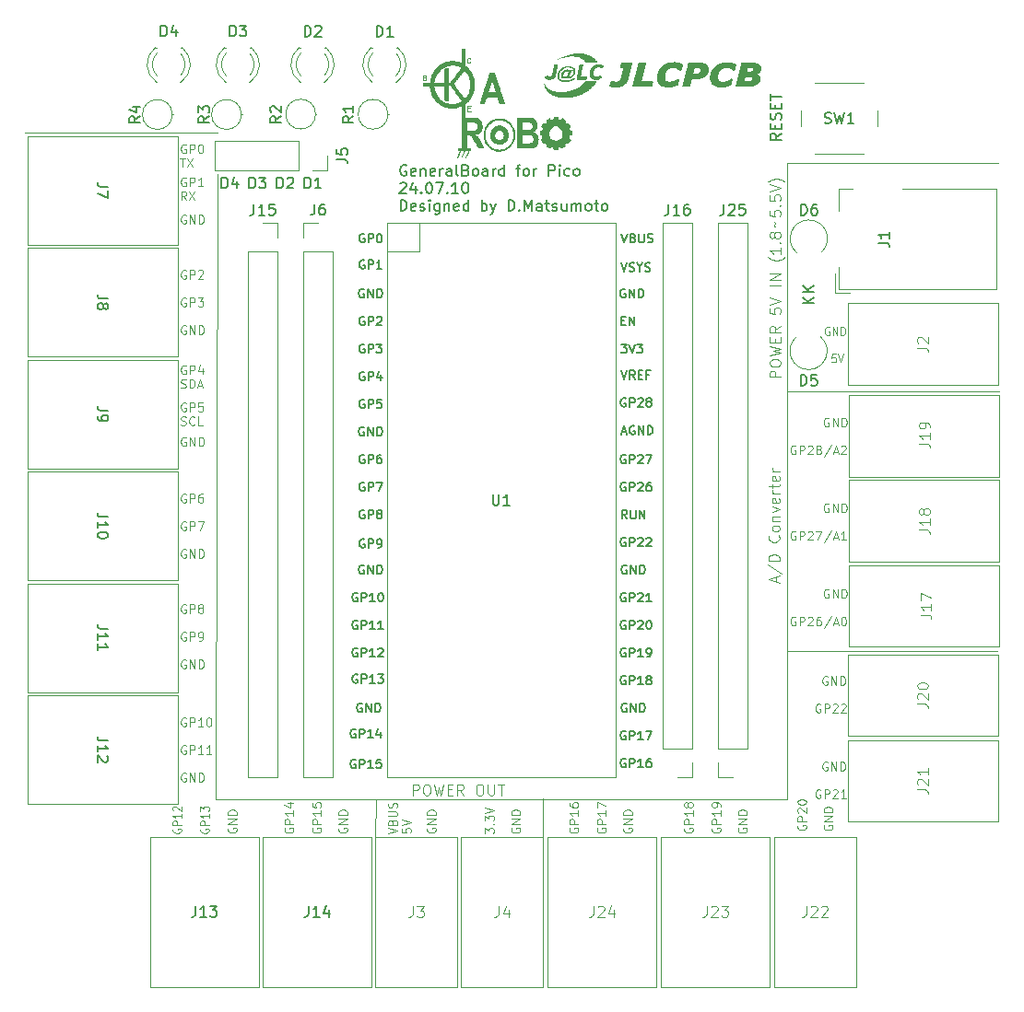
<source format=gbr>
%TF.GenerationSoftware,KiCad,Pcbnew,8.0.3*%
%TF.CreationDate,2024-07-10T23:10:10+09:00*%
%TF.ProjectId,power_control,706f7765-725f-4636-9f6e-74726f6c2e6b,rev?*%
%TF.SameCoordinates,PX5b8d800PY3473bc0*%
%TF.FileFunction,Legend,Top*%
%TF.FilePolarity,Positive*%
%FSLAX46Y46*%
G04 Gerber Fmt 4.6, Leading zero omitted, Abs format (unit mm)*
G04 Created by KiCad (PCBNEW 8.0.3) date 2024-07-10 23:10:10*
%MOMM*%
%LPD*%
G01*
G04 APERTURE LIST*
%ADD10C,0.100000*%
%ADD11C,0.150000*%
%ADD12C,0.087500*%
%ADD13C,0.125000*%
%ADD14C,0.120000*%
%ADD15C,0.000000*%
G04 APERTURE END LIST*
D10*
X17919000Y-14977000D02*
X17792000Y-72508000D01*
X17919000Y-11167000D02*
X266000Y-11167000D01*
X70243000Y-58842800D02*
X70243000Y-72508000D01*
X70243000Y-14024500D02*
X70243000Y-34966800D01*
X32480000Y-72510000D02*
X32477000Y-75985000D01*
X70243000Y-34966800D02*
X89747000Y-34970000D01*
X70243000Y-34966800D02*
X70243000Y-58842800D01*
X47851000Y-75985000D02*
X47850000Y-72440000D01*
X89705000Y-14015000D02*
X70243000Y-14024500D01*
X70243000Y-58842800D02*
X89620000Y-58846000D01*
X70243000Y-72508000D02*
X17792000Y-72508000D01*
D11*
X18323905Y-16320819D02*
X18323905Y-15320819D01*
X18323905Y-15320819D02*
X18562000Y-15320819D01*
X18562000Y-15320819D02*
X18704857Y-15368438D01*
X18704857Y-15368438D02*
X18800095Y-15463676D01*
X18800095Y-15463676D02*
X18847714Y-15558914D01*
X18847714Y-15558914D02*
X18895333Y-15749390D01*
X18895333Y-15749390D02*
X18895333Y-15892247D01*
X18895333Y-15892247D02*
X18847714Y-16082723D01*
X18847714Y-16082723D02*
X18800095Y-16177961D01*
X18800095Y-16177961D02*
X18704857Y-16273200D01*
X18704857Y-16273200D02*
X18562000Y-16320819D01*
X18562000Y-16320819D02*
X18323905Y-16320819D01*
X19752476Y-15654152D02*
X19752476Y-16320819D01*
X19514381Y-15273200D02*
X19276286Y-15987485D01*
X19276286Y-15987485D02*
X19895333Y-15987485D01*
D10*
X69683619Y-33671847D02*
X68683619Y-33671847D01*
X68683619Y-33671847D02*
X68683619Y-33290895D01*
X68683619Y-33290895D02*
X68731238Y-33195657D01*
X68731238Y-33195657D02*
X68778857Y-33148038D01*
X68778857Y-33148038D02*
X68874095Y-33100419D01*
X68874095Y-33100419D02*
X69016952Y-33100419D01*
X69016952Y-33100419D02*
X69112190Y-33148038D01*
X69112190Y-33148038D02*
X69159809Y-33195657D01*
X69159809Y-33195657D02*
X69207428Y-33290895D01*
X69207428Y-33290895D02*
X69207428Y-33671847D01*
X68683619Y-32481371D02*
X68683619Y-32290895D01*
X68683619Y-32290895D02*
X68731238Y-32195657D01*
X68731238Y-32195657D02*
X68826476Y-32100419D01*
X68826476Y-32100419D02*
X69016952Y-32052800D01*
X69016952Y-32052800D02*
X69350285Y-32052800D01*
X69350285Y-32052800D02*
X69540761Y-32100419D01*
X69540761Y-32100419D02*
X69636000Y-32195657D01*
X69636000Y-32195657D02*
X69683619Y-32290895D01*
X69683619Y-32290895D02*
X69683619Y-32481371D01*
X69683619Y-32481371D02*
X69636000Y-32576609D01*
X69636000Y-32576609D02*
X69540761Y-32671847D01*
X69540761Y-32671847D02*
X69350285Y-32719466D01*
X69350285Y-32719466D02*
X69016952Y-32719466D01*
X69016952Y-32719466D02*
X68826476Y-32671847D01*
X68826476Y-32671847D02*
X68731238Y-32576609D01*
X68731238Y-32576609D02*
X68683619Y-32481371D01*
X68683619Y-31719466D02*
X69683619Y-31481371D01*
X69683619Y-31481371D02*
X68969333Y-31290895D01*
X68969333Y-31290895D02*
X69683619Y-31100419D01*
X69683619Y-31100419D02*
X68683619Y-30862324D01*
X69159809Y-30481371D02*
X69159809Y-30148038D01*
X69683619Y-30005181D02*
X69683619Y-30481371D01*
X69683619Y-30481371D02*
X68683619Y-30481371D01*
X68683619Y-30481371D02*
X68683619Y-30005181D01*
X69683619Y-29005181D02*
X69207428Y-29338514D01*
X69683619Y-29576609D02*
X68683619Y-29576609D01*
X68683619Y-29576609D02*
X68683619Y-29195657D01*
X68683619Y-29195657D02*
X68731238Y-29100419D01*
X68731238Y-29100419D02*
X68778857Y-29052800D01*
X68778857Y-29052800D02*
X68874095Y-29005181D01*
X68874095Y-29005181D02*
X69016952Y-29005181D01*
X69016952Y-29005181D02*
X69112190Y-29052800D01*
X69112190Y-29052800D02*
X69159809Y-29100419D01*
X69159809Y-29100419D02*
X69207428Y-29195657D01*
X69207428Y-29195657D02*
X69207428Y-29576609D01*
X68683619Y-27338514D02*
X68683619Y-27814704D01*
X68683619Y-27814704D02*
X69159809Y-27862323D01*
X69159809Y-27862323D02*
X69112190Y-27814704D01*
X69112190Y-27814704D02*
X69064571Y-27719466D01*
X69064571Y-27719466D02*
X69064571Y-27481371D01*
X69064571Y-27481371D02*
X69112190Y-27386133D01*
X69112190Y-27386133D02*
X69159809Y-27338514D01*
X69159809Y-27338514D02*
X69255047Y-27290895D01*
X69255047Y-27290895D02*
X69493142Y-27290895D01*
X69493142Y-27290895D02*
X69588380Y-27338514D01*
X69588380Y-27338514D02*
X69636000Y-27386133D01*
X69636000Y-27386133D02*
X69683619Y-27481371D01*
X69683619Y-27481371D02*
X69683619Y-27719466D01*
X69683619Y-27719466D02*
X69636000Y-27814704D01*
X69636000Y-27814704D02*
X69588380Y-27862323D01*
X68683619Y-27005180D02*
X69683619Y-26671847D01*
X69683619Y-26671847D02*
X68683619Y-26338514D01*
X69683619Y-25243275D02*
X68683619Y-25243275D01*
X69683619Y-24767085D02*
X68683619Y-24767085D01*
X68683619Y-24767085D02*
X69683619Y-24195657D01*
X69683619Y-24195657D02*
X68683619Y-24195657D01*
X70064571Y-22671847D02*
X70016952Y-22719466D01*
X70016952Y-22719466D02*
X69874095Y-22814704D01*
X69874095Y-22814704D02*
X69778857Y-22862323D01*
X69778857Y-22862323D02*
X69636000Y-22909942D01*
X69636000Y-22909942D02*
X69397904Y-22957561D01*
X69397904Y-22957561D02*
X69207428Y-22957561D01*
X69207428Y-22957561D02*
X68969333Y-22909942D01*
X68969333Y-22909942D02*
X68826476Y-22862323D01*
X68826476Y-22862323D02*
X68731238Y-22814704D01*
X68731238Y-22814704D02*
X68588380Y-22719466D01*
X68588380Y-22719466D02*
X68540761Y-22671847D01*
X69683619Y-21767085D02*
X69683619Y-22338513D01*
X69683619Y-22052799D02*
X68683619Y-22052799D01*
X68683619Y-22052799D02*
X68826476Y-22148037D01*
X68826476Y-22148037D02*
X68921714Y-22243275D01*
X68921714Y-22243275D02*
X68969333Y-22338513D01*
X69588380Y-21338513D02*
X69636000Y-21290894D01*
X69636000Y-21290894D02*
X69683619Y-21338513D01*
X69683619Y-21338513D02*
X69636000Y-21386132D01*
X69636000Y-21386132D02*
X69588380Y-21338513D01*
X69588380Y-21338513D02*
X69683619Y-21338513D01*
X69112190Y-20719466D02*
X69064571Y-20814704D01*
X69064571Y-20814704D02*
X69016952Y-20862323D01*
X69016952Y-20862323D02*
X68921714Y-20909942D01*
X68921714Y-20909942D02*
X68874095Y-20909942D01*
X68874095Y-20909942D02*
X68778857Y-20862323D01*
X68778857Y-20862323D02*
X68731238Y-20814704D01*
X68731238Y-20814704D02*
X68683619Y-20719466D01*
X68683619Y-20719466D02*
X68683619Y-20528990D01*
X68683619Y-20528990D02*
X68731238Y-20433752D01*
X68731238Y-20433752D02*
X68778857Y-20386133D01*
X68778857Y-20386133D02*
X68874095Y-20338514D01*
X68874095Y-20338514D02*
X68921714Y-20338514D01*
X68921714Y-20338514D02*
X69016952Y-20386133D01*
X69016952Y-20386133D02*
X69064571Y-20433752D01*
X69064571Y-20433752D02*
X69112190Y-20528990D01*
X69112190Y-20528990D02*
X69112190Y-20719466D01*
X69112190Y-20719466D02*
X69159809Y-20814704D01*
X69159809Y-20814704D02*
X69207428Y-20862323D01*
X69207428Y-20862323D02*
X69302666Y-20909942D01*
X69302666Y-20909942D02*
X69493142Y-20909942D01*
X69493142Y-20909942D02*
X69588380Y-20862323D01*
X69588380Y-20862323D02*
X69636000Y-20814704D01*
X69636000Y-20814704D02*
X69683619Y-20719466D01*
X69683619Y-20719466D02*
X69683619Y-20528990D01*
X69683619Y-20528990D02*
X69636000Y-20433752D01*
X69636000Y-20433752D02*
X69588380Y-20386133D01*
X69588380Y-20386133D02*
X69493142Y-20338514D01*
X69493142Y-20338514D02*
X69302666Y-20338514D01*
X69302666Y-20338514D02*
X69207428Y-20386133D01*
X69207428Y-20386133D02*
X69159809Y-20433752D01*
X69159809Y-20433752D02*
X69112190Y-20528990D01*
X69159809Y-19862323D02*
X69112190Y-19814704D01*
X69112190Y-19814704D02*
X69064571Y-19719466D01*
X69064571Y-19719466D02*
X69159809Y-19528990D01*
X69159809Y-19528990D02*
X69112190Y-19433752D01*
X69112190Y-19433752D02*
X69064571Y-19386133D01*
X68683619Y-18386133D02*
X68683619Y-18862323D01*
X68683619Y-18862323D02*
X69159809Y-18909942D01*
X69159809Y-18909942D02*
X69112190Y-18862323D01*
X69112190Y-18862323D02*
X69064571Y-18767085D01*
X69064571Y-18767085D02*
X69064571Y-18528990D01*
X69064571Y-18528990D02*
X69112190Y-18433752D01*
X69112190Y-18433752D02*
X69159809Y-18386133D01*
X69159809Y-18386133D02*
X69255047Y-18338514D01*
X69255047Y-18338514D02*
X69493142Y-18338514D01*
X69493142Y-18338514D02*
X69588380Y-18386133D01*
X69588380Y-18386133D02*
X69636000Y-18433752D01*
X69636000Y-18433752D02*
X69683619Y-18528990D01*
X69683619Y-18528990D02*
X69683619Y-18767085D01*
X69683619Y-18767085D02*
X69636000Y-18862323D01*
X69636000Y-18862323D02*
X69588380Y-18909942D01*
X69588380Y-17909942D02*
X69636000Y-17862323D01*
X69636000Y-17862323D02*
X69683619Y-17909942D01*
X69683619Y-17909942D02*
X69636000Y-17957561D01*
X69636000Y-17957561D02*
X69588380Y-17909942D01*
X69588380Y-17909942D02*
X69683619Y-17909942D01*
X68683619Y-16957562D02*
X68683619Y-17433752D01*
X68683619Y-17433752D02*
X69159809Y-17481371D01*
X69159809Y-17481371D02*
X69112190Y-17433752D01*
X69112190Y-17433752D02*
X69064571Y-17338514D01*
X69064571Y-17338514D02*
X69064571Y-17100419D01*
X69064571Y-17100419D02*
X69112190Y-17005181D01*
X69112190Y-17005181D02*
X69159809Y-16957562D01*
X69159809Y-16957562D02*
X69255047Y-16909943D01*
X69255047Y-16909943D02*
X69493142Y-16909943D01*
X69493142Y-16909943D02*
X69588380Y-16957562D01*
X69588380Y-16957562D02*
X69636000Y-17005181D01*
X69636000Y-17005181D02*
X69683619Y-17100419D01*
X69683619Y-17100419D02*
X69683619Y-17338514D01*
X69683619Y-17338514D02*
X69636000Y-17433752D01*
X69636000Y-17433752D02*
X69588380Y-17481371D01*
X68683619Y-16624228D02*
X69683619Y-16290895D01*
X69683619Y-16290895D02*
X68683619Y-15957562D01*
X70064571Y-15719466D02*
X70016952Y-15671847D01*
X70016952Y-15671847D02*
X69874095Y-15576609D01*
X69874095Y-15576609D02*
X69778857Y-15528990D01*
X69778857Y-15528990D02*
X69636000Y-15481371D01*
X69636000Y-15481371D02*
X69397904Y-15433752D01*
X69397904Y-15433752D02*
X69207428Y-15433752D01*
X69207428Y-15433752D02*
X68969333Y-15481371D01*
X68969333Y-15481371D02*
X68826476Y-15528990D01*
X68826476Y-15528990D02*
X68731238Y-15576609D01*
X68731238Y-15576609D02*
X68588380Y-15671847D01*
X68588380Y-15671847D02*
X68540761Y-15719466D01*
X15038312Y-39257990D02*
X14962122Y-39219895D01*
X14962122Y-39219895D02*
X14847836Y-39219895D01*
X14847836Y-39219895D02*
X14733550Y-39257990D01*
X14733550Y-39257990D02*
X14657360Y-39334180D01*
X14657360Y-39334180D02*
X14619265Y-39410371D01*
X14619265Y-39410371D02*
X14581169Y-39562752D01*
X14581169Y-39562752D02*
X14581169Y-39677038D01*
X14581169Y-39677038D02*
X14619265Y-39829419D01*
X14619265Y-39829419D02*
X14657360Y-39905609D01*
X14657360Y-39905609D02*
X14733550Y-39981800D01*
X14733550Y-39981800D02*
X14847836Y-40019895D01*
X14847836Y-40019895D02*
X14924027Y-40019895D01*
X14924027Y-40019895D02*
X15038312Y-39981800D01*
X15038312Y-39981800D02*
X15076408Y-39943704D01*
X15076408Y-39943704D02*
X15076408Y-39677038D01*
X15076408Y-39677038D02*
X14924027Y-39677038D01*
X15419265Y-40019895D02*
X15419265Y-39219895D01*
X15419265Y-39219895D02*
X15876408Y-40019895D01*
X15876408Y-40019895D02*
X15876408Y-39219895D01*
X16257360Y-40019895D02*
X16257360Y-39219895D01*
X16257360Y-39219895D02*
X16447836Y-39219895D01*
X16447836Y-39219895D02*
X16562122Y-39257990D01*
X16562122Y-39257990D02*
X16638312Y-39334180D01*
X16638312Y-39334180D02*
X16676407Y-39410371D01*
X16676407Y-39410371D02*
X16714503Y-39562752D01*
X16714503Y-39562752D02*
X16714503Y-39677038D01*
X16714503Y-39677038D02*
X16676407Y-39829419D01*
X16676407Y-39829419D02*
X16638312Y-39905609D01*
X16638312Y-39905609D02*
X16562122Y-39981800D01*
X16562122Y-39981800D02*
X16447836Y-40019895D01*
X16447836Y-40019895D02*
X16257360Y-40019895D01*
X15038312Y-59704990D02*
X14962122Y-59666895D01*
X14962122Y-59666895D02*
X14847836Y-59666895D01*
X14847836Y-59666895D02*
X14733550Y-59704990D01*
X14733550Y-59704990D02*
X14657360Y-59781180D01*
X14657360Y-59781180D02*
X14619265Y-59857371D01*
X14619265Y-59857371D02*
X14581169Y-60009752D01*
X14581169Y-60009752D02*
X14581169Y-60124038D01*
X14581169Y-60124038D02*
X14619265Y-60276419D01*
X14619265Y-60276419D02*
X14657360Y-60352609D01*
X14657360Y-60352609D02*
X14733550Y-60428800D01*
X14733550Y-60428800D02*
X14847836Y-60466895D01*
X14847836Y-60466895D02*
X14924027Y-60466895D01*
X14924027Y-60466895D02*
X15038312Y-60428800D01*
X15038312Y-60428800D02*
X15076408Y-60390704D01*
X15076408Y-60390704D02*
X15076408Y-60124038D01*
X15076408Y-60124038D02*
X14924027Y-60124038D01*
X15419265Y-60466895D02*
X15419265Y-59666895D01*
X15419265Y-59666895D02*
X15876408Y-60466895D01*
X15876408Y-60466895D02*
X15876408Y-59666895D01*
X16257360Y-60466895D02*
X16257360Y-59666895D01*
X16257360Y-59666895D02*
X16447836Y-59666895D01*
X16447836Y-59666895D02*
X16562122Y-59704990D01*
X16562122Y-59704990D02*
X16638312Y-59781180D01*
X16638312Y-59781180D02*
X16676407Y-59857371D01*
X16676407Y-59857371D02*
X16714503Y-60009752D01*
X16714503Y-60009752D02*
X16714503Y-60124038D01*
X16714503Y-60124038D02*
X16676407Y-60276419D01*
X16676407Y-60276419D02*
X16638312Y-60352609D01*
X16638312Y-60352609D02*
X16562122Y-60428800D01*
X16562122Y-60428800D02*
X16447836Y-60466895D01*
X16447836Y-60466895D02*
X16257360Y-60466895D01*
X73966312Y-69102990D02*
X73890122Y-69064895D01*
X73890122Y-69064895D02*
X73775836Y-69064895D01*
X73775836Y-69064895D02*
X73661550Y-69102990D01*
X73661550Y-69102990D02*
X73585360Y-69179180D01*
X73585360Y-69179180D02*
X73547265Y-69255371D01*
X73547265Y-69255371D02*
X73509169Y-69407752D01*
X73509169Y-69407752D02*
X73509169Y-69522038D01*
X73509169Y-69522038D02*
X73547265Y-69674419D01*
X73547265Y-69674419D02*
X73585360Y-69750609D01*
X73585360Y-69750609D02*
X73661550Y-69826800D01*
X73661550Y-69826800D02*
X73775836Y-69864895D01*
X73775836Y-69864895D02*
X73852027Y-69864895D01*
X73852027Y-69864895D02*
X73966312Y-69826800D01*
X73966312Y-69826800D02*
X74004408Y-69788704D01*
X74004408Y-69788704D02*
X74004408Y-69522038D01*
X74004408Y-69522038D02*
X73852027Y-69522038D01*
X74347265Y-69864895D02*
X74347265Y-69064895D01*
X74347265Y-69064895D02*
X74804408Y-69864895D01*
X74804408Y-69864895D02*
X74804408Y-69064895D01*
X75185360Y-69864895D02*
X75185360Y-69064895D01*
X75185360Y-69064895D02*
X75375836Y-69064895D01*
X75375836Y-69064895D02*
X75490122Y-69102990D01*
X75490122Y-69102990D02*
X75566312Y-69179180D01*
X75566312Y-69179180D02*
X75604407Y-69255371D01*
X75604407Y-69255371D02*
X75642503Y-69407752D01*
X75642503Y-69407752D02*
X75642503Y-69522038D01*
X75642503Y-69522038D02*
X75604407Y-69674419D01*
X75604407Y-69674419D02*
X75566312Y-69750609D01*
X75566312Y-69750609D02*
X75490122Y-69826800D01*
X75490122Y-69826800D02*
X75375836Y-69864895D01*
X75375836Y-69864895D02*
X75185360Y-69864895D01*
X15038312Y-67578990D02*
X14962122Y-67540895D01*
X14962122Y-67540895D02*
X14847836Y-67540895D01*
X14847836Y-67540895D02*
X14733550Y-67578990D01*
X14733550Y-67578990D02*
X14657360Y-67655180D01*
X14657360Y-67655180D02*
X14619265Y-67731371D01*
X14619265Y-67731371D02*
X14581169Y-67883752D01*
X14581169Y-67883752D02*
X14581169Y-67998038D01*
X14581169Y-67998038D02*
X14619265Y-68150419D01*
X14619265Y-68150419D02*
X14657360Y-68226609D01*
X14657360Y-68226609D02*
X14733550Y-68302800D01*
X14733550Y-68302800D02*
X14847836Y-68340895D01*
X14847836Y-68340895D02*
X14924027Y-68340895D01*
X14924027Y-68340895D02*
X15038312Y-68302800D01*
X15038312Y-68302800D02*
X15076408Y-68264704D01*
X15076408Y-68264704D02*
X15076408Y-67998038D01*
X15076408Y-67998038D02*
X14924027Y-67998038D01*
X15419265Y-68340895D02*
X15419265Y-67540895D01*
X15419265Y-67540895D02*
X15724027Y-67540895D01*
X15724027Y-67540895D02*
X15800217Y-67578990D01*
X15800217Y-67578990D02*
X15838312Y-67617085D01*
X15838312Y-67617085D02*
X15876408Y-67693276D01*
X15876408Y-67693276D02*
X15876408Y-67807561D01*
X15876408Y-67807561D02*
X15838312Y-67883752D01*
X15838312Y-67883752D02*
X15800217Y-67921847D01*
X15800217Y-67921847D02*
X15724027Y-67959942D01*
X15724027Y-67959942D02*
X15419265Y-67959942D01*
X16638312Y-68340895D02*
X16181169Y-68340895D01*
X16409741Y-68340895D02*
X16409741Y-67540895D01*
X16409741Y-67540895D02*
X16333550Y-67655180D01*
X16333550Y-67655180D02*
X16257360Y-67731371D01*
X16257360Y-67731371D02*
X16181169Y-67769466D01*
X17400217Y-68340895D02*
X16943074Y-68340895D01*
X17171646Y-68340895D02*
X17171646Y-67540895D01*
X17171646Y-67540895D02*
X17095455Y-67655180D01*
X17095455Y-67655180D02*
X17019265Y-67731371D01*
X17019265Y-67731371D02*
X16943074Y-67769466D01*
X73966312Y-61228990D02*
X73890122Y-61190895D01*
X73890122Y-61190895D02*
X73775836Y-61190895D01*
X73775836Y-61190895D02*
X73661550Y-61228990D01*
X73661550Y-61228990D02*
X73585360Y-61305180D01*
X73585360Y-61305180D02*
X73547265Y-61381371D01*
X73547265Y-61381371D02*
X73509169Y-61533752D01*
X73509169Y-61533752D02*
X73509169Y-61648038D01*
X73509169Y-61648038D02*
X73547265Y-61800419D01*
X73547265Y-61800419D02*
X73585360Y-61876609D01*
X73585360Y-61876609D02*
X73661550Y-61952800D01*
X73661550Y-61952800D02*
X73775836Y-61990895D01*
X73775836Y-61990895D02*
X73852027Y-61990895D01*
X73852027Y-61990895D02*
X73966312Y-61952800D01*
X73966312Y-61952800D02*
X74004408Y-61914704D01*
X74004408Y-61914704D02*
X74004408Y-61648038D01*
X74004408Y-61648038D02*
X73852027Y-61648038D01*
X74347265Y-61990895D02*
X74347265Y-61190895D01*
X74347265Y-61190895D02*
X74804408Y-61990895D01*
X74804408Y-61990895D02*
X74804408Y-61190895D01*
X75185360Y-61990895D02*
X75185360Y-61190895D01*
X75185360Y-61190895D02*
X75375836Y-61190895D01*
X75375836Y-61190895D02*
X75490122Y-61228990D01*
X75490122Y-61228990D02*
X75566312Y-61305180D01*
X75566312Y-61305180D02*
X75604407Y-61381371D01*
X75604407Y-61381371D02*
X75642503Y-61533752D01*
X75642503Y-61533752D02*
X75642503Y-61648038D01*
X75642503Y-61648038D02*
X75604407Y-61800419D01*
X75604407Y-61800419D02*
X75566312Y-61876609D01*
X75566312Y-61876609D02*
X75490122Y-61952800D01*
X75490122Y-61952800D02*
X75375836Y-61990895D01*
X75375836Y-61990895D02*
X75185360Y-61990895D01*
X15038312Y-49544990D02*
X14962122Y-49506895D01*
X14962122Y-49506895D02*
X14847836Y-49506895D01*
X14847836Y-49506895D02*
X14733550Y-49544990D01*
X14733550Y-49544990D02*
X14657360Y-49621180D01*
X14657360Y-49621180D02*
X14619265Y-49697371D01*
X14619265Y-49697371D02*
X14581169Y-49849752D01*
X14581169Y-49849752D02*
X14581169Y-49964038D01*
X14581169Y-49964038D02*
X14619265Y-50116419D01*
X14619265Y-50116419D02*
X14657360Y-50192609D01*
X14657360Y-50192609D02*
X14733550Y-50268800D01*
X14733550Y-50268800D02*
X14847836Y-50306895D01*
X14847836Y-50306895D02*
X14924027Y-50306895D01*
X14924027Y-50306895D02*
X15038312Y-50268800D01*
X15038312Y-50268800D02*
X15076408Y-50230704D01*
X15076408Y-50230704D02*
X15076408Y-49964038D01*
X15076408Y-49964038D02*
X14924027Y-49964038D01*
X15419265Y-50306895D02*
X15419265Y-49506895D01*
X15419265Y-49506895D02*
X15876408Y-50306895D01*
X15876408Y-50306895D02*
X15876408Y-49506895D01*
X16257360Y-50306895D02*
X16257360Y-49506895D01*
X16257360Y-49506895D02*
X16447836Y-49506895D01*
X16447836Y-49506895D02*
X16562122Y-49544990D01*
X16562122Y-49544990D02*
X16638312Y-49621180D01*
X16638312Y-49621180D02*
X16676407Y-49697371D01*
X16676407Y-49697371D02*
X16714503Y-49849752D01*
X16714503Y-49849752D02*
X16714503Y-49964038D01*
X16714503Y-49964038D02*
X16676407Y-50116419D01*
X16676407Y-50116419D02*
X16638312Y-50192609D01*
X16638312Y-50192609D02*
X16562122Y-50268800D01*
X16562122Y-50268800D02*
X16447836Y-50306895D01*
X16447836Y-50306895D02*
X16257360Y-50306895D01*
D12*
X74154667Y-29098640D02*
X74088000Y-29060545D01*
X74088000Y-29060545D02*
X73988000Y-29060545D01*
X73988000Y-29060545D02*
X73888000Y-29098640D01*
X73888000Y-29098640D02*
X73821334Y-29174830D01*
X73821334Y-29174830D02*
X73788000Y-29251021D01*
X73788000Y-29251021D02*
X73754667Y-29403402D01*
X73754667Y-29403402D02*
X73754667Y-29517688D01*
X73754667Y-29517688D02*
X73788000Y-29670069D01*
X73788000Y-29670069D02*
X73821334Y-29746259D01*
X73821334Y-29746259D02*
X73888000Y-29822450D01*
X73888000Y-29822450D02*
X73988000Y-29860545D01*
X73988000Y-29860545D02*
X74054667Y-29860545D01*
X74054667Y-29860545D02*
X74154667Y-29822450D01*
X74154667Y-29822450D02*
X74188000Y-29784354D01*
X74188000Y-29784354D02*
X74188000Y-29517688D01*
X74188000Y-29517688D02*
X74054667Y-29517688D01*
X74488000Y-29860545D02*
X74488000Y-29060545D01*
X74488000Y-29060545D02*
X74888000Y-29860545D01*
X74888000Y-29860545D02*
X74888000Y-29060545D01*
X75221333Y-29860545D02*
X75221333Y-29060545D01*
X75221333Y-29060545D02*
X75388000Y-29060545D01*
X75388000Y-29060545D02*
X75488000Y-29098640D01*
X75488000Y-29098640D02*
X75554667Y-29174830D01*
X75554667Y-29174830D02*
X75588000Y-29251021D01*
X75588000Y-29251021D02*
X75621333Y-29403402D01*
X75621333Y-29403402D02*
X75621333Y-29517688D01*
X75621333Y-29517688D02*
X75588000Y-29670069D01*
X75588000Y-29670069D02*
X75554667Y-29746259D01*
X75554667Y-29746259D02*
X75488000Y-29822450D01*
X75488000Y-29822450D02*
X75388000Y-29860545D01*
X75388000Y-29860545D02*
X75221333Y-29860545D01*
D11*
X23403905Y-16320819D02*
X23403905Y-15320819D01*
X23403905Y-15320819D02*
X23642000Y-15320819D01*
X23642000Y-15320819D02*
X23784857Y-15368438D01*
X23784857Y-15368438D02*
X23880095Y-15463676D01*
X23880095Y-15463676D02*
X23927714Y-15558914D01*
X23927714Y-15558914D02*
X23975333Y-15749390D01*
X23975333Y-15749390D02*
X23975333Y-15892247D01*
X23975333Y-15892247D02*
X23927714Y-16082723D01*
X23927714Y-16082723D02*
X23880095Y-16177961D01*
X23880095Y-16177961D02*
X23784857Y-16273200D01*
X23784857Y-16273200D02*
X23642000Y-16320819D01*
X23642000Y-16320819D02*
X23403905Y-16320819D01*
X24356286Y-15416057D02*
X24403905Y-15368438D01*
X24403905Y-15368438D02*
X24499143Y-15320819D01*
X24499143Y-15320819D02*
X24737238Y-15320819D01*
X24737238Y-15320819D02*
X24832476Y-15368438D01*
X24832476Y-15368438D02*
X24880095Y-15416057D01*
X24880095Y-15416057D02*
X24927714Y-15511295D01*
X24927714Y-15511295D02*
X24927714Y-15606533D01*
X24927714Y-15606533D02*
X24880095Y-15749390D01*
X24880095Y-15749390D02*
X24308667Y-16320819D01*
X24308667Y-16320819D02*
X24927714Y-16320819D01*
D10*
X74093312Y-37479990D02*
X74017122Y-37441895D01*
X74017122Y-37441895D02*
X73902836Y-37441895D01*
X73902836Y-37441895D02*
X73788550Y-37479990D01*
X73788550Y-37479990D02*
X73712360Y-37556180D01*
X73712360Y-37556180D02*
X73674265Y-37632371D01*
X73674265Y-37632371D02*
X73636169Y-37784752D01*
X73636169Y-37784752D02*
X73636169Y-37899038D01*
X73636169Y-37899038D02*
X73674265Y-38051419D01*
X73674265Y-38051419D02*
X73712360Y-38127609D01*
X73712360Y-38127609D02*
X73788550Y-38203800D01*
X73788550Y-38203800D02*
X73902836Y-38241895D01*
X73902836Y-38241895D02*
X73979027Y-38241895D01*
X73979027Y-38241895D02*
X74093312Y-38203800D01*
X74093312Y-38203800D02*
X74131408Y-38165704D01*
X74131408Y-38165704D02*
X74131408Y-37899038D01*
X74131408Y-37899038D02*
X73979027Y-37899038D01*
X74474265Y-38241895D02*
X74474265Y-37441895D01*
X74474265Y-37441895D02*
X74931408Y-38241895D01*
X74931408Y-38241895D02*
X74931408Y-37441895D01*
X75312360Y-38241895D02*
X75312360Y-37441895D01*
X75312360Y-37441895D02*
X75502836Y-37441895D01*
X75502836Y-37441895D02*
X75617122Y-37479990D01*
X75617122Y-37479990D02*
X75693312Y-37556180D01*
X75693312Y-37556180D02*
X75731407Y-37632371D01*
X75731407Y-37632371D02*
X75769503Y-37784752D01*
X75769503Y-37784752D02*
X75769503Y-37899038D01*
X75769503Y-37899038D02*
X75731407Y-38051419D01*
X75731407Y-38051419D02*
X75693312Y-38127609D01*
X75693312Y-38127609D02*
X75617122Y-38203800D01*
X75617122Y-38203800D02*
X75502836Y-38241895D01*
X75502836Y-38241895D02*
X75312360Y-38241895D01*
D11*
X20863905Y-16320819D02*
X20863905Y-15320819D01*
X20863905Y-15320819D02*
X21102000Y-15320819D01*
X21102000Y-15320819D02*
X21244857Y-15368438D01*
X21244857Y-15368438D02*
X21340095Y-15463676D01*
X21340095Y-15463676D02*
X21387714Y-15558914D01*
X21387714Y-15558914D02*
X21435333Y-15749390D01*
X21435333Y-15749390D02*
X21435333Y-15892247D01*
X21435333Y-15892247D02*
X21387714Y-16082723D01*
X21387714Y-16082723D02*
X21340095Y-16177961D01*
X21340095Y-16177961D02*
X21244857Y-16273200D01*
X21244857Y-16273200D02*
X21102000Y-16320819D01*
X21102000Y-16320819D02*
X20863905Y-16320819D01*
X21768667Y-15320819D02*
X22387714Y-15320819D01*
X22387714Y-15320819D02*
X22054381Y-15701771D01*
X22054381Y-15701771D02*
X22197238Y-15701771D01*
X22197238Y-15701771D02*
X22292476Y-15749390D01*
X22292476Y-15749390D02*
X22340095Y-15797009D01*
X22340095Y-15797009D02*
X22387714Y-15892247D01*
X22387714Y-15892247D02*
X22387714Y-16130342D01*
X22387714Y-16130342D02*
X22340095Y-16225580D01*
X22340095Y-16225580D02*
X22292476Y-16273200D01*
X22292476Y-16273200D02*
X22197238Y-16320819D01*
X22197238Y-16320819D02*
X21911524Y-16320819D01*
X21911524Y-16320819D02*
X21816286Y-16273200D01*
X21816286Y-16273200D02*
X21768667Y-16225580D01*
D10*
X50327990Y-75134687D02*
X50289895Y-75210877D01*
X50289895Y-75210877D02*
X50289895Y-75325163D01*
X50289895Y-75325163D02*
X50327990Y-75439449D01*
X50327990Y-75439449D02*
X50404180Y-75515639D01*
X50404180Y-75515639D02*
X50480371Y-75553734D01*
X50480371Y-75553734D02*
X50632752Y-75591830D01*
X50632752Y-75591830D02*
X50747038Y-75591830D01*
X50747038Y-75591830D02*
X50899419Y-75553734D01*
X50899419Y-75553734D02*
X50975609Y-75515639D01*
X50975609Y-75515639D02*
X51051800Y-75439449D01*
X51051800Y-75439449D02*
X51089895Y-75325163D01*
X51089895Y-75325163D02*
X51089895Y-75248972D01*
X51089895Y-75248972D02*
X51051800Y-75134687D01*
X51051800Y-75134687D02*
X51013704Y-75096591D01*
X51013704Y-75096591D02*
X50747038Y-75096591D01*
X50747038Y-75096591D02*
X50747038Y-75248972D01*
X51089895Y-74753734D02*
X50289895Y-74753734D01*
X50289895Y-74753734D02*
X50289895Y-74448972D01*
X50289895Y-74448972D02*
X50327990Y-74372782D01*
X50327990Y-74372782D02*
X50366085Y-74334687D01*
X50366085Y-74334687D02*
X50442276Y-74296591D01*
X50442276Y-74296591D02*
X50556561Y-74296591D01*
X50556561Y-74296591D02*
X50632752Y-74334687D01*
X50632752Y-74334687D02*
X50670847Y-74372782D01*
X50670847Y-74372782D02*
X50708942Y-74448972D01*
X50708942Y-74448972D02*
X50708942Y-74753734D01*
X51089895Y-73534687D02*
X51089895Y-73991830D01*
X51089895Y-73763258D02*
X50289895Y-73763258D01*
X50289895Y-73763258D02*
X50404180Y-73839449D01*
X50404180Y-73839449D02*
X50480371Y-73915639D01*
X50480371Y-73915639D02*
X50518466Y-73991830D01*
X50289895Y-72848972D02*
X50289895Y-73001353D01*
X50289895Y-73001353D02*
X50327990Y-73077544D01*
X50327990Y-73077544D02*
X50366085Y-73115639D01*
X50366085Y-73115639D02*
X50480371Y-73191829D01*
X50480371Y-73191829D02*
X50632752Y-73229925D01*
X50632752Y-73229925D02*
X50937514Y-73229925D01*
X50937514Y-73229925D02*
X51013704Y-73191829D01*
X51013704Y-73191829D02*
X51051800Y-73153734D01*
X51051800Y-73153734D02*
X51089895Y-73077544D01*
X51089895Y-73077544D02*
X51089895Y-72925163D01*
X51089895Y-72925163D02*
X51051800Y-72848972D01*
X51051800Y-72848972D02*
X51013704Y-72810877D01*
X51013704Y-72810877D02*
X50937514Y-72772782D01*
X50937514Y-72772782D02*
X50747038Y-72772782D01*
X50747038Y-72772782D02*
X50670847Y-72810877D01*
X50670847Y-72810877D02*
X50632752Y-72848972D01*
X50632752Y-72848972D02*
X50594657Y-72925163D01*
X50594657Y-72925163D02*
X50594657Y-73077544D01*
X50594657Y-73077544D02*
X50632752Y-73153734D01*
X50632752Y-73153734D02*
X50670847Y-73191829D01*
X50670847Y-73191829D02*
X50747038Y-73229925D01*
X15038312Y-70118990D02*
X14962122Y-70080895D01*
X14962122Y-70080895D02*
X14847836Y-70080895D01*
X14847836Y-70080895D02*
X14733550Y-70118990D01*
X14733550Y-70118990D02*
X14657360Y-70195180D01*
X14657360Y-70195180D02*
X14619265Y-70271371D01*
X14619265Y-70271371D02*
X14581169Y-70423752D01*
X14581169Y-70423752D02*
X14581169Y-70538038D01*
X14581169Y-70538038D02*
X14619265Y-70690419D01*
X14619265Y-70690419D02*
X14657360Y-70766609D01*
X14657360Y-70766609D02*
X14733550Y-70842800D01*
X14733550Y-70842800D02*
X14847836Y-70880895D01*
X14847836Y-70880895D02*
X14924027Y-70880895D01*
X14924027Y-70880895D02*
X15038312Y-70842800D01*
X15038312Y-70842800D02*
X15076408Y-70804704D01*
X15076408Y-70804704D02*
X15076408Y-70538038D01*
X15076408Y-70538038D02*
X14924027Y-70538038D01*
X15419265Y-70880895D02*
X15419265Y-70080895D01*
X15419265Y-70080895D02*
X15876408Y-70880895D01*
X15876408Y-70880895D02*
X15876408Y-70080895D01*
X16257360Y-70880895D02*
X16257360Y-70080895D01*
X16257360Y-70080895D02*
X16447836Y-70080895D01*
X16447836Y-70080895D02*
X16562122Y-70118990D01*
X16562122Y-70118990D02*
X16638312Y-70195180D01*
X16638312Y-70195180D02*
X16676407Y-70271371D01*
X16676407Y-70271371D02*
X16714503Y-70423752D01*
X16714503Y-70423752D02*
X16714503Y-70538038D01*
X16714503Y-70538038D02*
X16676407Y-70690419D01*
X16676407Y-70690419D02*
X16638312Y-70766609D01*
X16638312Y-70766609D02*
X16562122Y-70842800D01*
X16562122Y-70842800D02*
X16447836Y-70880895D01*
X16447836Y-70880895D02*
X16257360Y-70880895D01*
X15038312Y-36065035D02*
X14962122Y-36026940D01*
X14962122Y-36026940D02*
X14847836Y-36026940D01*
X14847836Y-36026940D02*
X14733550Y-36065035D01*
X14733550Y-36065035D02*
X14657360Y-36141225D01*
X14657360Y-36141225D02*
X14619265Y-36217416D01*
X14619265Y-36217416D02*
X14581169Y-36369797D01*
X14581169Y-36369797D02*
X14581169Y-36484083D01*
X14581169Y-36484083D02*
X14619265Y-36636464D01*
X14619265Y-36636464D02*
X14657360Y-36712654D01*
X14657360Y-36712654D02*
X14733550Y-36788845D01*
X14733550Y-36788845D02*
X14847836Y-36826940D01*
X14847836Y-36826940D02*
X14924027Y-36826940D01*
X14924027Y-36826940D02*
X15038312Y-36788845D01*
X15038312Y-36788845D02*
X15076408Y-36750749D01*
X15076408Y-36750749D02*
X15076408Y-36484083D01*
X15076408Y-36484083D02*
X14924027Y-36484083D01*
X15419265Y-36826940D02*
X15419265Y-36026940D01*
X15419265Y-36026940D02*
X15724027Y-36026940D01*
X15724027Y-36026940D02*
X15800217Y-36065035D01*
X15800217Y-36065035D02*
X15838312Y-36103130D01*
X15838312Y-36103130D02*
X15876408Y-36179321D01*
X15876408Y-36179321D02*
X15876408Y-36293606D01*
X15876408Y-36293606D02*
X15838312Y-36369797D01*
X15838312Y-36369797D02*
X15800217Y-36407892D01*
X15800217Y-36407892D02*
X15724027Y-36445987D01*
X15724027Y-36445987D02*
X15419265Y-36445987D01*
X16600217Y-36026940D02*
X16219265Y-36026940D01*
X16219265Y-36026940D02*
X16181169Y-36407892D01*
X16181169Y-36407892D02*
X16219265Y-36369797D01*
X16219265Y-36369797D02*
X16295455Y-36331702D01*
X16295455Y-36331702D02*
X16485931Y-36331702D01*
X16485931Y-36331702D02*
X16562122Y-36369797D01*
X16562122Y-36369797D02*
X16600217Y-36407892D01*
X16600217Y-36407892D02*
X16638312Y-36484083D01*
X16638312Y-36484083D02*
X16638312Y-36674559D01*
X16638312Y-36674559D02*
X16600217Y-36750749D01*
X16600217Y-36750749D02*
X16562122Y-36788845D01*
X16562122Y-36788845D02*
X16485931Y-36826940D01*
X16485931Y-36826940D02*
X16295455Y-36826940D01*
X16295455Y-36826940D02*
X16219265Y-36788845D01*
X16219265Y-36788845D02*
X16181169Y-36750749D01*
X14581169Y-38076800D02*
X14695455Y-38114895D01*
X14695455Y-38114895D02*
X14885931Y-38114895D01*
X14885931Y-38114895D02*
X14962122Y-38076800D01*
X14962122Y-38076800D02*
X15000217Y-38038704D01*
X15000217Y-38038704D02*
X15038312Y-37962514D01*
X15038312Y-37962514D02*
X15038312Y-37886323D01*
X15038312Y-37886323D02*
X15000217Y-37810133D01*
X15000217Y-37810133D02*
X14962122Y-37772038D01*
X14962122Y-37772038D02*
X14885931Y-37733942D01*
X14885931Y-37733942D02*
X14733550Y-37695847D01*
X14733550Y-37695847D02*
X14657360Y-37657752D01*
X14657360Y-37657752D02*
X14619265Y-37619657D01*
X14619265Y-37619657D02*
X14581169Y-37543466D01*
X14581169Y-37543466D02*
X14581169Y-37467276D01*
X14581169Y-37467276D02*
X14619265Y-37391085D01*
X14619265Y-37391085D02*
X14657360Y-37352990D01*
X14657360Y-37352990D02*
X14733550Y-37314895D01*
X14733550Y-37314895D02*
X14924027Y-37314895D01*
X14924027Y-37314895D02*
X15038312Y-37352990D01*
X15838313Y-38038704D02*
X15800217Y-38076800D01*
X15800217Y-38076800D02*
X15685932Y-38114895D01*
X15685932Y-38114895D02*
X15609741Y-38114895D01*
X15609741Y-38114895D02*
X15495455Y-38076800D01*
X15495455Y-38076800D02*
X15419265Y-38000609D01*
X15419265Y-38000609D02*
X15381170Y-37924419D01*
X15381170Y-37924419D02*
X15343074Y-37772038D01*
X15343074Y-37772038D02*
X15343074Y-37657752D01*
X15343074Y-37657752D02*
X15381170Y-37505371D01*
X15381170Y-37505371D02*
X15419265Y-37429180D01*
X15419265Y-37429180D02*
X15495455Y-37352990D01*
X15495455Y-37352990D02*
X15609741Y-37314895D01*
X15609741Y-37314895D02*
X15685932Y-37314895D01*
X15685932Y-37314895D02*
X15800217Y-37352990D01*
X15800217Y-37352990D02*
X15838313Y-37391085D01*
X16562122Y-38114895D02*
X16181170Y-38114895D01*
X16181170Y-38114895D02*
X16181170Y-37314895D01*
X69286704Y-52515934D02*
X69286704Y-52039744D01*
X69572419Y-52611172D02*
X68572419Y-52277839D01*
X68572419Y-52277839D02*
X69572419Y-51944506D01*
X68524800Y-50896887D02*
X69810514Y-51754029D01*
X69572419Y-50563553D02*
X68572419Y-50563553D01*
X68572419Y-50563553D02*
X68572419Y-50325458D01*
X68572419Y-50325458D02*
X68620038Y-50182601D01*
X68620038Y-50182601D02*
X68715276Y-50087363D01*
X68715276Y-50087363D02*
X68810514Y-50039744D01*
X68810514Y-50039744D02*
X69000990Y-49992125D01*
X69000990Y-49992125D02*
X69143847Y-49992125D01*
X69143847Y-49992125D02*
X69334323Y-50039744D01*
X69334323Y-50039744D02*
X69429561Y-50087363D01*
X69429561Y-50087363D02*
X69524800Y-50182601D01*
X69524800Y-50182601D02*
X69572419Y-50325458D01*
X69572419Y-50325458D02*
X69572419Y-50563553D01*
X69477180Y-48230220D02*
X69524800Y-48277839D01*
X69524800Y-48277839D02*
X69572419Y-48420696D01*
X69572419Y-48420696D02*
X69572419Y-48515934D01*
X69572419Y-48515934D02*
X69524800Y-48658791D01*
X69524800Y-48658791D02*
X69429561Y-48754029D01*
X69429561Y-48754029D02*
X69334323Y-48801648D01*
X69334323Y-48801648D02*
X69143847Y-48849267D01*
X69143847Y-48849267D02*
X69000990Y-48849267D01*
X69000990Y-48849267D02*
X68810514Y-48801648D01*
X68810514Y-48801648D02*
X68715276Y-48754029D01*
X68715276Y-48754029D02*
X68620038Y-48658791D01*
X68620038Y-48658791D02*
X68572419Y-48515934D01*
X68572419Y-48515934D02*
X68572419Y-48420696D01*
X68572419Y-48420696D02*
X68620038Y-48277839D01*
X68620038Y-48277839D02*
X68667657Y-48230220D01*
X69572419Y-47658791D02*
X69524800Y-47754029D01*
X69524800Y-47754029D02*
X69477180Y-47801648D01*
X69477180Y-47801648D02*
X69381942Y-47849267D01*
X69381942Y-47849267D02*
X69096228Y-47849267D01*
X69096228Y-47849267D02*
X69000990Y-47801648D01*
X69000990Y-47801648D02*
X68953371Y-47754029D01*
X68953371Y-47754029D02*
X68905752Y-47658791D01*
X68905752Y-47658791D02*
X68905752Y-47515934D01*
X68905752Y-47515934D02*
X68953371Y-47420696D01*
X68953371Y-47420696D02*
X69000990Y-47373077D01*
X69000990Y-47373077D02*
X69096228Y-47325458D01*
X69096228Y-47325458D02*
X69381942Y-47325458D01*
X69381942Y-47325458D02*
X69477180Y-47373077D01*
X69477180Y-47373077D02*
X69524800Y-47420696D01*
X69524800Y-47420696D02*
X69572419Y-47515934D01*
X69572419Y-47515934D02*
X69572419Y-47658791D01*
X68905752Y-46896886D02*
X69572419Y-46896886D01*
X69000990Y-46896886D02*
X68953371Y-46849267D01*
X68953371Y-46849267D02*
X68905752Y-46754029D01*
X68905752Y-46754029D02*
X68905752Y-46611172D01*
X68905752Y-46611172D02*
X68953371Y-46515934D01*
X68953371Y-46515934D02*
X69048609Y-46468315D01*
X69048609Y-46468315D02*
X69572419Y-46468315D01*
X68905752Y-46087362D02*
X69572419Y-45849267D01*
X69572419Y-45849267D02*
X68905752Y-45611172D01*
X69524800Y-44849267D02*
X69572419Y-44944505D01*
X69572419Y-44944505D02*
X69572419Y-45134981D01*
X69572419Y-45134981D02*
X69524800Y-45230219D01*
X69524800Y-45230219D02*
X69429561Y-45277838D01*
X69429561Y-45277838D02*
X69048609Y-45277838D01*
X69048609Y-45277838D02*
X68953371Y-45230219D01*
X68953371Y-45230219D02*
X68905752Y-45134981D01*
X68905752Y-45134981D02*
X68905752Y-44944505D01*
X68905752Y-44944505D02*
X68953371Y-44849267D01*
X68953371Y-44849267D02*
X69048609Y-44801648D01*
X69048609Y-44801648D02*
X69143847Y-44801648D01*
X69143847Y-44801648D02*
X69239085Y-45277838D01*
X69572419Y-44373076D02*
X68905752Y-44373076D01*
X69096228Y-44373076D02*
X69000990Y-44325457D01*
X69000990Y-44325457D02*
X68953371Y-44277838D01*
X68953371Y-44277838D02*
X68905752Y-44182600D01*
X68905752Y-44182600D02*
X68905752Y-44087362D01*
X68905752Y-43896885D02*
X68905752Y-43515933D01*
X68572419Y-43754028D02*
X69429561Y-43754028D01*
X69429561Y-43754028D02*
X69524800Y-43706409D01*
X69524800Y-43706409D02*
X69572419Y-43611171D01*
X69572419Y-43611171D02*
X69572419Y-43515933D01*
X69524800Y-42801647D02*
X69572419Y-42896885D01*
X69572419Y-42896885D02*
X69572419Y-43087361D01*
X69572419Y-43087361D02*
X69524800Y-43182599D01*
X69524800Y-43182599D02*
X69429561Y-43230218D01*
X69429561Y-43230218D02*
X69048609Y-43230218D01*
X69048609Y-43230218D02*
X68953371Y-43182599D01*
X68953371Y-43182599D02*
X68905752Y-43087361D01*
X68905752Y-43087361D02*
X68905752Y-42896885D01*
X68905752Y-42896885D02*
X68953371Y-42801647D01*
X68953371Y-42801647D02*
X69048609Y-42754028D01*
X69048609Y-42754028D02*
X69143847Y-42754028D01*
X69143847Y-42754028D02*
X69239085Y-43230218D01*
X69572419Y-42325456D02*
X68905752Y-42325456D01*
X69096228Y-42325456D02*
X69000990Y-42277837D01*
X69000990Y-42277837D02*
X68953371Y-42230218D01*
X68953371Y-42230218D02*
X68905752Y-42134980D01*
X68905752Y-42134980D02*
X68905752Y-42039742D01*
X15038312Y-47004990D02*
X14962122Y-46966895D01*
X14962122Y-46966895D02*
X14847836Y-46966895D01*
X14847836Y-46966895D02*
X14733550Y-47004990D01*
X14733550Y-47004990D02*
X14657360Y-47081180D01*
X14657360Y-47081180D02*
X14619265Y-47157371D01*
X14619265Y-47157371D02*
X14581169Y-47309752D01*
X14581169Y-47309752D02*
X14581169Y-47424038D01*
X14581169Y-47424038D02*
X14619265Y-47576419D01*
X14619265Y-47576419D02*
X14657360Y-47652609D01*
X14657360Y-47652609D02*
X14733550Y-47728800D01*
X14733550Y-47728800D02*
X14847836Y-47766895D01*
X14847836Y-47766895D02*
X14924027Y-47766895D01*
X14924027Y-47766895D02*
X15038312Y-47728800D01*
X15038312Y-47728800D02*
X15076408Y-47690704D01*
X15076408Y-47690704D02*
X15076408Y-47424038D01*
X15076408Y-47424038D02*
X14924027Y-47424038D01*
X15419265Y-47766895D02*
X15419265Y-46966895D01*
X15419265Y-46966895D02*
X15724027Y-46966895D01*
X15724027Y-46966895D02*
X15800217Y-47004990D01*
X15800217Y-47004990D02*
X15838312Y-47043085D01*
X15838312Y-47043085D02*
X15876408Y-47119276D01*
X15876408Y-47119276D02*
X15876408Y-47233561D01*
X15876408Y-47233561D02*
X15838312Y-47309752D01*
X15838312Y-47309752D02*
X15800217Y-47347847D01*
X15800217Y-47347847D02*
X15724027Y-47385942D01*
X15724027Y-47385942D02*
X15419265Y-47385942D01*
X16143074Y-46966895D02*
X16676408Y-46966895D01*
X16676408Y-46966895D02*
X16333550Y-47766895D01*
X71045312Y-47893990D02*
X70969122Y-47855895D01*
X70969122Y-47855895D02*
X70854836Y-47855895D01*
X70854836Y-47855895D02*
X70740550Y-47893990D01*
X70740550Y-47893990D02*
X70664360Y-47970180D01*
X70664360Y-47970180D02*
X70626265Y-48046371D01*
X70626265Y-48046371D02*
X70588169Y-48198752D01*
X70588169Y-48198752D02*
X70588169Y-48313038D01*
X70588169Y-48313038D02*
X70626265Y-48465419D01*
X70626265Y-48465419D02*
X70664360Y-48541609D01*
X70664360Y-48541609D02*
X70740550Y-48617800D01*
X70740550Y-48617800D02*
X70854836Y-48655895D01*
X70854836Y-48655895D02*
X70931027Y-48655895D01*
X70931027Y-48655895D02*
X71045312Y-48617800D01*
X71045312Y-48617800D02*
X71083408Y-48579704D01*
X71083408Y-48579704D02*
X71083408Y-48313038D01*
X71083408Y-48313038D02*
X70931027Y-48313038D01*
X71426265Y-48655895D02*
X71426265Y-47855895D01*
X71426265Y-47855895D02*
X71731027Y-47855895D01*
X71731027Y-47855895D02*
X71807217Y-47893990D01*
X71807217Y-47893990D02*
X71845312Y-47932085D01*
X71845312Y-47932085D02*
X71883408Y-48008276D01*
X71883408Y-48008276D02*
X71883408Y-48122561D01*
X71883408Y-48122561D02*
X71845312Y-48198752D01*
X71845312Y-48198752D02*
X71807217Y-48236847D01*
X71807217Y-48236847D02*
X71731027Y-48274942D01*
X71731027Y-48274942D02*
X71426265Y-48274942D01*
X72188169Y-47932085D02*
X72226265Y-47893990D01*
X72226265Y-47893990D02*
X72302455Y-47855895D01*
X72302455Y-47855895D02*
X72492931Y-47855895D01*
X72492931Y-47855895D02*
X72569122Y-47893990D01*
X72569122Y-47893990D02*
X72607217Y-47932085D01*
X72607217Y-47932085D02*
X72645312Y-48008276D01*
X72645312Y-48008276D02*
X72645312Y-48084466D01*
X72645312Y-48084466D02*
X72607217Y-48198752D01*
X72607217Y-48198752D02*
X72150074Y-48655895D01*
X72150074Y-48655895D02*
X72645312Y-48655895D01*
X72911979Y-47855895D02*
X73445313Y-47855895D01*
X73445313Y-47855895D02*
X73102455Y-48655895D01*
X74321503Y-47817800D02*
X73635789Y-48846371D01*
X74550074Y-48427323D02*
X74931027Y-48427323D01*
X74473884Y-48655895D02*
X74740551Y-47855895D01*
X74740551Y-47855895D02*
X75007217Y-48655895D01*
X75692931Y-48655895D02*
X75235788Y-48655895D01*
X75464360Y-48655895D02*
X75464360Y-47855895D01*
X75464360Y-47855895D02*
X75388169Y-47970180D01*
X75388169Y-47970180D02*
X75311979Y-48046371D01*
X75311979Y-48046371D02*
X75235788Y-48084466D01*
X60868990Y-75134687D02*
X60830895Y-75210877D01*
X60830895Y-75210877D02*
X60830895Y-75325163D01*
X60830895Y-75325163D02*
X60868990Y-75439449D01*
X60868990Y-75439449D02*
X60945180Y-75515639D01*
X60945180Y-75515639D02*
X61021371Y-75553734D01*
X61021371Y-75553734D02*
X61173752Y-75591830D01*
X61173752Y-75591830D02*
X61288038Y-75591830D01*
X61288038Y-75591830D02*
X61440419Y-75553734D01*
X61440419Y-75553734D02*
X61516609Y-75515639D01*
X61516609Y-75515639D02*
X61592800Y-75439449D01*
X61592800Y-75439449D02*
X61630895Y-75325163D01*
X61630895Y-75325163D02*
X61630895Y-75248972D01*
X61630895Y-75248972D02*
X61592800Y-75134687D01*
X61592800Y-75134687D02*
X61554704Y-75096591D01*
X61554704Y-75096591D02*
X61288038Y-75096591D01*
X61288038Y-75096591D02*
X61288038Y-75248972D01*
X61630895Y-74753734D02*
X60830895Y-74753734D01*
X60830895Y-74753734D02*
X60830895Y-74448972D01*
X60830895Y-74448972D02*
X60868990Y-74372782D01*
X60868990Y-74372782D02*
X60907085Y-74334687D01*
X60907085Y-74334687D02*
X60983276Y-74296591D01*
X60983276Y-74296591D02*
X61097561Y-74296591D01*
X61097561Y-74296591D02*
X61173752Y-74334687D01*
X61173752Y-74334687D02*
X61211847Y-74372782D01*
X61211847Y-74372782D02*
X61249942Y-74448972D01*
X61249942Y-74448972D02*
X61249942Y-74753734D01*
X61630895Y-73534687D02*
X61630895Y-73991830D01*
X61630895Y-73763258D02*
X60830895Y-73763258D01*
X60830895Y-73763258D02*
X60945180Y-73839449D01*
X60945180Y-73839449D02*
X61021371Y-73915639D01*
X61021371Y-73915639D02*
X61059466Y-73991830D01*
X61173752Y-73077544D02*
X61135657Y-73153734D01*
X61135657Y-73153734D02*
X61097561Y-73191829D01*
X61097561Y-73191829D02*
X61021371Y-73229925D01*
X61021371Y-73229925D02*
X60983276Y-73229925D01*
X60983276Y-73229925D02*
X60907085Y-73191829D01*
X60907085Y-73191829D02*
X60868990Y-73153734D01*
X60868990Y-73153734D02*
X60830895Y-73077544D01*
X60830895Y-73077544D02*
X60830895Y-72925163D01*
X60830895Y-72925163D02*
X60868990Y-72848972D01*
X60868990Y-72848972D02*
X60907085Y-72810877D01*
X60907085Y-72810877D02*
X60983276Y-72772782D01*
X60983276Y-72772782D02*
X61021371Y-72772782D01*
X61021371Y-72772782D02*
X61097561Y-72810877D01*
X61097561Y-72810877D02*
X61135657Y-72848972D01*
X61135657Y-72848972D02*
X61173752Y-72925163D01*
X61173752Y-72925163D02*
X61173752Y-73077544D01*
X61173752Y-73077544D02*
X61211847Y-73153734D01*
X61211847Y-73153734D02*
X61249942Y-73191829D01*
X61249942Y-73191829D02*
X61326133Y-73229925D01*
X61326133Y-73229925D02*
X61478514Y-73229925D01*
X61478514Y-73229925D02*
X61554704Y-73191829D01*
X61554704Y-73191829D02*
X61592800Y-73153734D01*
X61592800Y-73153734D02*
X61630895Y-73077544D01*
X61630895Y-73077544D02*
X61630895Y-72925163D01*
X61630895Y-72925163D02*
X61592800Y-72848972D01*
X61592800Y-72848972D02*
X61554704Y-72810877D01*
X61554704Y-72810877D02*
X61478514Y-72772782D01*
X61478514Y-72772782D02*
X61326133Y-72772782D01*
X61326133Y-72772782D02*
X61249942Y-72810877D01*
X61249942Y-72810877D02*
X61211847Y-72848972D01*
X61211847Y-72848972D02*
X61173752Y-72925163D01*
X15038312Y-12316035D02*
X14962122Y-12277940D01*
X14962122Y-12277940D02*
X14847836Y-12277940D01*
X14847836Y-12277940D02*
X14733550Y-12316035D01*
X14733550Y-12316035D02*
X14657360Y-12392225D01*
X14657360Y-12392225D02*
X14619265Y-12468416D01*
X14619265Y-12468416D02*
X14581169Y-12620797D01*
X14581169Y-12620797D02*
X14581169Y-12735083D01*
X14581169Y-12735083D02*
X14619265Y-12887464D01*
X14619265Y-12887464D02*
X14657360Y-12963654D01*
X14657360Y-12963654D02*
X14733550Y-13039845D01*
X14733550Y-13039845D02*
X14847836Y-13077940D01*
X14847836Y-13077940D02*
X14924027Y-13077940D01*
X14924027Y-13077940D02*
X15038312Y-13039845D01*
X15038312Y-13039845D02*
X15076408Y-13001749D01*
X15076408Y-13001749D02*
X15076408Y-12735083D01*
X15076408Y-12735083D02*
X14924027Y-12735083D01*
X15419265Y-13077940D02*
X15419265Y-12277940D01*
X15419265Y-12277940D02*
X15724027Y-12277940D01*
X15724027Y-12277940D02*
X15800217Y-12316035D01*
X15800217Y-12316035D02*
X15838312Y-12354130D01*
X15838312Y-12354130D02*
X15876408Y-12430321D01*
X15876408Y-12430321D02*
X15876408Y-12544606D01*
X15876408Y-12544606D02*
X15838312Y-12620797D01*
X15838312Y-12620797D02*
X15800217Y-12658892D01*
X15800217Y-12658892D02*
X15724027Y-12696987D01*
X15724027Y-12696987D02*
X15419265Y-12696987D01*
X16371646Y-12277940D02*
X16447836Y-12277940D01*
X16447836Y-12277940D02*
X16524027Y-12316035D01*
X16524027Y-12316035D02*
X16562122Y-12354130D01*
X16562122Y-12354130D02*
X16600217Y-12430321D01*
X16600217Y-12430321D02*
X16638312Y-12582702D01*
X16638312Y-12582702D02*
X16638312Y-12773178D01*
X16638312Y-12773178D02*
X16600217Y-12925559D01*
X16600217Y-12925559D02*
X16562122Y-13001749D01*
X16562122Y-13001749D02*
X16524027Y-13039845D01*
X16524027Y-13039845D02*
X16447836Y-13077940D01*
X16447836Y-13077940D02*
X16371646Y-13077940D01*
X16371646Y-13077940D02*
X16295455Y-13039845D01*
X16295455Y-13039845D02*
X16257360Y-13001749D01*
X16257360Y-13001749D02*
X16219265Y-12925559D01*
X16219265Y-12925559D02*
X16181169Y-12773178D01*
X16181169Y-12773178D02*
X16181169Y-12582702D01*
X16181169Y-12582702D02*
X16219265Y-12430321D01*
X16219265Y-12430321D02*
X16257360Y-12354130D01*
X16257360Y-12354130D02*
X16295455Y-12316035D01*
X16295455Y-12316035D02*
X16371646Y-12277940D01*
X14504979Y-13565895D02*
X14962122Y-13565895D01*
X14733550Y-14365895D02*
X14733550Y-13565895D01*
X15152598Y-13565895D02*
X15685932Y-14365895D01*
X15685932Y-13565895D02*
X15152598Y-14365895D01*
X15038312Y-18810990D02*
X14962122Y-18772895D01*
X14962122Y-18772895D02*
X14847836Y-18772895D01*
X14847836Y-18772895D02*
X14733550Y-18810990D01*
X14733550Y-18810990D02*
X14657360Y-18887180D01*
X14657360Y-18887180D02*
X14619265Y-18963371D01*
X14619265Y-18963371D02*
X14581169Y-19115752D01*
X14581169Y-19115752D02*
X14581169Y-19230038D01*
X14581169Y-19230038D02*
X14619265Y-19382419D01*
X14619265Y-19382419D02*
X14657360Y-19458609D01*
X14657360Y-19458609D02*
X14733550Y-19534800D01*
X14733550Y-19534800D02*
X14847836Y-19572895D01*
X14847836Y-19572895D02*
X14924027Y-19572895D01*
X14924027Y-19572895D02*
X15038312Y-19534800D01*
X15038312Y-19534800D02*
X15076408Y-19496704D01*
X15076408Y-19496704D02*
X15076408Y-19230038D01*
X15076408Y-19230038D02*
X14924027Y-19230038D01*
X15419265Y-19572895D02*
X15419265Y-18772895D01*
X15419265Y-18772895D02*
X15876408Y-19572895D01*
X15876408Y-19572895D02*
X15876408Y-18772895D01*
X16257360Y-19572895D02*
X16257360Y-18772895D01*
X16257360Y-18772895D02*
X16447836Y-18772895D01*
X16447836Y-18772895D02*
X16562122Y-18810990D01*
X16562122Y-18810990D02*
X16638312Y-18887180D01*
X16638312Y-18887180D02*
X16676407Y-18963371D01*
X16676407Y-18963371D02*
X16714503Y-19115752D01*
X16714503Y-19115752D02*
X16714503Y-19230038D01*
X16714503Y-19230038D02*
X16676407Y-19382419D01*
X16676407Y-19382419D02*
X16638312Y-19458609D01*
X16638312Y-19458609D02*
X16562122Y-19534800D01*
X16562122Y-19534800D02*
X16447836Y-19572895D01*
X16447836Y-19572895D02*
X16257360Y-19572895D01*
D11*
X35289588Y-14230550D02*
X35194350Y-14182931D01*
X35194350Y-14182931D02*
X35051493Y-14182931D01*
X35051493Y-14182931D02*
X34908636Y-14230550D01*
X34908636Y-14230550D02*
X34813398Y-14325788D01*
X34813398Y-14325788D02*
X34765779Y-14421026D01*
X34765779Y-14421026D02*
X34718160Y-14611502D01*
X34718160Y-14611502D02*
X34718160Y-14754359D01*
X34718160Y-14754359D02*
X34765779Y-14944835D01*
X34765779Y-14944835D02*
X34813398Y-15040073D01*
X34813398Y-15040073D02*
X34908636Y-15135312D01*
X34908636Y-15135312D02*
X35051493Y-15182931D01*
X35051493Y-15182931D02*
X35146731Y-15182931D01*
X35146731Y-15182931D02*
X35289588Y-15135312D01*
X35289588Y-15135312D02*
X35337207Y-15087692D01*
X35337207Y-15087692D02*
X35337207Y-14754359D01*
X35337207Y-14754359D02*
X35146731Y-14754359D01*
X36146731Y-15135312D02*
X36051493Y-15182931D01*
X36051493Y-15182931D02*
X35861017Y-15182931D01*
X35861017Y-15182931D02*
X35765779Y-15135312D01*
X35765779Y-15135312D02*
X35718160Y-15040073D01*
X35718160Y-15040073D02*
X35718160Y-14659121D01*
X35718160Y-14659121D02*
X35765779Y-14563883D01*
X35765779Y-14563883D02*
X35861017Y-14516264D01*
X35861017Y-14516264D02*
X36051493Y-14516264D01*
X36051493Y-14516264D02*
X36146731Y-14563883D01*
X36146731Y-14563883D02*
X36194350Y-14659121D01*
X36194350Y-14659121D02*
X36194350Y-14754359D01*
X36194350Y-14754359D02*
X35718160Y-14849597D01*
X36622922Y-14516264D02*
X36622922Y-15182931D01*
X36622922Y-14611502D02*
X36670541Y-14563883D01*
X36670541Y-14563883D02*
X36765779Y-14516264D01*
X36765779Y-14516264D02*
X36908636Y-14516264D01*
X36908636Y-14516264D02*
X37003874Y-14563883D01*
X37003874Y-14563883D02*
X37051493Y-14659121D01*
X37051493Y-14659121D02*
X37051493Y-15182931D01*
X37908636Y-15135312D02*
X37813398Y-15182931D01*
X37813398Y-15182931D02*
X37622922Y-15182931D01*
X37622922Y-15182931D02*
X37527684Y-15135312D01*
X37527684Y-15135312D02*
X37480065Y-15040073D01*
X37480065Y-15040073D02*
X37480065Y-14659121D01*
X37480065Y-14659121D02*
X37527684Y-14563883D01*
X37527684Y-14563883D02*
X37622922Y-14516264D01*
X37622922Y-14516264D02*
X37813398Y-14516264D01*
X37813398Y-14516264D02*
X37908636Y-14563883D01*
X37908636Y-14563883D02*
X37956255Y-14659121D01*
X37956255Y-14659121D02*
X37956255Y-14754359D01*
X37956255Y-14754359D02*
X37480065Y-14849597D01*
X38384827Y-15182931D02*
X38384827Y-14516264D01*
X38384827Y-14706740D02*
X38432446Y-14611502D01*
X38432446Y-14611502D02*
X38480065Y-14563883D01*
X38480065Y-14563883D02*
X38575303Y-14516264D01*
X38575303Y-14516264D02*
X38670541Y-14516264D01*
X39432446Y-15182931D02*
X39432446Y-14659121D01*
X39432446Y-14659121D02*
X39384827Y-14563883D01*
X39384827Y-14563883D02*
X39289589Y-14516264D01*
X39289589Y-14516264D02*
X39099113Y-14516264D01*
X39099113Y-14516264D02*
X39003875Y-14563883D01*
X39432446Y-15135312D02*
X39337208Y-15182931D01*
X39337208Y-15182931D02*
X39099113Y-15182931D01*
X39099113Y-15182931D02*
X39003875Y-15135312D01*
X39003875Y-15135312D02*
X38956256Y-15040073D01*
X38956256Y-15040073D02*
X38956256Y-14944835D01*
X38956256Y-14944835D02*
X39003875Y-14849597D01*
X39003875Y-14849597D02*
X39099113Y-14801978D01*
X39099113Y-14801978D02*
X39337208Y-14801978D01*
X39337208Y-14801978D02*
X39432446Y-14754359D01*
X40051494Y-15182931D02*
X39956256Y-15135312D01*
X39956256Y-15135312D02*
X39908637Y-15040073D01*
X39908637Y-15040073D02*
X39908637Y-14182931D01*
X40765780Y-14659121D02*
X40908637Y-14706740D01*
X40908637Y-14706740D02*
X40956256Y-14754359D01*
X40956256Y-14754359D02*
X41003875Y-14849597D01*
X41003875Y-14849597D02*
X41003875Y-14992454D01*
X41003875Y-14992454D02*
X40956256Y-15087692D01*
X40956256Y-15087692D02*
X40908637Y-15135312D01*
X40908637Y-15135312D02*
X40813399Y-15182931D01*
X40813399Y-15182931D02*
X40432447Y-15182931D01*
X40432447Y-15182931D02*
X40432447Y-14182931D01*
X40432447Y-14182931D02*
X40765780Y-14182931D01*
X40765780Y-14182931D02*
X40861018Y-14230550D01*
X40861018Y-14230550D02*
X40908637Y-14278169D01*
X40908637Y-14278169D02*
X40956256Y-14373407D01*
X40956256Y-14373407D02*
X40956256Y-14468645D01*
X40956256Y-14468645D02*
X40908637Y-14563883D01*
X40908637Y-14563883D02*
X40861018Y-14611502D01*
X40861018Y-14611502D02*
X40765780Y-14659121D01*
X40765780Y-14659121D02*
X40432447Y-14659121D01*
X41575304Y-15182931D02*
X41480066Y-15135312D01*
X41480066Y-15135312D02*
X41432447Y-15087692D01*
X41432447Y-15087692D02*
X41384828Y-14992454D01*
X41384828Y-14992454D02*
X41384828Y-14706740D01*
X41384828Y-14706740D02*
X41432447Y-14611502D01*
X41432447Y-14611502D02*
X41480066Y-14563883D01*
X41480066Y-14563883D02*
X41575304Y-14516264D01*
X41575304Y-14516264D02*
X41718161Y-14516264D01*
X41718161Y-14516264D02*
X41813399Y-14563883D01*
X41813399Y-14563883D02*
X41861018Y-14611502D01*
X41861018Y-14611502D02*
X41908637Y-14706740D01*
X41908637Y-14706740D02*
X41908637Y-14992454D01*
X41908637Y-14992454D02*
X41861018Y-15087692D01*
X41861018Y-15087692D02*
X41813399Y-15135312D01*
X41813399Y-15135312D02*
X41718161Y-15182931D01*
X41718161Y-15182931D02*
X41575304Y-15182931D01*
X42765780Y-15182931D02*
X42765780Y-14659121D01*
X42765780Y-14659121D02*
X42718161Y-14563883D01*
X42718161Y-14563883D02*
X42622923Y-14516264D01*
X42622923Y-14516264D02*
X42432447Y-14516264D01*
X42432447Y-14516264D02*
X42337209Y-14563883D01*
X42765780Y-15135312D02*
X42670542Y-15182931D01*
X42670542Y-15182931D02*
X42432447Y-15182931D01*
X42432447Y-15182931D02*
X42337209Y-15135312D01*
X42337209Y-15135312D02*
X42289590Y-15040073D01*
X42289590Y-15040073D02*
X42289590Y-14944835D01*
X42289590Y-14944835D02*
X42337209Y-14849597D01*
X42337209Y-14849597D02*
X42432447Y-14801978D01*
X42432447Y-14801978D02*
X42670542Y-14801978D01*
X42670542Y-14801978D02*
X42765780Y-14754359D01*
X43241971Y-15182931D02*
X43241971Y-14516264D01*
X43241971Y-14706740D02*
X43289590Y-14611502D01*
X43289590Y-14611502D02*
X43337209Y-14563883D01*
X43337209Y-14563883D02*
X43432447Y-14516264D01*
X43432447Y-14516264D02*
X43527685Y-14516264D01*
X44289590Y-15182931D02*
X44289590Y-14182931D01*
X44289590Y-15135312D02*
X44194352Y-15182931D01*
X44194352Y-15182931D02*
X44003876Y-15182931D01*
X44003876Y-15182931D02*
X43908638Y-15135312D01*
X43908638Y-15135312D02*
X43861019Y-15087692D01*
X43861019Y-15087692D02*
X43813400Y-14992454D01*
X43813400Y-14992454D02*
X43813400Y-14706740D01*
X43813400Y-14706740D02*
X43861019Y-14611502D01*
X43861019Y-14611502D02*
X43908638Y-14563883D01*
X43908638Y-14563883D02*
X44003876Y-14516264D01*
X44003876Y-14516264D02*
X44194352Y-14516264D01*
X44194352Y-14516264D02*
X44289590Y-14563883D01*
X45384829Y-14516264D02*
X45765781Y-14516264D01*
X45527686Y-15182931D02*
X45527686Y-14325788D01*
X45527686Y-14325788D02*
X45575305Y-14230550D01*
X45575305Y-14230550D02*
X45670543Y-14182931D01*
X45670543Y-14182931D02*
X45765781Y-14182931D01*
X46241972Y-15182931D02*
X46146734Y-15135312D01*
X46146734Y-15135312D02*
X46099115Y-15087692D01*
X46099115Y-15087692D02*
X46051496Y-14992454D01*
X46051496Y-14992454D02*
X46051496Y-14706740D01*
X46051496Y-14706740D02*
X46099115Y-14611502D01*
X46099115Y-14611502D02*
X46146734Y-14563883D01*
X46146734Y-14563883D02*
X46241972Y-14516264D01*
X46241972Y-14516264D02*
X46384829Y-14516264D01*
X46384829Y-14516264D02*
X46480067Y-14563883D01*
X46480067Y-14563883D02*
X46527686Y-14611502D01*
X46527686Y-14611502D02*
X46575305Y-14706740D01*
X46575305Y-14706740D02*
X46575305Y-14992454D01*
X46575305Y-14992454D02*
X46527686Y-15087692D01*
X46527686Y-15087692D02*
X46480067Y-15135312D01*
X46480067Y-15135312D02*
X46384829Y-15182931D01*
X46384829Y-15182931D02*
X46241972Y-15182931D01*
X47003877Y-15182931D02*
X47003877Y-14516264D01*
X47003877Y-14706740D02*
X47051496Y-14611502D01*
X47051496Y-14611502D02*
X47099115Y-14563883D01*
X47099115Y-14563883D02*
X47194353Y-14516264D01*
X47194353Y-14516264D02*
X47289591Y-14516264D01*
X48384830Y-15182931D02*
X48384830Y-14182931D01*
X48384830Y-14182931D02*
X48765782Y-14182931D01*
X48765782Y-14182931D02*
X48861020Y-14230550D01*
X48861020Y-14230550D02*
X48908639Y-14278169D01*
X48908639Y-14278169D02*
X48956258Y-14373407D01*
X48956258Y-14373407D02*
X48956258Y-14516264D01*
X48956258Y-14516264D02*
X48908639Y-14611502D01*
X48908639Y-14611502D02*
X48861020Y-14659121D01*
X48861020Y-14659121D02*
X48765782Y-14706740D01*
X48765782Y-14706740D02*
X48384830Y-14706740D01*
X49384830Y-15182931D02*
X49384830Y-14516264D01*
X49384830Y-14182931D02*
X49337211Y-14230550D01*
X49337211Y-14230550D02*
X49384830Y-14278169D01*
X49384830Y-14278169D02*
X49432449Y-14230550D01*
X49432449Y-14230550D02*
X49384830Y-14182931D01*
X49384830Y-14182931D02*
X49384830Y-14278169D01*
X50289591Y-15135312D02*
X50194353Y-15182931D01*
X50194353Y-15182931D02*
X50003877Y-15182931D01*
X50003877Y-15182931D02*
X49908639Y-15135312D01*
X49908639Y-15135312D02*
X49861020Y-15087692D01*
X49861020Y-15087692D02*
X49813401Y-14992454D01*
X49813401Y-14992454D02*
X49813401Y-14706740D01*
X49813401Y-14706740D02*
X49861020Y-14611502D01*
X49861020Y-14611502D02*
X49908639Y-14563883D01*
X49908639Y-14563883D02*
X50003877Y-14516264D01*
X50003877Y-14516264D02*
X50194353Y-14516264D01*
X50194353Y-14516264D02*
X50289591Y-14563883D01*
X50861020Y-15182931D02*
X50765782Y-15135312D01*
X50765782Y-15135312D02*
X50718163Y-15087692D01*
X50718163Y-15087692D02*
X50670544Y-14992454D01*
X50670544Y-14992454D02*
X50670544Y-14706740D01*
X50670544Y-14706740D02*
X50718163Y-14611502D01*
X50718163Y-14611502D02*
X50765782Y-14563883D01*
X50765782Y-14563883D02*
X50861020Y-14516264D01*
X50861020Y-14516264D02*
X51003877Y-14516264D01*
X51003877Y-14516264D02*
X51099115Y-14563883D01*
X51099115Y-14563883D02*
X51146734Y-14611502D01*
X51146734Y-14611502D02*
X51194353Y-14706740D01*
X51194353Y-14706740D02*
X51194353Y-14992454D01*
X51194353Y-14992454D02*
X51146734Y-15087692D01*
X51146734Y-15087692D02*
X51099115Y-15135312D01*
X51099115Y-15135312D02*
X51003877Y-15182931D01*
X51003877Y-15182931D02*
X50861020Y-15182931D01*
X34718160Y-15888113D02*
X34765779Y-15840494D01*
X34765779Y-15840494D02*
X34861017Y-15792875D01*
X34861017Y-15792875D02*
X35099112Y-15792875D01*
X35099112Y-15792875D02*
X35194350Y-15840494D01*
X35194350Y-15840494D02*
X35241969Y-15888113D01*
X35241969Y-15888113D02*
X35289588Y-15983351D01*
X35289588Y-15983351D02*
X35289588Y-16078589D01*
X35289588Y-16078589D02*
X35241969Y-16221446D01*
X35241969Y-16221446D02*
X34670541Y-16792875D01*
X34670541Y-16792875D02*
X35289588Y-16792875D01*
X36146731Y-16126208D02*
X36146731Y-16792875D01*
X35908636Y-15745256D02*
X35670541Y-16459541D01*
X35670541Y-16459541D02*
X36289588Y-16459541D01*
X36670541Y-16697636D02*
X36718160Y-16745256D01*
X36718160Y-16745256D02*
X36670541Y-16792875D01*
X36670541Y-16792875D02*
X36622922Y-16745256D01*
X36622922Y-16745256D02*
X36670541Y-16697636D01*
X36670541Y-16697636D02*
X36670541Y-16792875D01*
X37337207Y-15792875D02*
X37432445Y-15792875D01*
X37432445Y-15792875D02*
X37527683Y-15840494D01*
X37527683Y-15840494D02*
X37575302Y-15888113D01*
X37575302Y-15888113D02*
X37622921Y-15983351D01*
X37622921Y-15983351D02*
X37670540Y-16173827D01*
X37670540Y-16173827D02*
X37670540Y-16411922D01*
X37670540Y-16411922D02*
X37622921Y-16602398D01*
X37622921Y-16602398D02*
X37575302Y-16697636D01*
X37575302Y-16697636D02*
X37527683Y-16745256D01*
X37527683Y-16745256D02*
X37432445Y-16792875D01*
X37432445Y-16792875D02*
X37337207Y-16792875D01*
X37337207Y-16792875D02*
X37241969Y-16745256D01*
X37241969Y-16745256D02*
X37194350Y-16697636D01*
X37194350Y-16697636D02*
X37146731Y-16602398D01*
X37146731Y-16602398D02*
X37099112Y-16411922D01*
X37099112Y-16411922D02*
X37099112Y-16173827D01*
X37099112Y-16173827D02*
X37146731Y-15983351D01*
X37146731Y-15983351D02*
X37194350Y-15888113D01*
X37194350Y-15888113D02*
X37241969Y-15840494D01*
X37241969Y-15840494D02*
X37337207Y-15792875D01*
X38003874Y-15792875D02*
X38670540Y-15792875D01*
X38670540Y-15792875D02*
X38241969Y-16792875D01*
X39051493Y-16697636D02*
X39099112Y-16745256D01*
X39099112Y-16745256D02*
X39051493Y-16792875D01*
X39051493Y-16792875D02*
X39003874Y-16745256D01*
X39003874Y-16745256D02*
X39051493Y-16697636D01*
X39051493Y-16697636D02*
X39051493Y-16792875D01*
X40051492Y-16792875D02*
X39480064Y-16792875D01*
X39765778Y-16792875D02*
X39765778Y-15792875D01*
X39765778Y-15792875D02*
X39670540Y-15935732D01*
X39670540Y-15935732D02*
X39575302Y-16030970D01*
X39575302Y-16030970D02*
X39480064Y-16078589D01*
X40670540Y-15792875D02*
X40765778Y-15792875D01*
X40765778Y-15792875D02*
X40861016Y-15840494D01*
X40861016Y-15840494D02*
X40908635Y-15888113D01*
X40908635Y-15888113D02*
X40956254Y-15983351D01*
X40956254Y-15983351D02*
X41003873Y-16173827D01*
X41003873Y-16173827D02*
X41003873Y-16411922D01*
X41003873Y-16411922D02*
X40956254Y-16602398D01*
X40956254Y-16602398D02*
X40908635Y-16697636D01*
X40908635Y-16697636D02*
X40861016Y-16745256D01*
X40861016Y-16745256D02*
X40765778Y-16792875D01*
X40765778Y-16792875D02*
X40670540Y-16792875D01*
X40670540Y-16792875D02*
X40575302Y-16745256D01*
X40575302Y-16745256D02*
X40527683Y-16697636D01*
X40527683Y-16697636D02*
X40480064Y-16602398D01*
X40480064Y-16602398D02*
X40432445Y-16411922D01*
X40432445Y-16411922D02*
X40432445Y-16173827D01*
X40432445Y-16173827D02*
X40480064Y-15983351D01*
X40480064Y-15983351D02*
X40527683Y-15888113D01*
X40527683Y-15888113D02*
X40575302Y-15840494D01*
X40575302Y-15840494D02*
X40670540Y-15792875D01*
X34765779Y-18402819D02*
X34765779Y-17402819D01*
X34765779Y-17402819D02*
X35003874Y-17402819D01*
X35003874Y-17402819D02*
X35146731Y-17450438D01*
X35146731Y-17450438D02*
X35241969Y-17545676D01*
X35241969Y-17545676D02*
X35289588Y-17640914D01*
X35289588Y-17640914D02*
X35337207Y-17831390D01*
X35337207Y-17831390D02*
X35337207Y-17974247D01*
X35337207Y-17974247D02*
X35289588Y-18164723D01*
X35289588Y-18164723D02*
X35241969Y-18259961D01*
X35241969Y-18259961D02*
X35146731Y-18355200D01*
X35146731Y-18355200D02*
X35003874Y-18402819D01*
X35003874Y-18402819D02*
X34765779Y-18402819D01*
X36146731Y-18355200D02*
X36051493Y-18402819D01*
X36051493Y-18402819D02*
X35861017Y-18402819D01*
X35861017Y-18402819D02*
X35765779Y-18355200D01*
X35765779Y-18355200D02*
X35718160Y-18259961D01*
X35718160Y-18259961D02*
X35718160Y-17879009D01*
X35718160Y-17879009D02*
X35765779Y-17783771D01*
X35765779Y-17783771D02*
X35861017Y-17736152D01*
X35861017Y-17736152D02*
X36051493Y-17736152D01*
X36051493Y-17736152D02*
X36146731Y-17783771D01*
X36146731Y-17783771D02*
X36194350Y-17879009D01*
X36194350Y-17879009D02*
X36194350Y-17974247D01*
X36194350Y-17974247D02*
X35718160Y-18069485D01*
X36575303Y-18355200D02*
X36670541Y-18402819D01*
X36670541Y-18402819D02*
X36861017Y-18402819D01*
X36861017Y-18402819D02*
X36956255Y-18355200D01*
X36956255Y-18355200D02*
X37003874Y-18259961D01*
X37003874Y-18259961D02*
X37003874Y-18212342D01*
X37003874Y-18212342D02*
X36956255Y-18117104D01*
X36956255Y-18117104D02*
X36861017Y-18069485D01*
X36861017Y-18069485D02*
X36718160Y-18069485D01*
X36718160Y-18069485D02*
X36622922Y-18021866D01*
X36622922Y-18021866D02*
X36575303Y-17926628D01*
X36575303Y-17926628D02*
X36575303Y-17879009D01*
X36575303Y-17879009D02*
X36622922Y-17783771D01*
X36622922Y-17783771D02*
X36718160Y-17736152D01*
X36718160Y-17736152D02*
X36861017Y-17736152D01*
X36861017Y-17736152D02*
X36956255Y-17783771D01*
X37432446Y-18402819D02*
X37432446Y-17736152D01*
X37432446Y-17402819D02*
X37384827Y-17450438D01*
X37384827Y-17450438D02*
X37432446Y-17498057D01*
X37432446Y-17498057D02*
X37480065Y-17450438D01*
X37480065Y-17450438D02*
X37432446Y-17402819D01*
X37432446Y-17402819D02*
X37432446Y-17498057D01*
X38337207Y-17736152D02*
X38337207Y-18545676D01*
X38337207Y-18545676D02*
X38289588Y-18640914D01*
X38289588Y-18640914D02*
X38241969Y-18688533D01*
X38241969Y-18688533D02*
X38146731Y-18736152D01*
X38146731Y-18736152D02*
X38003874Y-18736152D01*
X38003874Y-18736152D02*
X37908636Y-18688533D01*
X38337207Y-18355200D02*
X38241969Y-18402819D01*
X38241969Y-18402819D02*
X38051493Y-18402819D01*
X38051493Y-18402819D02*
X37956255Y-18355200D01*
X37956255Y-18355200D02*
X37908636Y-18307580D01*
X37908636Y-18307580D02*
X37861017Y-18212342D01*
X37861017Y-18212342D02*
X37861017Y-17926628D01*
X37861017Y-17926628D02*
X37908636Y-17831390D01*
X37908636Y-17831390D02*
X37956255Y-17783771D01*
X37956255Y-17783771D02*
X38051493Y-17736152D01*
X38051493Y-17736152D02*
X38241969Y-17736152D01*
X38241969Y-17736152D02*
X38337207Y-17783771D01*
X38813398Y-17736152D02*
X38813398Y-18402819D01*
X38813398Y-17831390D02*
X38861017Y-17783771D01*
X38861017Y-17783771D02*
X38956255Y-17736152D01*
X38956255Y-17736152D02*
X39099112Y-17736152D01*
X39099112Y-17736152D02*
X39194350Y-17783771D01*
X39194350Y-17783771D02*
X39241969Y-17879009D01*
X39241969Y-17879009D02*
X39241969Y-18402819D01*
X40099112Y-18355200D02*
X40003874Y-18402819D01*
X40003874Y-18402819D02*
X39813398Y-18402819D01*
X39813398Y-18402819D02*
X39718160Y-18355200D01*
X39718160Y-18355200D02*
X39670541Y-18259961D01*
X39670541Y-18259961D02*
X39670541Y-17879009D01*
X39670541Y-17879009D02*
X39718160Y-17783771D01*
X39718160Y-17783771D02*
X39813398Y-17736152D01*
X39813398Y-17736152D02*
X40003874Y-17736152D01*
X40003874Y-17736152D02*
X40099112Y-17783771D01*
X40099112Y-17783771D02*
X40146731Y-17879009D01*
X40146731Y-17879009D02*
X40146731Y-17974247D01*
X40146731Y-17974247D02*
X39670541Y-18069485D01*
X41003874Y-18402819D02*
X41003874Y-17402819D01*
X41003874Y-18355200D02*
X40908636Y-18402819D01*
X40908636Y-18402819D02*
X40718160Y-18402819D01*
X40718160Y-18402819D02*
X40622922Y-18355200D01*
X40622922Y-18355200D02*
X40575303Y-18307580D01*
X40575303Y-18307580D02*
X40527684Y-18212342D01*
X40527684Y-18212342D02*
X40527684Y-17926628D01*
X40527684Y-17926628D02*
X40575303Y-17831390D01*
X40575303Y-17831390D02*
X40622922Y-17783771D01*
X40622922Y-17783771D02*
X40718160Y-17736152D01*
X40718160Y-17736152D02*
X40908636Y-17736152D01*
X40908636Y-17736152D02*
X41003874Y-17783771D01*
X42241970Y-18402819D02*
X42241970Y-17402819D01*
X42241970Y-17783771D02*
X42337208Y-17736152D01*
X42337208Y-17736152D02*
X42527684Y-17736152D01*
X42527684Y-17736152D02*
X42622922Y-17783771D01*
X42622922Y-17783771D02*
X42670541Y-17831390D01*
X42670541Y-17831390D02*
X42718160Y-17926628D01*
X42718160Y-17926628D02*
X42718160Y-18212342D01*
X42718160Y-18212342D02*
X42670541Y-18307580D01*
X42670541Y-18307580D02*
X42622922Y-18355200D01*
X42622922Y-18355200D02*
X42527684Y-18402819D01*
X42527684Y-18402819D02*
X42337208Y-18402819D01*
X42337208Y-18402819D02*
X42241970Y-18355200D01*
X43051494Y-17736152D02*
X43289589Y-18402819D01*
X43527684Y-17736152D02*
X43289589Y-18402819D01*
X43289589Y-18402819D02*
X43194351Y-18640914D01*
X43194351Y-18640914D02*
X43146732Y-18688533D01*
X43146732Y-18688533D02*
X43051494Y-18736152D01*
X44670542Y-18402819D02*
X44670542Y-17402819D01*
X44670542Y-17402819D02*
X44908637Y-17402819D01*
X44908637Y-17402819D02*
X45051494Y-17450438D01*
X45051494Y-17450438D02*
X45146732Y-17545676D01*
X45146732Y-17545676D02*
X45194351Y-17640914D01*
X45194351Y-17640914D02*
X45241970Y-17831390D01*
X45241970Y-17831390D02*
X45241970Y-17974247D01*
X45241970Y-17974247D02*
X45194351Y-18164723D01*
X45194351Y-18164723D02*
X45146732Y-18259961D01*
X45146732Y-18259961D02*
X45051494Y-18355200D01*
X45051494Y-18355200D02*
X44908637Y-18402819D01*
X44908637Y-18402819D02*
X44670542Y-18402819D01*
X45670542Y-18307580D02*
X45718161Y-18355200D01*
X45718161Y-18355200D02*
X45670542Y-18402819D01*
X45670542Y-18402819D02*
X45622923Y-18355200D01*
X45622923Y-18355200D02*
X45670542Y-18307580D01*
X45670542Y-18307580D02*
X45670542Y-18402819D01*
X46146732Y-18402819D02*
X46146732Y-17402819D01*
X46146732Y-17402819D02*
X46480065Y-18117104D01*
X46480065Y-18117104D02*
X46813398Y-17402819D01*
X46813398Y-17402819D02*
X46813398Y-18402819D01*
X47718160Y-18402819D02*
X47718160Y-17879009D01*
X47718160Y-17879009D02*
X47670541Y-17783771D01*
X47670541Y-17783771D02*
X47575303Y-17736152D01*
X47575303Y-17736152D02*
X47384827Y-17736152D01*
X47384827Y-17736152D02*
X47289589Y-17783771D01*
X47718160Y-18355200D02*
X47622922Y-18402819D01*
X47622922Y-18402819D02*
X47384827Y-18402819D01*
X47384827Y-18402819D02*
X47289589Y-18355200D01*
X47289589Y-18355200D02*
X47241970Y-18259961D01*
X47241970Y-18259961D02*
X47241970Y-18164723D01*
X47241970Y-18164723D02*
X47289589Y-18069485D01*
X47289589Y-18069485D02*
X47384827Y-18021866D01*
X47384827Y-18021866D02*
X47622922Y-18021866D01*
X47622922Y-18021866D02*
X47718160Y-17974247D01*
X48051494Y-17736152D02*
X48432446Y-17736152D01*
X48194351Y-17402819D02*
X48194351Y-18259961D01*
X48194351Y-18259961D02*
X48241970Y-18355200D01*
X48241970Y-18355200D02*
X48337208Y-18402819D01*
X48337208Y-18402819D02*
X48432446Y-18402819D01*
X48718161Y-18355200D02*
X48813399Y-18402819D01*
X48813399Y-18402819D02*
X49003875Y-18402819D01*
X49003875Y-18402819D02*
X49099113Y-18355200D01*
X49099113Y-18355200D02*
X49146732Y-18259961D01*
X49146732Y-18259961D02*
X49146732Y-18212342D01*
X49146732Y-18212342D02*
X49099113Y-18117104D01*
X49099113Y-18117104D02*
X49003875Y-18069485D01*
X49003875Y-18069485D02*
X48861018Y-18069485D01*
X48861018Y-18069485D02*
X48765780Y-18021866D01*
X48765780Y-18021866D02*
X48718161Y-17926628D01*
X48718161Y-17926628D02*
X48718161Y-17879009D01*
X48718161Y-17879009D02*
X48765780Y-17783771D01*
X48765780Y-17783771D02*
X48861018Y-17736152D01*
X48861018Y-17736152D02*
X49003875Y-17736152D01*
X49003875Y-17736152D02*
X49099113Y-17783771D01*
X50003875Y-17736152D02*
X50003875Y-18402819D01*
X49575304Y-17736152D02*
X49575304Y-18259961D01*
X49575304Y-18259961D02*
X49622923Y-18355200D01*
X49622923Y-18355200D02*
X49718161Y-18402819D01*
X49718161Y-18402819D02*
X49861018Y-18402819D01*
X49861018Y-18402819D02*
X49956256Y-18355200D01*
X49956256Y-18355200D02*
X50003875Y-18307580D01*
X50480066Y-18402819D02*
X50480066Y-17736152D01*
X50480066Y-17831390D02*
X50527685Y-17783771D01*
X50527685Y-17783771D02*
X50622923Y-17736152D01*
X50622923Y-17736152D02*
X50765780Y-17736152D01*
X50765780Y-17736152D02*
X50861018Y-17783771D01*
X50861018Y-17783771D02*
X50908637Y-17879009D01*
X50908637Y-17879009D02*
X50908637Y-18402819D01*
X50908637Y-17879009D02*
X50956256Y-17783771D01*
X50956256Y-17783771D02*
X51051494Y-17736152D01*
X51051494Y-17736152D02*
X51194351Y-17736152D01*
X51194351Y-17736152D02*
X51289590Y-17783771D01*
X51289590Y-17783771D02*
X51337209Y-17879009D01*
X51337209Y-17879009D02*
X51337209Y-18402819D01*
X51956256Y-18402819D02*
X51861018Y-18355200D01*
X51861018Y-18355200D02*
X51813399Y-18307580D01*
X51813399Y-18307580D02*
X51765780Y-18212342D01*
X51765780Y-18212342D02*
X51765780Y-17926628D01*
X51765780Y-17926628D02*
X51813399Y-17831390D01*
X51813399Y-17831390D02*
X51861018Y-17783771D01*
X51861018Y-17783771D02*
X51956256Y-17736152D01*
X51956256Y-17736152D02*
X52099113Y-17736152D01*
X52099113Y-17736152D02*
X52194351Y-17783771D01*
X52194351Y-17783771D02*
X52241970Y-17831390D01*
X52241970Y-17831390D02*
X52289589Y-17926628D01*
X52289589Y-17926628D02*
X52289589Y-18212342D01*
X52289589Y-18212342D02*
X52241970Y-18307580D01*
X52241970Y-18307580D02*
X52194351Y-18355200D01*
X52194351Y-18355200D02*
X52099113Y-18402819D01*
X52099113Y-18402819D02*
X51956256Y-18402819D01*
X52575304Y-17736152D02*
X52956256Y-17736152D01*
X52718161Y-17402819D02*
X52718161Y-18259961D01*
X52718161Y-18259961D02*
X52765780Y-18355200D01*
X52765780Y-18355200D02*
X52861018Y-18402819D01*
X52861018Y-18402819D02*
X52956256Y-18402819D01*
X53432447Y-18402819D02*
X53337209Y-18355200D01*
X53337209Y-18355200D02*
X53289590Y-18307580D01*
X53289590Y-18307580D02*
X53241971Y-18212342D01*
X53241971Y-18212342D02*
X53241971Y-17926628D01*
X53241971Y-17926628D02*
X53289590Y-17831390D01*
X53289590Y-17831390D02*
X53337209Y-17783771D01*
X53337209Y-17783771D02*
X53432447Y-17736152D01*
X53432447Y-17736152D02*
X53575304Y-17736152D01*
X53575304Y-17736152D02*
X53670542Y-17783771D01*
X53670542Y-17783771D02*
X53718161Y-17831390D01*
X53718161Y-17831390D02*
X53765780Y-17926628D01*
X53765780Y-17926628D02*
X53765780Y-18212342D01*
X53765780Y-18212342D02*
X53718161Y-18307580D01*
X53718161Y-18307580D02*
X53670542Y-18355200D01*
X53670542Y-18355200D02*
X53575304Y-18402819D01*
X53575304Y-18402819D02*
X53432447Y-18402819D01*
D10*
X29118990Y-75134687D02*
X29080895Y-75210877D01*
X29080895Y-75210877D02*
X29080895Y-75325163D01*
X29080895Y-75325163D02*
X29118990Y-75439449D01*
X29118990Y-75439449D02*
X29195180Y-75515639D01*
X29195180Y-75515639D02*
X29271371Y-75553734D01*
X29271371Y-75553734D02*
X29423752Y-75591830D01*
X29423752Y-75591830D02*
X29538038Y-75591830D01*
X29538038Y-75591830D02*
X29690419Y-75553734D01*
X29690419Y-75553734D02*
X29766609Y-75515639D01*
X29766609Y-75515639D02*
X29842800Y-75439449D01*
X29842800Y-75439449D02*
X29880895Y-75325163D01*
X29880895Y-75325163D02*
X29880895Y-75248972D01*
X29880895Y-75248972D02*
X29842800Y-75134687D01*
X29842800Y-75134687D02*
X29804704Y-75096591D01*
X29804704Y-75096591D02*
X29538038Y-75096591D01*
X29538038Y-75096591D02*
X29538038Y-75248972D01*
X29880895Y-74753734D02*
X29080895Y-74753734D01*
X29080895Y-74753734D02*
X29880895Y-74296591D01*
X29880895Y-74296591D02*
X29080895Y-74296591D01*
X29880895Y-73915639D02*
X29080895Y-73915639D01*
X29080895Y-73915639D02*
X29080895Y-73725163D01*
X29080895Y-73725163D02*
X29118990Y-73610877D01*
X29118990Y-73610877D02*
X29195180Y-73534687D01*
X29195180Y-73534687D02*
X29271371Y-73496592D01*
X29271371Y-73496592D02*
X29423752Y-73458496D01*
X29423752Y-73458496D02*
X29538038Y-73458496D01*
X29538038Y-73458496D02*
X29690419Y-73496592D01*
X29690419Y-73496592D02*
X29766609Y-73534687D01*
X29766609Y-73534687D02*
X29842800Y-73610877D01*
X29842800Y-73610877D02*
X29880895Y-73725163D01*
X29880895Y-73725163D02*
X29880895Y-73915639D01*
X55280990Y-75134687D02*
X55242895Y-75210877D01*
X55242895Y-75210877D02*
X55242895Y-75325163D01*
X55242895Y-75325163D02*
X55280990Y-75439449D01*
X55280990Y-75439449D02*
X55357180Y-75515639D01*
X55357180Y-75515639D02*
X55433371Y-75553734D01*
X55433371Y-75553734D02*
X55585752Y-75591830D01*
X55585752Y-75591830D02*
X55700038Y-75591830D01*
X55700038Y-75591830D02*
X55852419Y-75553734D01*
X55852419Y-75553734D02*
X55928609Y-75515639D01*
X55928609Y-75515639D02*
X56004800Y-75439449D01*
X56004800Y-75439449D02*
X56042895Y-75325163D01*
X56042895Y-75325163D02*
X56042895Y-75248972D01*
X56042895Y-75248972D02*
X56004800Y-75134687D01*
X56004800Y-75134687D02*
X55966704Y-75096591D01*
X55966704Y-75096591D02*
X55700038Y-75096591D01*
X55700038Y-75096591D02*
X55700038Y-75248972D01*
X56042895Y-74753734D02*
X55242895Y-74753734D01*
X55242895Y-74753734D02*
X56042895Y-74296591D01*
X56042895Y-74296591D02*
X55242895Y-74296591D01*
X56042895Y-73915639D02*
X55242895Y-73915639D01*
X55242895Y-73915639D02*
X55242895Y-73725163D01*
X55242895Y-73725163D02*
X55280990Y-73610877D01*
X55280990Y-73610877D02*
X55357180Y-73534687D01*
X55357180Y-73534687D02*
X55433371Y-73496592D01*
X55433371Y-73496592D02*
X55585752Y-73458496D01*
X55585752Y-73458496D02*
X55700038Y-73458496D01*
X55700038Y-73458496D02*
X55852419Y-73496592D01*
X55852419Y-73496592D02*
X55928609Y-73534687D01*
X55928609Y-73534687D02*
X56004800Y-73610877D01*
X56004800Y-73610877D02*
X56042895Y-73725163D01*
X56042895Y-73725163D02*
X56042895Y-73915639D01*
X15038312Y-28970990D02*
X14962122Y-28932895D01*
X14962122Y-28932895D02*
X14847836Y-28932895D01*
X14847836Y-28932895D02*
X14733550Y-28970990D01*
X14733550Y-28970990D02*
X14657360Y-29047180D01*
X14657360Y-29047180D02*
X14619265Y-29123371D01*
X14619265Y-29123371D02*
X14581169Y-29275752D01*
X14581169Y-29275752D02*
X14581169Y-29390038D01*
X14581169Y-29390038D02*
X14619265Y-29542419D01*
X14619265Y-29542419D02*
X14657360Y-29618609D01*
X14657360Y-29618609D02*
X14733550Y-29694800D01*
X14733550Y-29694800D02*
X14847836Y-29732895D01*
X14847836Y-29732895D02*
X14924027Y-29732895D01*
X14924027Y-29732895D02*
X15038312Y-29694800D01*
X15038312Y-29694800D02*
X15076408Y-29656704D01*
X15076408Y-29656704D02*
X15076408Y-29390038D01*
X15076408Y-29390038D02*
X14924027Y-29390038D01*
X15419265Y-29732895D02*
X15419265Y-28932895D01*
X15419265Y-28932895D02*
X15876408Y-29732895D01*
X15876408Y-29732895D02*
X15876408Y-28932895D01*
X16257360Y-29732895D02*
X16257360Y-28932895D01*
X16257360Y-28932895D02*
X16447836Y-28932895D01*
X16447836Y-28932895D02*
X16562122Y-28970990D01*
X16562122Y-28970990D02*
X16638312Y-29047180D01*
X16638312Y-29047180D02*
X16676407Y-29123371D01*
X16676407Y-29123371D02*
X16714503Y-29275752D01*
X16714503Y-29275752D02*
X16714503Y-29390038D01*
X16714503Y-29390038D02*
X16676407Y-29542419D01*
X16676407Y-29542419D02*
X16638312Y-29618609D01*
X16638312Y-29618609D02*
X16562122Y-29694800D01*
X16562122Y-29694800D02*
X16447836Y-29732895D01*
X16447836Y-29732895D02*
X16257360Y-29732895D01*
X37246990Y-75134687D02*
X37208895Y-75210877D01*
X37208895Y-75210877D02*
X37208895Y-75325163D01*
X37208895Y-75325163D02*
X37246990Y-75439449D01*
X37246990Y-75439449D02*
X37323180Y-75515639D01*
X37323180Y-75515639D02*
X37399371Y-75553734D01*
X37399371Y-75553734D02*
X37551752Y-75591830D01*
X37551752Y-75591830D02*
X37666038Y-75591830D01*
X37666038Y-75591830D02*
X37818419Y-75553734D01*
X37818419Y-75553734D02*
X37894609Y-75515639D01*
X37894609Y-75515639D02*
X37970800Y-75439449D01*
X37970800Y-75439449D02*
X38008895Y-75325163D01*
X38008895Y-75325163D02*
X38008895Y-75248972D01*
X38008895Y-75248972D02*
X37970800Y-75134687D01*
X37970800Y-75134687D02*
X37932704Y-75096591D01*
X37932704Y-75096591D02*
X37666038Y-75096591D01*
X37666038Y-75096591D02*
X37666038Y-75248972D01*
X38008895Y-74753734D02*
X37208895Y-74753734D01*
X37208895Y-74753734D02*
X38008895Y-74296591D01*
X38008895Y-74296591D02*
X37208895Y-74296591D01*
X38008895Y-73915639D02*
X37208895Y-73915639D01*
X37208895Y-73915639D02*
X37208895Y-73725163D01*
X37208895Y-73725163D02*
X37246990Y-73610877D01*
X37246990Y-73610877D02*
X37323180Y-73534687D01*
X37323180Y-73534687D02*
X37399371Y-73496592D01*
X37399371Y-73496592D02*
X37551752Y-73458496D01*
X37551752Y-73458496D02*
X37666038Y-73458496D01*
X37666038Y-73458496D02*
X37818419Y-73496592D01*
X37818419Y-73496592D02*
X37894609Y-73534687D01*
X37894609Y-73534687D02*
X37970800Y-73610877D01*
X37970800Y-73610877D02*
X38008895Y-73725163D01*
X38008895Y-73725163D02*
X38008895Y-73915639D01*
D12*
X16419640Y-75219101D02*
X16381545Y-75285768D01*
X16381545Y-75285768D02*
X16381545Y-75385768D01*
X16381545Y-75385768D02*
X16419640Y-75485768D01*
X16419640Y-75485768D02*
X16495830Y-75552435D01*
X16495830Y-75552435D02*
X16572021Y-75585768D01*
X16572021Y-75585768D02*
X16724402Y-75619101D01*
X16724402Y-75619101D02*
X16838688Y-75619101D01*
X16838688Y-75619101D02*
X16991069Y-75585768D01*
X16991069Y-75585768D02*
X17067259Y-75552435D01*
X17067259Y-75552435D02*
X17143450Y-75485768D01*
X17143450Y-75485768D02*
X17181545Y-75385768D01*
X17181545Y-75385768D02*
X17181545Y-75319101D01*
X17181545Y-75319101D02*
X17143450Y-75219101D01*
X17143450Y-75219101D02*
X17105354Y-75185768D01*
X17105354Y-75185768D02*
X16838688Y-75185768D01*
X16838688Y-75185768D02*
X16838688Y-75319101D01*
X17181545Y-74885768D02*
X16381545Y-74885768D01*
X16381545Y-74885768D02*
X16381545Y-74619101D01*
X16381545Y-74619101D02*
X16419640Y-74552435D01*
X16419640Y-74552435D02*
X16457735Y-74519101D01*
X16457735Y-74519101D02*
X16533926Y-74485768D01*
X16533926Y-74485768D02*
X16648211Y-74485768D01*
X16648211Y-74485768D02*
X16724402Y-74519101D01*
X16724402Y-74519101D02*
X16762497Y-74552435D01*
X16762497Y-74552435D02*
X16800592Y-74619101D01*
X16800592Y-74619101D02*
X16800592Y-74885768D01*
X17181545Y-73819101D02*
X17181545Y-74219101D01*
X17181545Y-74019101D02*
X16381545Y-74019101D01*
X16381545Y-74019101D02*
X16495830Y-74085768D01*
X16495830Y-74085768D02*
X16572021Y-74152435D01*
X16572021Y-74152435D02*
X16610116Y-74219101D01*
X16381545Y-73585768D02*
X16381545Y-73152434D01*
X16381545Y-73152434D02*
X16686307Y-73385768D01*
X16686307Y-73385768D02*
X16686307Y-73285768D01*
X16686307Y-73285768D02*
X16724402Y-73219101D01*
X16724402Y-73219101D02*
X16762497Y-73185768D01*
X16762497Y-73185768D02*
X16838688Y-73152434D01*
X16838688Y-73152434D02*
X17029164Y-73152434D01*
X17029164Y-73152434D02*
X17105354Y-73185768D01*
X17105354Y-73185768D02*
X17143450Y-73219101D01*
X17143450Y-73219101D02*
X17181545Y-73285768D01*
X17181545Y-73285768D02*
X17181545Y-73485768D01*
X17181545Y-73485768D02*
X17143450Y-73552434D01*
X17143450Y-73552434D02*
X17105354Y-73585768D01*
D10*
X15038312Y-44464990D02*
X14962122Y-44426895D01*
X14962122Y-44426895D02*
X14847836Y-44426895D01*
X14847836Y-44426895D02*
X14733550Y-44464990D01*
X14733550Y-44464990D02*
X14657360Y-44541180D01*
X14657360Y-44541180D02*
X14619265Y-44617371D01*
X14619265Y-44617371D02*
X14581169Y-44769752D01*
X14581169Y-44769752D02*
X14581169Y-44884038D01*
X14581169Y-44884038D02*
X14619265Y-45036419D01*
X14619265Y-45036419D02*
X14657360Y-45112609D01*
X14657360Y-45112609D02*
X14733550Y-45188800D01*
X14733550Y-45188800D02*
X14847836Y-45226895D01*
X14847836Y-45226895D02*
X14924027Y-45226895D01*
X14924027Y-45226895D02*
X15038312Y-45188800D01*
X15038312Y-45188800D02*
X15076408Y-45150704D01*
X15076408Y-45150704D02*
X15076408Y-44884038D01*
X15076408Y-44884038D02*
X14924027Y-44884038D01*
X15419265Y-45226895D02*
X15419265Y-44426895D01*
X15419265Y-44426895D02*
X15724027Y-44426895D01*
X15724027Y-44426895D02*
X15800217Y-44464990D01*
X15800217Y-44464990D02*
X15838312Y-44503085D01*
X15838312Y-44503085D02*
X15876408Y-44579276D01*
X15876408Y-44579276D02*
X15876408Y-44693561D01*
X15876408Y-44693561D02*
X15838312Y-44769752D01*
X15838312Y-44769752D02*
X15800217Y-44807847D01*
X15800217Y-44807847D02*
X15724027Y-44845942D01*
X15724027Y-44845942D02*
X15419265Y-44845942D01*
X16562122Y-44426895D02*
X16409741Y-44426895D01*
X16409741Y-44426895D02*
X16333550Y-44464990D01*
X16333550Y-44464990D02*
X16295455Y-44503085D01*
X16295455Y-44503085D02*
X16219265Y-44617371D01*
X16219265Y-44617371D02*
X16181169Y-44769752D01*
X16181169Y-44769752D02*
X16181169Y-45074514D01*
X16181169Y-45074514D02*
X16219265Y-45150704D01*
X16219265Y-45150704D02*
X16257360Y-45188800D01*
X16257360Y-45188800D02*
X16333550Y-45226895D01*
X16333550Y-45226895D02*
X16485931Y-45226895D01*
X16485931Y-45226895D02*
X16562122Y-45188800D01*
X16562122Y-45188800D02*
X16600217Y-45150704D01*
X16600217Y-45150704D02*
X16638312Y-45074514D01*
X16638312Y-45074514D02*
X16638312Y-44884038D01*
X16638312Y-44884038D02*
X16600217Y-44807847D01*
X16600217Y-44807847D02*
X16562122Y-44769752D01*
X16562122Y-44769752D02*
X16485931Y-44731657D01*
X16485931Y-44731657D02*
X16333550Y-44731657D01*
X16333550Y-44731657D02*
X16257360Y-44769752D01*
X16257360Y-44769752D02*
X16219265Y-44807847D01*
X16219265Y-44807847D02*
X16181169Y-44884038D01*
X73331312Y-63768990D02*
X73255122Y-63730895D01*
X73255122Y-63730895D02*
X73140836Y-63730895D01*
X73140836Y-63730895D02*
X73026550Y-63768990D01*
X73026550Y-63768990D02*
X72950360Y-63845180D01*
X72950360Y-63845180D02*
X72912265Y-63921371D01*
X72912265Y-63921371D02*
X72874169Y-64073752D01*
X72874169Y-64073752D02*
X72874169Y-64188038D01*
X72874169Y-64188038D02*
X72912265Y-64340419D01*
X72912265Y-64340419D02*
X72950360Y-64416609D01*
X72950360Y-64416609D02*
X73026550Y-64492800D01*
X73026550Y-64492800D02*
X73140836Y-64530895D01*
X73140836Y-64530895D02*
X73217027Y-64530895D01*
X73217027Y-64530895D02*
X73331312Y-64492800D01*
X73331312Y-64492800D02*
X73369408Y-64454704D01*
X73369408Y-64454704D02*
X73369408Y-64188038D01*
X73369408Y-64188038D02*
X73217027Y-64188038D01*
X73712265Y-64530895D02*
X73712265Y-63730895D01*
X73712265Y-63730895D02*
X74017027Y-63730895D01*
X74017027Y-63730895D02*
X74093217Y-63768990D01*
X74093217Y-63768990D02*
X74131312Y-63807085D01*
X74131312Y-63807085D02*
X74169408Y-63883276D01*
X74169408Y-63883276D02*
X74169408Y-63997561D01*
X74169408Y-63997561D02*
X74131312Y-64073752D01*
X74131312Y-64073752D02*
X74093217Y-64111847D01*
X74093217Y-64111847D02*
X74017027Y-64149942D01*
X74017027Y-64149942D02*
X73712265Y-64149942D01*
X74474169Y-63807085D02*
X74512265Y-63768990D01*
X74512265Y-63768990D02*
X74588455Y-63730895D01*
X74588455Y-63730895D02*
X74778931Y-63730895D01*
X74778931Y-63730895D02*
X74855122Y-63768990D01*
X74855122Y-63768990D02*
X74893217Y-63807085D01*
X74893217Y-63807085D02*
X74931312Y-63883276D01*
X74931312Y-63883276D02*
X74931312Y-63959466D01*
X74931312Y-63959466D02*
X74893217Y-64073752D01*
X74893217Y-64073752D02*
X74436074Y-64530895D01*
X74436074Y-64530895D02*
X74931312Y-64530895D01*
X75236074Y-63807085D02*
X75274170Y-63768990D01*
X75274170Y-63768990D02*
X75350360Y-63730895D01*
X75350360Y-63730895D02*
X75540836Y-63730895D01*
X75540836Y-63730895D02*
X75617027Y-63768990D01*
X75617027Y-63768990D02*
X75655122Y-63807085D01*
X75655122Y-63807085D02*
X75693217Y-63883276D01*
X75693217Y-63883276D02*
X75693217Y-63959466D01*
X75693217Y-63959466D02*
X75655122Y-64073752D01*
X75655122Y-64073752D02*
X75197979Y-64530895D01*
X75197979Y-64530895D02*
X75693217Y-64530895D01*
X15038312Y-54624990D02*
X14962122Y-54586895D01*
X14962122Y-54586895D02*
X14847836Y-54586895D01*
X14847836Y-54586895D02*
X14733550Y-54624990D01*
X14733550Y-54624990D02*
X14657360Y-54701180D01*
X14657360Y-54701180D02*
X14619265Y-54777371D01*
X14619265Y-54777371D02*
X14581169Y-54929752D01*
X14581169Y-54929752D02*
X14581169Y-55044038D01*
X14581169Y-55044038D02*
X14619265Y-55196419D01*
X14619265Y-55196419D02*
X14657360Y-55272609D01*
X14657360Y-55272609D02*
X14733550Y-55348800D01*
X14733550Y-55348800D02*
X14847836Y-55386895D01*
X14847836Y-55386895D02*
X14924027Y-55386895D01*
X14924027Y-55386895D02*
X15038312Y-55348800D01*
X15038312Y-55348800D02*
X15076408Y-55310704D01*
X15076408Y-55310704D02*
X15076408Y-55044038D01*
X15076408Y-55044038D02*
X14924027Y-55044038D01*
X15419265Y-55386895D02*
X15419265Y-54586895D01*
X15419265Y-54586895D02*
X15724027Y-54586895D01*
X15724027Y-54586895D02*
X15800217Y-54624990D01*
X15800217Y-54624990D02*
X15838312Y-54663085D01*
X15838312Y-54663085D02*
X15876408Y-54739276D01*
X15876408Y-54739276D02*
X15876408Y-54853561D01*
X15876408Y-54853561D02*
X15838312Y-54929752D01*
X15838312Y-54929752D02*
X15800217Y-54967847D01*
X15800217Y-54967847D02*
X15724027Y-55005942D01*
X15724027Y-55005942D02*
X15419265Y-55005942D01*
X16333550Y-54929752D02*
X16257360Y-54891657D01*
X16257360Y-54891657D02*
X16219265Y-54853561D01*
X16219265Y-54853561D02*
X16181169Y-54777371D01*
X16181169Y-54777371D02*
X16181169Y-54739276D01*
X16181169Y-54739276D02*
X16219265Y-54663085D01*
X16219265Y-54663085D02*
X16257360Y-54624990D01*
X16257360Y-54624990D02*
X16333550Y-54586895D01*
X16333550Y-54586895D02*
X16485931Y-54586895D01*
X16485931Y-54586895D02*
X16562122Y-54624990D01*
X16562122Y-54624990D02*
X16600217Y-54663085D01*
X16600217Y-54663085D02*
X16638312Y-54739276D01*
X16638312Y-54739276D02*
X16638312Y-54777371D01*
X16638312Y-54777371D02*
X16600217Y-54853561D01*
X16600217Y-54853561D02*
X16562122Y-54891657D01*
X16562122Y-54891657D02*
X16485931Y-54929752D01*
X16485931Y-54929752D02*
X16333550Y-54929752D01*
X16333550Y-54929752D02*
X16257360Y-54967847D01*
X16257360Y-54967847D02*
X16219265Y-55005942D01*
X16219265Y-55005942D02*
X16181169Y-55082133D01*
X16181169Y-55082133D02*
X16181169Y-55234514D01*
X16181169Y-55234514D02*
X16219265Y-55310704D01*
X16219265Y-55310704D02*
X16257360Y-55348800D01*
X16257360Y-55348800D02*
X16333550Y-55386895D01*
X16333550Y-55386895D02*
X16485931Y-55386895D01*
X16485931Y-55386895D02*
X16562122Y-55348800D01*
X16562122Y-55348800D02*
X16600217Y-55310704D01*
X16600217Y-55310704D02*
X16638312Y-55234514D01*
X16638312Y-55234514D02*
X16638312Y-55082133D01*
X16638312Y-55082133D02*
X16600217Y-55005942D01*
X16600217Y-55005942D02*
X16562122Y-54967847D01*
X16562122Y-54967847D02*
X16485931Y-54929752D01*
X15038312Y-15364035D02*
X14962122Y-15325940D01*
X14962122Y-15325940D02*
X14847836Y-15325940D01*
X14847836Y-15325940D02*
X14733550Y-15364035D01*
X14733550Y-15364035D02*
X14657360Y-15440225D01*
X14657360Y-15440225D02*
X14619265Y-15516416D01*
X14619265Y-15516416D02*
X14581169Y-15668797D01*
X14581169Y-15668797D02*
X14581169Y-15783083D01*
X14581169Y-15783083D02*
X14619265Y-15935464D01*
X14619265Y-15935464D02*
X14657360Y-16011654D01*
X14657360Y-16011654D02*
X14733550Y-16087845D01*
X14733550Y-16087845D02*
X14847836Y-16125940D01*
X14847836Y-16125940D02*
X14924027Y-16125940D01*
X14924027Y-16125940D02*
X15038312Y-16087845D01*
X15038312Y-16087845D02*
X15076408Y-16049749D01*
X15076408Y-16049749D02*
X15076408Y-15783083D01*
X15076408Y-15783083D02*
X14924027Y-15783083D01*
X15419265Y-16125940D02*
X15419265Y-15325940D01*
X15419265Y-15325940D02*
X15724027Y-15325940D01*
X15724027Y-15325940D02*
X15800217Y-15364035D01*
X15800217Y-15364035D02*
X15838312Y-15402130D01*
X15838312Y-15402130D02*
X15876408Y-15478321D01*
X15876408Y-15478321D02*
X15876408Y-15592606D01*
X15876408Y-15592606D02*
X15838312Y-15668797D01*
X15838312Y-15668797D02*
X15800217Y-15706892D01*
X15800217Y-15706892D02*
X15724027Y-15744987D01*
X15724027Y-15744987D02*
X15419265Y-15744987D01*
X16638312Y-16125940D02*
X16181169Y-16125940D01*
X16409741Y-16125940D02*
X16409741Y-15325940D01*
X16409741Y-15325940D02*
X16333550Y-15440225D01*
X16333550Y-15440225D02*
X16257360Y-15516416D01*
X16257360Y-15516416D02*
X16181169Y-15554511D01*
X15076408Y-17413895D02*
X14809741Y-17032942D01*
X14619265Y-17413895D02*
X14619265Y-16613895D01*
X14619265Y-16613895D02*
X14924027Y-16613895D01*
X14924027Y-16613895D02*
X15000217Y-16651990D01*
X15000217Y-16651990D02*
X15038312Y-16690085D01*
X15038312Y-16690085D02*
X15076408Y-16766276D01*
X15076408Y-16766276D02*
X15076408Y-16880561D01*
X15076408Y-16880561D02*
X15038312Y-16956752D01*
X15038312Y-16956752D02*
X15000217Y-16994847D01*
X15000217Y-16994847D02*
X14924027Y-17032942D01*
X14924027Y-17032942D02*
X14619265Y-17032942D01*
X15343074Y-16613895D02*
X15876408Y-17413895D01*
X15876408Y-16613895D02*
X15343074Y-17413895D01*
X15038312Y-57164990D02*
X14962122Y-57126895D01*
X14962122Y-57126895D02*
X14847836Y-57126895D01*
X14847836Y-57126895D02*
X14733550Y-57164990D01*
X14733550Y-57164990D02*
X14657360Y-57241180D01*
X14657360Y-57241180D02*
X14619265Y-57317371D01*
X14619265Y-57317371D02*
X14581169Y-57469752D01*
X14581169Y-57469752D02*
X14581169Y-57584038D01*
X14581169Y-57584038D02*
X14619265Y-57736419D01*
X14619265Y-57736419D02*
X14657360Y-57812609D01*
X14657360Y-57812609D02*
X14733550Y-57888800D01*
X14733550Y-57888800D02*
X14847836Y-57926895D01*
X14847836Y-57926895D02*
X14924027Y-57926895D01*
X14924027Y-57926895D02*
X15038312Y-57888800D01*
X15038312Y-57888800D02*
X15076408Y-57850704D01*
X15076408Y-57850704D02*
X15076408Y-57584038D01*
X15076408Y-57584038D02*
X14924027Y-57584038D01*
X15419265Y-57926895D02*
X15419265Y-57126895D01*
X15419265Y-57126895D02*
X15724027Y-57126895D01*
X15724027Y-57126895D02*
X15800217Y-57164990D01*
X15800217Y-57164990D02*
X15838312Y-57203085D01*
X15838312Y-57203085D02*
X15876408Y-57279276D01*
X15876408Y-57279276D02*
X15876408Y-57393561D01*
X15876408Y-57393561D02*
X15838312Y-57469752D01*
X15838312Y-57469752D02*
X15800217Y-57507847D01*
X15800217Y-57507847D02*
X15724027Y-57545942D01*
X15724027Y-57545942D02*
X15419265Y-57545942D01*
X16257360Y-57926895D02*
X16409741Y-57926895D01*
X16409741Y-57926895D02*
X16485931Y-57888800D01*
X16485931Y-57888800D02*
X16524027Y-57850704D01*
X16524027Y-57850704D02*
X16600217Y-57736419D01*
X16600217Y-57736419D02*
X16638312Y-57584038D01*
X16638312Y-57584038D02*
X16638312Y-57279276D01*
X16638312Y-57279276D02*
X16600217Y-57203085D01*
X16600217Y-57203085D02*
X16562122Y-57164990D01*
X16562122Y-57164990D02*
X16485931Y-57126895D01*
X16485931Y-57126895D02*
X16333550Y-57126895D01*
X16333550Y-57126895D02*
X16257360Y-57164990D01*
X16257360Y-57164990D02*
X16219265Y-57203085D01*
X16219265Y-57203085D02*
X16181169Y-57279276D01*
X16181169Y-57279276D02*
X16181169Y-57469752D01*
X16181169Y-57469752D02*
X16219265Y-57545942D01*
X16219265Y-57545942D02*
X16257360Y-57584038D01*
X16257360Y-57584038D02*
X16333550Y-57622133D01*
X16333550Y-57622133D02*
X16485931Y-57622133D01*
X16485931Y-57622133D02*
X16562122Y-57584038D01*
X16562122Y-57584038D02*
X16600217Y-57545942D01*
X16600217Y-57545942D02*
X16638312Y-57469752D01*
X71282990Y-74880687D02*
X71244895Y-74956877D01*
X71244895Y-74956877D02*
X71244895Y-75071163D01*
X71244895Y-75071163D02*
X71282990Y-75185449D01*
X71282990Y-75185449D02*
X71359180Y-75261639D01*
X71359180Y-75261639D02*
X71435371Y-75299734D01*
X71435371Y-75299734D02*
X71587752Y-75337830D01*
X71587752Y-75337830D02*
X71702038Y-75337830D01*
X71702038Y-75337830D02*
X71854419Y-75299734D01*
X71854419Y-75299734D02*
X71930609Y-75261639D01*
X71930609Y-75261639D02*
X72006800Y-75185449D01*
X72006800Y-75185449D02*
X72044895Y-75071163D01*
X72044895Y-75071163D02*
X72044895Y-74994972D01*
X72044895Y-74994972D02*
X72006800Y-74880687D01*
X72006800Y-74880687D02*
X71968704Y-74842591D01*
X71968704Y-74842591D02*
X71702038Y-74842591D01*
X71702038Y-74842591D02*
X71702038Y-74994972D01*
X72044895Y-74499734D02*
X71244895Y-74499734D01*
X71244895Y-74499734D02*
X71244895Y-74194972D01*
X71244895Y-74194972D02*
X71282990Y-74118782D01*
X71282990Y-74118782D02*
X71321085Y-74080687D01*
X71321085Y-74080687D02*
X71397276Y-74042591D01*
X71397276Y-74042591D02*
X71511561Y-74042591D01*
X71511561Y-74042591D02*
X71587752Y-74080687D01*
X71587752Y-74080687D02*
X71625847Y-74118782D01*
X71625847Y-74118782D02*
X71663942Y-74194972D01*
X71663942Y-74194972D02*
X71663942Y-74499734D01*
X71321085Y-73737830D02*
X71282990Y-73699734D01*
X71282990Y-73699734D02*
X71244895Y-73623544D01*
X71244895Y-73623544D02*
X71244895Y-73433068D01*
X71244895Y-73433068D02*
X71282990Y-73356877D01*
X71282990Y-73356877D02*
X71321085Y-73318782D01*
X71321085Y-73318782D02*
X71397276Y-73280687D01*
X71397276Y-73280687D02*
X71473466Y-73280687D01*
X71473466Y-73280687D02*
X71587752Y-73318782D01*
X71587752Y-73318782D02*
X72044895Y-73775925D01*
X72044895Y-73775925D02*
X72044895Y-73280687D01*
X71244895Y-72785448D02*
X71244895Y-72709258D01*
X71244895Y-72709258D02*
X71282990Y-72633067D01*
X71282990Y-72633067D02*
X71321085Y-72594972D01*
X71321085Y-72594972D02*
X71397276Y-72556877D01*
X71397276Y-72556877D02*
X71549657Y-72518782D01*
X71549657Y-72518782D02*
X71740133Y-72518782D01*
X71740133Y-72518782D02*
X71892514Y-72556877D01*
X71892514Y-72556877D02*
X71968704Y-72594972D01*
X71968704Y-72594972D02*
X72006800Y-72633067D01*
X72006800Y-72633067D02*
X72044895Y-72709258D01*
X72044895Y-72709258D02*
X72044895Y-72785448D01*
X72044895Y-72785448D02*
X72006800Y-72861639D01*
X72006800Y-72861639D02*
X71968704Y-72899734D01*
X71968704Y-72899734D02*
X71892514Y-72937829D01*
X71892514Y-72937829D02*
X71740133Y-72975925D01*
X71740133Y-72975925D02*
X71549657Y-72975925D01*
X71549657Y-72975925D02*
X71397276Y-72937829D01*
X71397276Y-72937829D02*
X71321085Y-72899734D01*
X71321085Y-72899734D02*
X71282990Y-72861639D01*
X71282990Y-72861639D02*
X71244895Y-72785448D01*
X73695990Y-74880687D02*
X73657895Y-74956877D01*
X73657895Y-74956877D02*
X73657895Y-75071163D01*
X73657895Y-75071163D02*
X73695990Y-75185449D01*
X73695990Y-75185449D02*
X73772180Y-75261639D01*
X73772180Y-75261639D02*
X73848371Y-75299734D01*
X73848371Y-75299734D02*
X74000752Y-75337830D01*
X74000752Y-75337830D02*
X74115038Y-75337830D01*
X74115038Y-75337830D02*
X74267419Y-75299734D01*
X74267419Y-75299734D02*
X74343609Y-75261639D01*
X74343609Y-75261639D02*
X74419800Y-75185449D01*
X74419800Y-75185449D02*
X74457895Y-75071163D01*
X74457895Y-75071163D02*
X74457895Y-74994972D01*
X74457895Y-74994972D02*
X74419800Y-74880687D01*
X74419800Y-74880687D02*
X74381704Y-74842591D01*
X74381704Y-74842591D02*
X74115038Y-74842591D01*
X74115038Y-74842591D02*
X74115038Y-74994972D01*
X74457895Y-74499734D02*
X73657895Y-74499734D01*
X73657895Y-74499734D02*
X74457895Y-74042591D01*
X74457895Y-74042591D02*
X73657895Y-74042591D01*
X74457895Y-73661639D02*
X73657895Y-73661639D01*
X73657895Y-73661639D02*
X73657895Y-73471163D01*
X73657895Y-73471163D02*
X73695990Y-73356877D01*
X73695990Y-73356877D02*
X73772180Y-73280687D01*
X73772180Y-73280687D02*
X73848371Y-73242592D01*
X73848371Y-73242592D02*
X74000752Y-73204496D01*
X74000752Y-73204496D02*
X74115038Y-73204496D01*
X74115038Y-73204496D02*
X74267419Y-73242592D01*
X74267419Y-73242592D02*
X74343609Y-73280687D01*
X74343609Y-73280687D02*
X74419800Y-73356877D01*
X74419800Y-73356877D02*
X74457895Y-73471163D01*
X74457895Y-73471163D02*
X74457895Y-73661639D01*
D11*
X25943905Y-16320819D02*
X25943905Y-15320819D01*
X25943905Y-15320819D02*
X26182000Y-15320819D01*
X26182000Y-15320819D02*
X26324857Y-15368438D01*
X26324857Y-15368438D02*
X26420095Y-15463676D01*
X26420095Y-15463676D02*
X26467714Y-15558914D01*
X26467714Y-15558914D02*
X26515333Y-15749390D01*
X26515333Y-15749390D02*
X26515333Y-15892247D01*
X26515333Y-15892247D02*
X26467714Y-16082723D01*
X26467714Y-16082723D02*
X26420095Y-16177961D01*
X26420095Y-16177961D02*
X26324857Y-16273200D01*
X26324857Y-16273200D02*
X26182000Y-16320819D01*
X26182000Y-16320819D02*
X25943905Y-16320819D01*
X27467714Y-16320819D02*
X26896286Y-16320819D01*
X27182000Y-16320819D02*
X27182000Y-15320819D01*
X27182000Y-15320819D02*
X27086762Y-15463676D01*
X27086762Y-15463676D02*
X26991524Y-15558914D01*
X26991524Y-15558914D02*
X26896286Y-15606533D01*
D10*
X15038312Y-23890990D02*
X14962122Y-23852895D01*
X14962122Y-23852895D02*
X14847836Y-23852895D01*
X14847836Y-23852895D02*
X14733550Y-23890990D01*
X14733550Y-23890990D02*
X14657360Y-23967180D01*
X14657360Y-23967180D02*
X14619265Y-24043371D01*
X14619265Y-24043371D02*
X14581169Y-24195752D01*
X14581169Y-24195752D02*
X14581169Y-24310038D01*
X14581169Y-24310038D02*
X14619265Y-24462419D01*
X14619265Y-24462419D02*
X14657360Y-24538609D01*
X14657360Y-24538609D02*
X14733550Y-24614800D01*
X14733550Y-24614800D02*
X14847836Y-24652895D01*
X14847836Y-24652895D02*
X14924027Y-24652895D01*
X14924027Y-24652895D02*
X15038312Y-24614800D01*
X15038312Y-24614800D02*
X15076408Y-24576704D01*
X15076408Y-24576704D02*
X15076408Y-24310038D01*
X15076408Y-24310038D02*
X14924027Y-24310038D01*
X15419265Y-24652895D02*
X15419265Y-23852895D01*
X15419265Y-23852895D02*
X15724027Y-23852895D01*
X15724027Y-23852895D02*
X15800217Y-23890990D01*
X15800217Y-23890990D02*
X15838312Y-23929085D01*
X15838312Y-23929085D02*
X15876408Y-24005276D01*
X15876408Y-24005276D02*
X15876408Y-24119561D01*
X15876408Y-24119561D02*
X15838312Y-24195752D01*
X15838312Y-24195752D02*
X15800217Y-24233847D01*
X15800217Y-24233847D02*
X15724027Y-24271942D01*
X15724027Y-24271942D02*
X15419265Y-24271942D01*
X16181169Y-23929085D02*
X16219265Y-23890990D01*
X16219265Y-23890990D02*
X16295455Y-23852895D01*
X16295455Y-23852895D02*
X16485931Y-23852895D01*
X16485931Y-23852895D02*
X16562122Y-23890990D01*
X16562122Y-23890990D02*
X16600217Y-23929085D01*
X16600217Y-23929085D02*
X16638312Y-24005276D01*
X16638312Y-24005276D02*
X16638312Y-24081466D01*
X16638312Y-24081466D02*
X16600217Y-24195752D01*
X16600217Y-24195752D02*
X16143074Y-24652895D01*
X16143074Y-24652895D02*
X16638312Y-24652895D01*
X18958990Y-75134687D02*
X18920895Y-75210877D01*
X18920895Y-75210877D02*
X18920895Y-75325163D01*
X18920895Y-75325163D02*
X18958990Y-75439449D01*
X18958990Y-75439449D02*
X19035180Y-75515639D01*
X19035180Y-75515639D02*
X19111371Y-75553734D01*
X19111371Y-75553734D02*
X19263752Y-75591830D01*
X19263752Y-75591830D02*
X19378038Y-75591830D01*
X19378038Y-75591830D02*
X19530419Y-75553734D01*
X19530419Y-75553734D02*
X19606609Y-75515639D01*
X19606609Y-75515639D02*
X19682800Y-75439449D01*
X19682800Y-75439449D02*
X19720895Y-75325163D01*
X19720895Y-75325163D02*
X19720895Y-75248972D01*
X19720895Y-75248972D02*
X19682800Y-75134687D01*
X19682800Y-75134687D02*
X19644704Y-75096591D01*
X19644704Y-75096591D02*
X19378038Y-75096591D01*
X19378038Y-75096591D02*
X19378038Y-75248972D01*
X19720895Y-74753734D02*
X18920895Y-74753734D01*
X18920895Y-74753734D02*
X19720895Y-74296591D01*
X19720895Y-74296591D02*
X18920895Y-74296591D01*
X19720895Y-73915639D02*
X18920895Y-73915639D01*
X18920895Y-73915639D02*
X18920895Y-73725163D01*
X18920895Y-73725163D02*
X18958990Y-73610877D01*
X18958990Y-73610877D02*
X19035180Y-73534687D01*
X19035180Y-73534687D02*
X19111371Y-73496592D01*
X19111371Y-73496592D02*
X19263752Y-73458496D01*
X19263752Y-73458496D02*
X19378038Y-73458496D01*
X19378038Y-73458496D02*
X19530419Y-73496592D01*
X19530419Y-73496592D02*
X19606609Y-73534687D01*
X19606609Y-73534687D02*
X19682800Y-73610877D01*
X19682800Y-73610877D02*
X19720895Y-73725163D01*
X19720895Y-73725163D02*
X19720895Y-73915639D01*
D12*
X13879640Y-75219101D02*
X13841545Y-75285768D01*
X13841545Y-75285768D02*
X13841545Y-75385768D01*
X13841545Y-75385768D02*
X13879640Y-75485768D01*
X13879640Y-75485768D02*
X13955830Y-75552435D01*
X13955830Y-75552435D02*
X14032021Y-75585768D01*
X14032021Y-75585768D02*
X14184402Y-75619101D01*
X14184402Y-75619101D02*
X14298688Y-75619101D01*
X14298688Y-75619101D02*
X14451069Y-75585768D01*
X14451069Y-75585768D02*
X14527259Y-75552435D01*
X14527259Y-75552435D02*
X14603450Y-75485768D01*
X14603450Y-75485768D02*
X14641545Y-75385768D01*
X14641545Y-75385768D02*
X14641545Y-75319101D01*
X14641545Y-75319101D02*
X14603450Y-75219101D01*
X14603450Y-75219101D02*
X14565354Y-75185768D01*
X14565354Y-75185768D02*
X14298688Y-75185768D01*
X14298688Y-75185768D02*
X14298688Y-75319101D01*
X14641545Y-74885768D02*
X13841545Y-74885768D01*
X13841545Y-74885768D02*
X13841545Y-74619101D01*
X13841545Y-74619101D02*
X13879640Y-74552435D01*
X13879640Y-74552435D02*
X13917735Y-74519101D01*
X13917735Y-74519101D02*
X13993926Y-74485768D01*
X13993926Y-74485768D02*
X14108211Y-74485768D01*
X14108211Y-74485768D02*
X14184402Y-74519101D01*
X14184402Y-74519101D02*
X14222497Y-74552435D01*
X14222497Y-74552435D02*
X14260592Y-74619101D01*
X14260592Y-74619101D02*
X14260592Y-74885768D01*
X14641545Y-73819101D02*
X14641545Y-74219101D01*
X14641545Y-74019101D02*
X13841545Y-74019101D01*
X13841545Y-74019101D02*
X13955830Y-74085768D01*
X13955830Y-74085768D02*
X14032021Y-74152435D01*
X14032021Y-74152435D02*
X14070116Y-74219101D01*
X13917735Y-73552434D02*
X13879640Y-73519101D01*
X13879640Y-73519101D02*
X13841545Y-73452434D01*
X13841545Y-73452434D02*
X13841545Y-73285768D01*
X13841545Y-73285768D02*
X13879640Y-73219101D01*
X13879640Y-73219101D02*
X13917735Y-73185768D01*
X13917735Y-73185768D02*
X13993926Y-73152434D01*
X13993926Y-73152434D02*
X14070116Y-73152434D01*
X14070116Y-73152434D02*
X14184402Y-73185768D01*
X14184402Y-73185768D02*
X14641545Y-73585768D01*
X14641545Y-73585768D02*
X14641545Y-73152434D01*
D10*
X73331312Y-71642990D02*
X73255122Y-71604895D01*
X73255122Y-71604895D02*
X73140836Y-71604895D01*
X73140836Y-71604895D02*
X73026550Y-71642990D01*
X73026550Y-71642990D02*
X72950360Y-71719180D01*
X72950360Y-71719180D02*
X72912265Y-71795371D01*
X72912265Y-71795371D02*
X72874169Y-71947752D01*
X72874169Y-71947752D02*
X72874169Y-72062038D01*
X72874169Y-72062038D02*
X72912265Y-72214419D01*
X72912265Y-72214419D02*
X72950360Y-72290609D01*
X72950360Y-72290609D02*
X73026550Y-72366800D01*
X73026550Y-72366800D02*
X73140836Y-72404895D01*
X73140836Y-72404895D02*
X73217027Y-72404895D01*
X73217027Y-72404895D02*
X73331312Y-72366800D01*
X73331312Y-72366800D02*
X73369408Y-72328704D01*
X73369408Y-72328704D02*
X73369408Y-72062038D01*
X73369408Y-72062038D02*
X73217027Y-72062038D01*
X73712265Y-72404895D02*
X73712265Y-71604895D01*
X73712265Y-71604895D02*
X74017027Y-71604895D01*
X74017027Y-71604895D02*
X74093217Y-71642990D01*
X74093217Y-71642990D02*
X74131312Y-71681085D01*
X74131312Y-71681085D02*
X74169408Y-71757276D01*
X74169408Y-71757276D02*
X74169408Y-71871561D01*
X74169408Y-71871561D02*
X74131312Y-71947752D01*
X74131312Y-71947752D02*
X74093217Y-71985847D01*
X74093217Y-71985847D02*
X74017027Y-72023942D01*
X74017027Y-72023942D02*
X73712265Y-72023942D01*
X74474169Y-71681085D02*
X74512265Y-71642990D01*
X74512265Y-71642990D02*
X74588455Y-71604895D01*
X74588455Y-71604895D02*
X74778931Y-71604895D01*
X74778931Y-71604895D02*
X74855122Y-71642990D01*
X74855122Y-71642990D02*
X74893217Y-71681085D01*
X74893217Y-71681085D02*
X74931312Y-71757276D01*
X74931312Y-71757276D02*
X74931312Y-71833466D01*
X74931312Y-71833466D02*
X74893217Y-71947752D01*
X74893217Y-71947752D02*
X74436074Y-72404895D01*
X74436074Y-72404895D02*
X74931312Y-72404895D01*
X75693217Y-72404895D02*
X75236074Y-72404895D01*
X75464646Y-72404895D02*
X75464646Y-71604895D01*
X75464646Y-71604895D02*
X75388455Y-71719180D01*
X75388455Y-71719180D02*
X75312265Y-71795371D01*
X75312265Y-71795371D02*
X75236074Y-71833466D01*
X15038312Y-32636035D02*
X14962122Y-32597940D01*
X14962122Y-32597940D02*
X14847836Y-32597940D01*
X14847836Y-32597940D02*
X14733550Y-32636035D01*
X14733550Y-32636035D02*
X14657360Y-32712225D01*
X14657360Y-32712225D02*
X14619265Y-32788416D01*
X14619265Y-32788416D02*
X14581169Y-32940797D01*
X14581169Y-32940797D02*
X14581169Y-33055083D01*
X14581169Y-33055083D02*
X14619265Y-33207464D01*
X14619265Y-33207464D02*
X14657360Y-33283654D01*
X14657360Y-33283654D02*
X14733550Y-33359845D01*
X14733550Y-33359845D02*
X14847836Y-33397940D01*
X14847836Y-33397940D02*
X14924027Y-33397940D01*
X14924027Y-33397940D02*
X15038312Y-33359845D01*
X15038312Y-33359845D02*
X15076408Y-33321749D01*
X15076408Y-33321749D02*
X15076408Y-33055083D01*
X15076408Y-33055083D02*
X14924027Y-33055083D01*
X15419265Y-33397940D02*
X15419265Y-32597940D01*
X15419265Y-32597940D02*
X15724027Y-32597940D01*
X15724027Y-32597940D02*
X15800217Y-32636035D01*
X15800217Y-32636035D02*
X15838312Y-32674130D01*
X15838312Y-32674130D02*
X15876408Y-32750321D01*
X15876408Y-32750321D02*
X15876408Y-32864606D01*
X15876408Y-32864606D02*
X15838312Y-32940797D01*
X15838312Y-32940797D02*
X15800217Y-32978892D01*
X15800217Y-32978892D02*
X15724027Y-33016987D01*
X15724027Y-33016987D02*
X15419265Y-33016987D01*
X16562122Y-32864606D02*
X16562122Y-33397940D01*
X16371646Y-32559845D02*
X16181169Y-33131273D01*
X16181169Y-33131273D02*
X16676408Y-33131273D01*
X14581169Y-34647800D02*
X14695455Y-34685895D01*
X14695455Y-34685895D02*
X14885931Y-34685895D01*
X14885931Y-34685895D02*
X14962122Y-34647800D01*
X14962122Y-34647800D02*
X15000217Y-34609704D01*
X15000217Y-34609704D02*
X15038312Y-34533514D01*
X15038312Y-34533514D02*
X15038312Y-34457323D01*
X15038312Y-34457323D02*
X15000217Y-34381133D01*
X15000217Y-34381133D02*
X14962122Y-34343038D01*
X14962122Y-34343038D02*
X14885931Y-34304942D01*
X14885931Y-34304942D02*
X14733550Y-34266847D01*
X14733550Y-34266847D02*
X14657360Y-34228752D01*
X14657360Y-34228752D02*
X14619265Y-34190657D01*
X14619265Y-34190657D02*
X14581169Y-34114466D01*
X14581169Y-34114466D02*
X14581169Y-34038276D01*
X14581169Y-34038276D02*
X14619265Y-33962085D01*
X14619265Y-33962085D02*
X14657360Y-33923990D01*
X14657360Y-33923990D02*
X14733550Y-33885895D01*
X14733550Y-33885895D02*
X14924027Y-33885895D01*
X14924027Y-33885895D02*
X15038312Y-33923990D01*
X15381170Y-34685895D02*
X15381170Y-33885895D01*
X15381170Y-33885895D02*
X15571646Y-33885895D01*
X15571646Y-33885895D02*
X15685932Y-33923990D01*
X15685932Y-33923990D02*
X15762122Y-34000180D01*
X15762122Y-34000180D02*
X15800217Y-34076371D01*
X15800217Y-34076371D02*
X15838313Y-34228752D01*
X15838313Y-34228752D02*
X15838313Y-34343038D01*
X15838313Y-34343038D02*
X15800217Y-34495419D01*
X15800217Y-34495419D02*
X15762122Y-34571609D01*
X15762122Y-34571609D02*
X15685932Y-34647800D01*
X15685932Y-34647800D02*
X15571646Y-34685895D01*
X15571646Y-34685895D02*
X15381170Y-34685895D01*
X16143074Y-34457323D02*
X16524027Y-34457323D01*
X16066884Y-34685895D02*
X16333551Y-33885895D01*
X16333551Y-33885895D02*
X16600217Y-34685895D01*
X35897952Y-72126419D02*
X35897952Y-71126419D01*
X35897952Y-71126419D02*
X36278904Y-71126419D01*
X36278904Y-71126419D02*
X36374142Y-71174038D01*
X36374142Y-71174038D02*
X36421761Y-71221657D01*
X36421761Y-71221657D02*
X36469380Y-71316895D01*
X36469380Y-71316895D02*
X36469380Y-71459752D01*
X36469380Y-71459752D02*
X36421761Y-71554990D01*
X36421761Y-71554990D02*
X36374142Y-71602609D01*
X36374142Y-71602609D02*
X36278904Y-71650228D01*
X36278904Y-71650228D02*
X35897952Y-71650228D01*
X37088428Y-71126419D02*
X37278904Y-71126419D01*
X37278904Y-71126419D02*
X37374142Y-71174038D01*
X37374142Y-71174038D02*
X37469380Y-71269276D01*
X37469380Y-71269276D02*
X37516999Y-71459752D01*
X37516999Y-71459752D02*
X37516999Y-71793085D01*
X37516999Y-71793085D02*
X37469380Y-71983561D01*
X37469380Y-71983561D02*
X37374142Y-72078800D01*
X37374142Y-72078800D02*
X37278904Y-72126419D01*
X37278904Y-72126419D02*
X37088428Y-72126419D01*
X37088428Y-72126419D02*
X36993190Y-72078800D01*
X36993190Y-72078800D02*
X36897952Y-71983561D01*
X36897952Y-71983561D02*
X36850333Y-71793085D01*
X36850333Y-71793085D02*
X36850333Y-71459752D01*
X36850333Y-71459752D02*
X36897952Y-71269276D01*
X36897952Y-71269276D02*
X36993190Y-71174038D01*
X36993190Y-71174038D02*
X37088428Y-71126419D01*
X37850333Y-71126419D02*
X38088428Y-72126419D01*
X38088428Y-72126419D02*
X38278904Y-71412133D01*
X38278904Y-71412133D02*
X38469380Y-72126419D01*
X38469380Y-72126419D02*
X38707476Y-71126419D01*
X39088428Y-71602609D02*
X39421761Y-71602609D01*
X39564618Y-72126419D02*
X39088428Y-72126419D01*
X39088428Y-72126419D02*
X39088428Y-71126419D01*
X39088428Y-71126419D02*
X39564618Y-71126419D01*
X40564618Y-72126419D02*
X40231285Y-71650228D01*
X39993190Y-72126419D02*
X39993190Y-71126419D01*
X39993190Y-71126419D02*
X40374142Y-71126419D01*
X40374142Y-71126419D02*
X40469380Y-71174038D01*
X40469380Y-71174038D02*
X40516999Y-71221657D01*
X40516999Y-71221657D02*
X40564618Y-71316895D01*
X40564618Y-71316895D02*
X40564618Y-71459752D01*
X40564618Y-71459752D02*
X40516999Y-71554990D01*
X40516999Y-71554990D02*
X40469380Y-71602609D01*
X40469380Y-71602609D02*
X40374142Y-71650228D01*
X40374142Y-71650228D02*
X39993190Y-71650228D01*
X41945571Y-71126419D02*
X42136047Y-71126419D01*
X42136047Y-71126419D02*
X42231285Y-71174038D01*
X42231285Y-71174038D02*
X42326523Y-71269276D01*
X42326523Y-71269276D02*
X42374142Y-71459752D01*
X42374142Y-71459752D02*
X42374142Y-71793085D01*
X42374142Y-71793085D02*
X42326523Y-71983561D01*
X42326523Y-71983561D02*
X42231285Y-72078800D01*
X42231285Y-72078800D02*
X42136047Y-72126419D01*
X42136047Y-72126419D02*
X41945571Y-72126419D01*
X41945571Y-72126419D02*
X41850333Y-72078800D01*
X41850333Y-72078800D02*
X41755095Y-71983561D01*
X41755095Y-71983561D02*
X41707476Y-71793085D01*
X41707476Y-71793085D02*
X41707476Y-71459752D01*
X41707476Y-71459752D02*
X41755095Y-71269276D01*
X41755095Y-71269276D02*
X41850333Y-71174038D01*
X41850333Y-71174038D02*
X41945571Y-71126419D01*
X42802714Y-71126419D02*
X42802714Y-71935942D01*
X42802714Y-71935942D02*
X42850333Y-72031180D01*
X42850333Y-72031180D02*
X42897952Y-72078800D01*
X42897952Y-72078800D02*
X42993190Y-72126419D01*
X42993190Y-72126419D02*
X43183666Y-72126419D01*
X43183666Y-72126419D02*
X43278904Y-72078800D01*
X43278904Y-72078800D02*
X43326523Y-72031180D01*
X43326523Y-72031180D02*
X43374142Y-71935942D01*
X43374142Y-71935942D02*
X43374142Y-71126419D01*
X43707476Y-71126419D02*
X44278904Y-71126419D01*
X43993190Y-72126419D02*
X43993190Y-71126419D01*
X63408990Y-75134687D02*
X63370895Y-75210877D01*
X63370895Y-75210877D02*
X63370895Y-75325163D01*
X63370895Y-75325163D02*
X63408990Y-75439449D01*
X63408990Y-75439449D02*
X63485180Y-75515639D01*
X63485180Y-75515639D02*
X63561371Y-75553734D01*
X63561371Y-75553734D02*
X63713752Y-75591830D01*
X63713752Y-75591830D02*
X63828038Y-75591830D01*
X63828038Y-75591830D02*
X63980419Y-75553734D01*
X63980419Y-75553734D02*
X64056609Y-75515639D01*
X64056609Y-75515639D02*
X64132800Y-75439449D01*
X64132800Y-75439449D02*
X64170895Y-75325163D01*
X64170895Y-75325163D02*
X64170895Y-75248972D01*
X64170895Y-75248972D02*
X64132800Y-75134687D01*
X64132800Y-75134687D02*
X64094704Y-75096591D01*
X64094704Y-75096591D02*
X63828038Y-75096591D01*
X63828038Y-75096591D02*
X63828038Y-75248972D01*
X64170895Y-74753734D02*
X63370895Y-74753734D01*
X63370895Y-74753734D02*
X63370895Y-74448972D01*
X63370895Y-74448972D02*
X63408990Y-74372782D01*
X63408990Y-74372782D02*
X63447085Y-74334687D01*
X63447085Y-74334687D02*
X63523276Y-74296591D01*
X63523276Y-74296591D02*
X63637561Y-74296591D01*
X63637561Y-74296591D02*
X63713752Y-74334687D01*
X63713752Y-74334687D02*
X63751847Y-74372782D01*
X63751847Y-74372782D02*
X63789942Y-74448972D01*
X63789942Y-74448972D02*
X63789942Y-74753734D01*
X64170895Y-73534687D02*
X64170895Y-73991830D01*
X64170895Y-73763258D02*
X63370895Y-73763258D01*
X63370895Y-73763258D02*
X63485180Y-73839449D01*
X63485180Y-73839449D02*
X63561371Y-73915639D01*
X63561371Y-73915639D02*
X63599466Y-73991830D01*
X64170895Y-73153734D02*
X64170895Y-73001353D01*
X64170895Y-73001353D02*
X64132800Y-72925163D01*
X64132800Y-72925163D02*
X64094704Y-72887067D01*
X64094704Y-72887067D02*
X63980419Y-72810877D01*
X63980419Y-72810877D02*
X63828038Y-72772782D01*
X63828038Y-72772782D02*
X63523276Y-72772782D01*
X63523276Y-72772782D02*
X63447085Y-72810877D01*
X63447085Y-72810877D02*
X63408990Y-72848972D01*
X63408990Y-72848972D02*
X63370895Y-72925163D01*
X63370895Y-72925163D02*
X63370895Y-73077544D01*
X63370895Y-73077544D02*
X63408990Y-73153734D01*
X63408990Y-73153734D02*
X63447085Y-73191829D01*
X63447085Y-73191829D02*
X63523276Y-73229925D01*
X63523276Y-73229925D02*
X63713752Y-73229925D01*
X63713752Y-73229925D02*
X63789942Y-73191829D01*
X63789942Y-73191829D02*
X63828038Y-73153734D01*
X63828038Y-73153734D02*
X63866133Y-73077544D01*
X63866133Y-73077544D02*
X63866133Y-72925163D01*
X63866133Y-72925163D02*
X63828038Y-72848972D01*
X63828038Y-72848972D02*
X63789942Y-72810877D01*
X63789942Y-72810877D02*
X63713752Y-72772782D01*
X15038312Y-65038990D02*
X14962122Y-65000895D01*
X14962122Y-65000895D02*
X14847836Y-65000895D01*
X14847836Y-65000895D02*
X14733550Y-65038990D01*
X14733550Y-65038990D02*
X14657360Y-65115180D01*
X14657360Y-65115180D02*
X14619265Y-65191371D01*
X14619265Y-65191371D02*
X14581169Y-65343752D01*
X14581169Y-65343752D02*
X14581169Y-65458038D01*
X14581169Y-65458038D02*
X14619265Y-65610419D01*
X14619265Y-65610419D02*
X14657360Y-65686609D01*
X14657360Y-65686609D02*
X14733550Y-65762800D01*
X14733550Y-65762800D02*
X14847836Y-65800895D01*
X14847836Y-65800895D02*
X14924027Y-65800895D01*
X14924027Y-65800895D02*
X15038312Y-65762800D01*
X15038312Y-65762800D02*
X15076408Y-65724704D01*
X15076408Y-65724704D02*
X15076408Y-65458038D01*
X15076408Y-65458038D02*
X14924027Y-65458038D01*
X15419265Y-65800895D02*
X15419265Y-65000895D01*
X15419265Y-65000895D02*
X15724027Y-65000895D01*
X15724027Y-65000895D02*
X15800217Y-65038990D01*
X15800217Y-65038990D02*
X15838312Y-65077085D01*
X15838312Y-65077085D02*
X15876408Y-65153276D01*
X15876408Y-65153276D02*
X15876408Y-65267561D01*
X15876408Y-65267561D02*
X15838312Y-65343752D01*
X15838312Y-65343752D02*
X15800217Y-65381847D01*
X15800217Y-65381847D02*
X15724027Y-65419942D01*
X15724027Y-65419942D02*
X15419265Y-65419942D01*
X16638312Y-65800895D02*
X16181169Y-65800895D01*
X16409741Y-65800895D02*
X16409741Y-65000895D01*
X16409741Y-65000895D02*
X16333550Y-65115180D01*
X16333550Y-65115180D02*
X16257360Y-65191371D01*
X16257360Y-65191371D02*
X16181169Y-65229466D01*
X17133551Y-65000895D02*
X17209741Y-65000895D01*
X17209741Y-65000895D02*
X17285932Y-65038990D01*
X17285932Y-65038990D02*
X17324027Y-65077085D01*
X17324027Y-65077085D02*
X17362122Y-65153276D01*
X17362122Y-65153276D02*
X17400217Y-65305657D01*
X17400217Y-65305657D02*
X17400217Y-65496133D01*
X17400217Y-65496133D02*
X17362122Y-65648514D01*
X17362122Y-65648514D02*
X17324027Y-65724704D01*
X17324027Y-65724704D02*
X17285932Y-65762800D01*
X17285932Y-65762800D02*
X17209741Y-65800895D01*
X17209741Y-65800895D02*
X17133551Y-65800895D01*
X17133551Y-65800895D02*
X17057360Y-65762800D01*
X17057360Y-65762800D02*
X17019265Y-65724704D01*
X17019265Y-65724704D02*
X16981170Y-65648514D01*
X16981170Y-65648514D02*
X16943074Y-65496133D01*
X16943074Y-65496133D02*
X16943074Y-65305657D01*
X16943074Y-65305657D02*
X16981170Y-65153276D01*
X16981170Y-65153276D02*
X17019265Y-65077085D01*
X17019265Y-65077085D02*
X17057360Y-65038990D01*
X17057360Y-65038990D02*
X17133551Y-65000895D01*
X26705990Y-75134687D02*
X26667895Y-75210877D01*
X26667895Y-75210877D02*
X26667895Y-75325163D01*
X26667895Y-75325163D02*
X26705990Y-75439449D01*
X26705990Y-75439449D02*
X26782180Y-75515639D01*
X26782180Y-75515639D02*
X26858371Y-75553734D01*
X26858371Y-75553734D02*
X27010752Y-75591830D01*
X27010752Y-75591830D02*
X27125038Y-75591830D01*
X27125038Y-75591830D02*
X27277419Y-75553734D01*
X27277419Y-75553734D02*
X27353609Y-75515639D01*
X27353609Y-75515639D02*
X27429800Y-75439449D01*
X27429800Y-75439449D02*
X27467895Y-75325163D01*
X27467895Y-75325163D02*
X27467895Y-75248972D01*
X27467895Y-75248972D02*
X27429800Y-75134687D01*
X27429800Y-75134687D02*
X27391704Y-75096591D01*
X27391704Y-75096591D02*
X27125038Y-75096591D01*
X27125038Y-75096591D02*
X27125038Y-75248972D01*
X27467895Y-74753734D02*
X26667895Y-74753734D01*
X26667895Y-74753734D02*
X26667895Y-74448972D01*
X26667895Y-74448972D02*
X26705990Y-74372782D01*
X26705990Y-74372782D02*
X26744085Y-74334687D01*
X26744085Y-74334687D02*
X26820276Y-74296591D01*
X26820276Y-74296591D02*
X26934561Y-74296591D01*
X26934561Y-74296591D02*
X27010752Y-74334687D01*
X27010752Y-74334687D02*
X27048847Y-74372782D01*
X27048847Y-74372782D02*
X27086942Y-74448972D01*
X27086942Y-74448972D02*
X27086942Y-74753734D01*
X27467895Y-73534687D02*
X27467895Y-73991830D01*
X27467895Y-73763258D02*
X26667895Y-73763258D01*
X26667895Y-73763258D02*
X26782180Y-73839449D01*
X26782180Y-73839449D02*
X26858371Y-73915639D01*
X26858371Y-73915639D02*
X26896466Y-73991830D01*
X26667895Y-72810877D02*
X26667895Y-73191829D01*
X26667895Y-73191829D02*
X27048847Y-73229925D01*
X27048847Y-73229925D02*
X27010752Y-73191829D01*
X27010752Y-73191829D02*
X26972657Y-73115639D01*
X26972657Y-73115639D02*
X26972657Y-72925163D01*
X26972657Y-72925163D02*
X27010752Y-72848972D01*
X27010752Y-72848972D02*
X27048847Y-72810877D01*
X27048847Y-72810877D02*
X27125038Y-72772782D01*
X27125038Y-72772782D02*
X27315514Y-72772782D01*
X27315514Y-72772782D02*
X27391704Y-72810877D01*
X27391704Y-72810877D02*
X27429800Y-72848972D01*
X27429800Y-72848972D02*
X27467895Y-72925163D01*
X27467895Y-72925163D02*
X27467895Y-73115639D01*
X27467895Y-73115639D02*
X27429800Y-73191829D01*
X27429800Y-73191829D02*
X27391704Y-73229925D01*
D11*
X69731819Y-11274792D02*
X69255628Y-11608125D01*
X69731819Y-11846220D02*
X68731819Y-11846220D01*
X68731819Y-11846220D02*
X68731819Y-11465268D01*
X68731819Y-11465268D02*
X68779438Y-11370030D01*
X68779438Y-11370030D02*
X68827057Y-11322411D01*
X68827057Y-11322411D02*
X68922295Y-11274792D01*
X68922295Y-11274792D02*
X69065152Y-11274792D01*
X69065152Y-11274792D02*
X69160390Y-11322411D01*
X69160390Y-11322411D02*
X69208009Y-11370030D01*
X69208009Y-11370030D02*
X69255628Y-11465268D01*
X69255628Y-11465268D02*
X69255628Y-11846220D01*
X69208009Y-10846220D02*
X69208009Y-10512887D01*
X69731819Y-10370030D02*
X69731819Y-10846220D01*
X69731819Y-10846220D02*
X68731819Y-10846220D01*
X68731819Y-10846220D02*
X68731819Y-10370030D01*
X69684200Y-9989077D02*
X69731819Y-9846220D01*
X69731819Y-9846220D02*
X69731819Y-9608125D01*
X69731819Y-9608125D02*
X69684200Y-9512887D01*
X69684200Y-9512887D02*
X69636580Y-9465268D01*
X69636580Y-9465268D02*
X69541342Y-9417649D01*
X69541342Y-9417649D02*
X69446104Y-9417649D01*
X69446104Y-9417649D02*
X69350866Y-9465268D01*
X69350866Y-9465268D02*
X69303247Y-9512887D01*
X69303247Y-9512887D02*
X69255628Y-9608125D01*
X69255628Y-9608125D02*
X69208009Y-9798601D01*
X69208009Y-9798601D02*
X69160390Y-9893839D01*
X69160390Y-9893839D02*
X69112771Y-9941458D01*
X69112771Y-9941458D02*
X69017533Y-9989077D01*
X69017533Y-9989077D02*
X68922295Y-9989077D01*
X68922295Y-9989077D02*
X68827057Y-9941458D01*
X68827057Y-9941458D02*
X68779438Y-9893839D01*
X68779438Y-9893839D02*
X68731819Y-9798601D01*
X68731819Y-9798601D02*
X68731819Y-9560506D01*
X68731819Y-9560506D02*
X68779438Y-9417649D01*
X69208009Y-8989077D02*
X69208009Y-8655744D01*
X69731819Y-8512887D02*
X69731819Y-8989077D01*
X69731819Y-8989077D02*
X68731819Y-8989077D01*
X68731819Y-8989077D02*
X68731819Y-8512887D01*
X68731819Y-8227172D02*
X68731819Y-7655744D01*
X69731819Y-7941458D02*
X68731819Y-7941458D01*
D10*
X52867990Y-75134687D02*
X52829895Y-75210877D01*
X52829895Y-75210877D02*
X52829895Y-75325163D01*
X52829895Y-75325163D02*
X52867990Y-75439449D01*
X52867990Y-75439449D02*
X52944180Y-75515639D01*
X52944180Y-75515639D02*
X53020371Y-75553734D01*
X53020371Y-75553734D02*
X53172752Y-75591830D01*
X53172752Y-75591830D02*
X53287038Y-75591830D01*
X53287038Y-75591830D02*
X53439419Y-75553734D01*
X53439419Y-75553734D02*
X53515609Y-75515639D01*
X53515609Y-75515639D02*
X53591800Y-75439449D01*
X53591800Y-75439449D02*
X53629895Y-75325163D01*
X53629895Y-75325163D02*
X53629895Y-75248972D01*
X53629895Y-75248972D02*
X53591800Y-75134687D01*
X53591800Y-75134687D02*
X53553704Y-75096591D01*
X53553704Y-75096591D02*
X53287038Y-75096591D01*
X53287038Y-75096591D02*
X53287038Y-75248972D01*
X53629895Y-74753734D02*
X52829895Y-74753734D01*
X52829895Y-74753734D02*
X52829895Y-74448972D01*
X52829895Y-74448972D02*
X52867990Y-74372782D01*
X52867990Y-74372782D02*
X52906085Y-74334687D01*
X52906085Y-74334687D02*
X52982276Y-74296591D01*
X52982276Y-74296591D02*
X53096561Y-74296591D01*
X53096561Y-74296591D02*
X53172752Y-74334687D01*
X53172752Y-74334687D02*
X53210847Y-74372782D01*
X53210847Y-74372782D02*
X53248942Y-74448972D01*
X53248942Y-74448972D02*
X53248942Y-74753734D01*
X53629895Y-73534687D02*
X53629895Y-73991830D01*
X53629895Y-73763258D02*
X52829895Y-73763258D01*
X52829895Y-73763258D02*
X52944180Y-73839449D01*
X52944180Y-73839449D02*
X53020371Y-73915639D01*
X53020371Y-73915639D02*
X53058466Y-73991830D01*
X52829895Y-73268020D02*
X52829895Y-72734686D01*
X52829895Y-72734686D02*
X53629895Y-73077544D01*
X15038312Y-26430990D02*
X14962122Y-26392895D01*
X14962122Y-26392895D02*
X14847836Y-26392895D01*
X14847836Y-26392895D02*
X14733550Y-26430990D01*
X14733550Y-26430990D02*
X14657360Y-26507180D01*
X14657360Y-26507180D02*
X14619265Y-26583371D01*
X14619265Y-26583371D02*
X14581169Y-26735752D01*
X14581169Y-26735752D02*
X14581169Y-26850038D01*
X14581169Y-26850038D02*
X14619265Y-27002419D01*
X14619265Y-27002419D02*
X14657360Y-27078609D01*
X14657360Y-27078609D02*
X14733550Y-27154800D01*
X14733550Y-27154800D02*
X14847836Y-27192895D01*
X14847836Y-27192895D02*
X14924027Y-27192895D01*
X14924027Y-27192895D02*
X15038312Y-27154800D01*
X15038312Y-27154800D02*
X15076408Y-27116704D01*
X15076408Y-27116704D02*
X15076408Y-26850038D01*
X15076408Y-26850038D02*
X14924027Y-26850038D01*
X15419265Y-27192895D02*
X15419265Y-26392895D01*
X15419265Y-26392895D02*
X15724027Y-26392895D01*
X15724027Y-26392895D02*
X15800217Y-26430990D01*
X15800217Y-26430990D02*
X15838312Y-26469085D01*
X15838312Y-26469085D02*
X15876408Y-26545276D01*
X15876408Y-26545276D02*
X15876408Y-26659561D01*
X15876408Y-26659561D02*
X15838312Y-26735752D01*
X15838312Y-26735752D02*
X15800217Y-26773847D01*
X15800217Y-26773847D02*
X15724027Y-26811942D01*
X15724027Y-26811942D02*
X15419265Y-26811942D01*
X16143074Y-26392895D02*
X16638312Y-26392895D01*
X16638312Y-26392895D02*
X16371646Y-26697657D01*
X16371646Y-26697657D02*
X16485931Y-26697657D01*
X16485931Y-26697657D02*
X16562122Y-26735752D01*
X16562122Y-26735752D02*
X16600217Y-26773847D01*
X16600217Y-26773847D02*
X16638312Y-26850038D01*
X16638312Y-26850038D02*
X16638312Y-27040514D01*
X16638312Y-27040514D02*
X16600217Y-27116704D01*
X16600217Y-27116704D02*
X16562122Y-27154800D01*
X16562122Y-27154800D02*
X16485931Y-27192895D01*
X16485931Y-27192895D02*
X16257360Y-27192895D01*
X16257360Y-27192895D02*
X16181169Y-27154800D01*
X16181169Y-27154800D02*
X16143074Y-27116704D01*
X71045312Y-40019990D02*
X70969122Y-39981895D01*
X70969122Y-39981895D02*
X70854836Y-39981895D01*
X70854836Y-39981895D02*
X70740550Y-40019990D01*
X70740550Y-40019990D02*
X70664360Y-40096180D01*
X70664360Y-40096180D02*
X70626265Y-40172371D01*
X70626265Y-40172371D02*
X70588169Y-40324752D01*
X70588169Y-40324752D02*
X70588169Y-40439038D01*
X70588169Y-40439038D02*
X70626265Y-40591419D01*
X70626265Y-40591419D02*
X70664360Y-40667609D01*
X70664360Y-40667609D02*
X70740550Y-40743800D01*
X70740550Y-40743800D02*
X70854836Y-40781895D01*
X70854836Y-40781895D02*
X70931027Y-40781895D01*
X70931027Y-40781895D02*
X71045312Y-40743800D01*
X71045312Y-40743800D02*
X71083408Y-40705704D01*
X71083408Y-40705704D02*
X71083408Y-40439038D01*
X71083408Y-40439038D02*
X70931027Y-40439038D01*
X71426265Y-40781895D02*
X71426265Y-39981895D01*
X71426265Y-39981895D02*
X71731027Y-39981895D01*
X71731027Y-39981895D02*
X71807217Y-40019990D01*
X71807217Y-40019990D02*
X71845312Y-40058085D01*
X71845312Y-40058085D02*
X71883408Y-40134276D01*
X71883408Y-40134276D02*
X71883408Y-40248561D01*
X71883408Y-40248561D02*
X71845312Y-40324752D01*
X71845312Y-40324752D02*
X71807217Y-40362847D01*
X71807217Y-40362847D02*
X71731027Y-40400942D01*
X71731027Y-40400942D02*
X71426265Y-40400942D01*
X72188169Y-40058085D02*
X72226265Y-40019990D01*
X72226265Y-40019990D02*
X72302455Y-39981895D01*
X72302455Y-39981895D02*
X72492931Y-39981895D01*
X72492931Y-39981895D02*
X72569122Y-40019990D01*
X72569122Y-40019990D02*
X72607217Y-40058085D01*
X72607217Y-40058085D02*
X72645312Y-40134276D01*
X72645312Y-40134276D02*
X72645312Y-40210466D01*
X72645312Y-40210466D02*
X72607217Y-40324752D01*
X72607217Y-40324752D02*
X72150074Y-40781895D01*
X72150074Y-40781895D02*
X72645312Y-40781895D01*
X73102455Y-40324752D02*
X73026265Y-40286657D01*
X73026265Y-40286657D02*
X72988170Y-40248561D01*
X72988170Y-40248561D02*
X72950074Y-40172371D01*
X72950074Y-40172371D02*
X72950074Y-40134276D01*
X72950074Y-40134276D02*
X72988170Y-40058085D01*
X72988170Y-40058085D02*
X73026265Y-40019990D01*
X73026265Y-40019990D02*
X73102455Y-39981895D01*
X73102455Y-39981895D02*
X73254836Y-39981895D01*
X73254836Y-39981895D02*
X73331027Y-40019990D01*
X73331027Y-40019990D02*
X73369122Y-40058085D01*
X73369122Y-40058085D02*
X73407217Y-40134276D01*
X73407217Y-40134276D02*
X73407217Y-40172371D01*
X73407217Y-40172371D02*
X73369122Y-40248561D01*
X73369122Y-40248561D02*
X73331027Y-40286657D01*
X73331027Y-40286657D02*
X73254836Y-40324752D01*
X73254836Y-40324752D02*
X73102455Y-40324752D01*
X73102455Y-40324752D02*
X73026265Y-40362847D01*
X73026265Y-40362847D02*
X72988170Y-40400942D01*
X72988170Y-40400942D02*
X72950074Y-40477133D01*
X72950074Y-40477133D02*
X72950074Y-40629514D01*
X72950074Y-40629514D02*
X72988170Y-40705704D01*
X72988170Y-40705704D02*
X73026265Y-40743800D01*
X73026265Y-40743800D02*
X73102455Y-40781895D01*
X73102455Y-40781895D02*
X73254836Y-40781895D01*
X73254836Y-40781895D02*
X73331027Y-40743800D01*
X73331027Y-40743800D02*
X73369122Y-40705704D01*
X73369122Y-40705704D02*
X73407217Y-40629514D01*
X73407217Y-40629514D02*
X73407217Y-40477133D01*
X73407217Y-40477133D02*
X73369122Y-40400942D01*
X73369122Y-40400942D02*
X73331027Y-40362847D01*
X73331027Y-40362847D02*
X73254836Y-40324752D01*
X74321503Y-39943800D02*
X73635789Y-40972371D01*
X74550074Y-40553323D02*
X74931027Y-40553323D01*
X74473884Y-40781895D02*
X74740551Y-39981895D01*
X74740551Y-39981895D02*
X75007217Y-40781895D01*
X75235788Y-40058085D02*
X75273884Y-40019990D01*
X75273884Y-40019990D02*
X75350074Y-39981895D01*
X75350074Y-39981895D02*
X75540550Y-39981895D01*
X75540550Y-39981895D02*
X75616741Y-40019990D01*
X75616741Y-40019990D02*
X75654836Y-40058085D01*
X75654836Y-40058085D02*
X75692931Y-40134276D01*
X75692931Y-40134276D02*
X75692931Y-40210466D01*
X75692931Y-40210466D02*
X75654836Y-40324752D01*
X75654836Y-40324752D02*
X75197693Y-40781895D01*
X75197693Y-40781895D02*
X75692931Y-40781895D01*
X65821990Y-75134687D02*
X65783895Y-75210877D01*
X65783895Y-75210877D02*
X65783895Y-75325163D01*
X65783895Y-75325163D02*
X65821990Y-75439449D01*
X65821990Y-75439449D02*
X65898180Y-75515639D01*
X65898180Y-75515639D02*
X65974371Y-75553734D01*
X65974371Y-75553734D02*
X66126752Y-75591830D01*
X66126752Y-75591830D02*
X66241038Y-75591830D01*
X66241038Y-75591830D02*
X66393419Y-75553734D01*
X66393419Y-75553734D02*
X66469609Y-75515639D01*
X66469609Y-75515639D02*
X66545800Y-75439449D01*
X66545800Y-75439449D02*
X66583895Y-75325163D01*
X66583895Y-75325163D02*
X66583895Y-75248972D01*
X66583895Y-75248972D02*
X66545800Y-75134687D01*
X66545800Y-75134687D02*
X66507704Y-75096591D01*
X66507704Y-75096591D02*
X66241038Y-75096591D01*
X66241038Y-75096591D02*
X66241038Y-75248972D01*
X66583895Y-74753734D02*
X65783895Y-74753734D01*
X65783895Y-74753734D02*
X66583895Y-74296591D01*
X66583895Y-74296591D02*
X65783895Y-74296591D01*
X66583895Y-73915639D02*
X65783895Y-73915639D01*
X65783895Y-73915639D02*
X65783895Y-73725163D01*
X65783895Y-73725163D02*
X65821990Y-73610877D01*
X65821990Y-73610877D02*
X65898180Y-73534687D01*
X65898180Y-73534687D02*
X65974371Y-73496592D01*
X65974371Y-73496592D02*
X66126752Y-73458496D01*
X66126752Y-73458496D02*
X66241038Y-73458496D01*
X66241038Y-73458496D02*
X66393419Y-73496592D01*
X66393419Y-73496592D02*
X66469609Y-73534687D01*
X66469609Y-73534687D02*
X66545800Y-73610877D01*
X66545800Y-73610877D02*
X66583895Y-73725163D01*
X66583895Y-73725163D02*
X66583895Y-73915639D01*
X74093312Y-53227990D02*
X74017122Y-53189895D01*
X74017122Y-53189895D02*
X73902836Y-53189895D01*
X73902836Y-53189895D02*
X73788550Y-53227990D01*
X73788550Y-53227990D02*
X73712360Y-53304180D01*
X73712360Y-53304180D02*
X73674265Y-53380371D01*
X73674265Y-53380371D02*
X73636169Y-53532752D01*
X73636169Y-53532752D02*
X73636169Y-53647038D01*
X73636169Y-53647038D02*
X73674265Y-53799419D01*
X73674265Y-53799419D02*
X73712360Y-53875609D01*
X73712360Y-53875609D02*
X73788550Y-53951800D01*
X73788550Y-53951800D02*
X73902836Y-53989895D01*
X73902836Y-53989895D02*
X73979027Y-53989895D01*
X73979027Y-53989895D02*
X74093312Y-53951800D01*
X74093312Y-53951800D02*
X74131408Y-53913704D01*
X74131408Y-53913704D02*
X74131408Y-53647038D01*
X74131408Y-53647038D02*
X73979027Y-53647038D01*
X74474265Y-53989895D02*
X74474265Y-53189895D01*
X74474265Y-53189895D02*
X74931408Y-53989895D01*
X74931408Y-53989895D02*
X74931408Y-53189895D01*
X75312360Y-53989895D02*
X75312360Y-53189895D01*
X75312360Y-53189895D02*
X75502836Y-53189895D01*
X75502836Y-53189895D02*
X75617122Y-53227990D01*
X75617122Y-53227990D02*
X75693312Y-53304180D01*
X75693312Y-53304180D02*
X75731407Y-53380371D01*
X75731407Y-53380371D02*
X75769503Y-53532752D01*
X75769503Y-53532752D02*
X75769503Y-53647038D01*
X75769503Y-53647038D02*
X75731407Y-53799419D01*
X75731407Y-53799419D02*
X75693312Y-53875609D01*
X75693312Y-53875609D02*
X75617122Y-53951800D01*
X75617122Y-53951800D02*
X75502836Y-53989895D01*
X75502836Y-53989895D02*
X75312360Y-53989895D01*
X44993990Y-75134687D02*
X44955895Y-75210877D01*
X44955895Y-75210877D02*
X44955895Y-75325163D01*
X44955895Y-75325163D02*
X44993990Y-75439449D01*
X44993990Y-75439449D02*
X45070180Y-75515639D01*
X45070180Y-75515639D02*
X45146371Y-75553734D01*
X45146371Y-75553734D02*
X45298752Y-75591830D01*
X45298752Y-75591830D02*
X45413038Y-75591830D01*
X45413038Y-75591830D02*
X45565419Y-75553734D01*
X45565419Y-75553734D02*
X45641609Y-75515639D01*
X45641609Y-75515639D02*
X45717800Y-75439449D01*
X45717800Y-75439449D02*
X45755895Y-75325163D01*
X45755895Y-75325163D02*
X45755895Y-75248972D01*
X45755895Y-75248972D02*
X45717800Y-75134687D01*
X45717800Y-75134687D02*
X45679704Y-75096591D01*
X45679704Y-75096591D02*
X45413038Y-75096591D01*
X45413038Y-75096591D02*
X45413038Y-75248972D01*
X45755895Y-74753734D02*
X44955895Y-74753734D01*
X44955895Y-74753734D02*
X45755895Y-74296591D01*
X45755895Y-74296591D02*
X44955895Y-74296591D01*
X45755895Y-73915639D02*
X44955895Y-73915639D01*
X44955895Y-73915639D02*
X44955895Y-73725163D01*
X44955895Y-73725163D02*
X44993990Y-73610877D01*
X44993990Y-73610877D02*
X45070180Y-73534687D01*
X45070180Y-73534687D02*
X45146371Y-73496592D01*
X45146371Y-73496592D02*
X45298752Y-73458496D01*
X45298752Y-73458496D02*
X45413038Y-73458496D01*
X45413038Y-73458496D02*
X45565419Y-73496592D01*
X45565419Y-73496592D02*
X45641609Y-73534687D01*
X45641609Y-73534687D02*
X45717800Y-73610877D01*
X45717800Y-73610877D02*
X45755895Y-73725163D01*
X45755895Y-73725163D02*
X45755895Y-73915639D01*
X33634940Y-75668020D02*
X34434940Y-75401353D01*
X34434940Y-75401353D02*
X33634940Y-75134687D01*
X34015892Y-74601354D02*
X34053987Y-74487068D01*
X34053987Y-74487068D02*
X34092083Y-74448973D01*
X34092083Y-74448973D02*
X34168273Y-74410877D01*
X34168273Y-74410877D02*
X34282559Y-74410877D01*
X34282559Y-74410877D02*
X34358749Y-74448973D01*
X34358749Y-74448973D02*
X34396845Y-74487068D01*
X34396845Y-74487068D02*
X34434940Y-74563258D01*
X34434940Y-74563258D02*
X34434940Y-74868020D01*
X34434940Y-74868020D02*
X33634940Y-74868020D01*
X33634940Y-74868020D02*
X33634940Y-74601354D01*
X33634940Y-74601354D02*
X33673035Y-74525163D01*
X33673035Y-74525163D02*
X33711130Y-74487068D01*
X33711130Y-74487068D02*
X33787321Y-74448973D01*
X33787321Y-74448973D02*
X33863511Y-74448973D01*
X33863511Y-74448973D02*
X33939702Y-74487068D01*
X33939702Y-74487068D02*
X33977797Y-74525163D01*
X33977797Y-74525163D02*
X34015892Y-74601354D01*
X34015892Y-74601354D02*
X34015892Y-74868020D01*
X33634940Y-74068020D02*
X34282559Y-74068020D01*
X34282559Y-74068020D02*
X34358749Y-74029925D01*
X34358749Y-74029925D02*
X34396845Y-73991830D01*
X34396845Y-73991830D02*
X34434940Y-73915639D01*
X34434940Y-73915639D02*
X34434940Y-73763258D01*
X34434940Y-73763258D02*
X34396845Y-73687068D01*
X34396845Y-73687068D02*
X34358749Y-73648973D01*
X34358749Y-73648973D02*
X34282559Y-73610877D01*
X34282559Y-73610877D02*
X33634940Y-73610877D01*
X34396845Y-73268021D02*
X34434940Y-73153735D01*
X34434940Y-73153735D02*
X34434940Y-72963259D01*
X34434940Y-72963259D02*
X34396845Y-72887068D01*
X34396845Y-72887068D02*
X34358749Y-72848973D01*
X34358749Y-72848973D02*
X34282559Y-72810878D01*
X34282559Y-72810878D02*
X34206368Y-72810878D01*
X34206368Y-72810878D02*
X34130178Y-72848973D01*
X34130178Y-72848973D02*
X34092083Y-72887068D01*
X34092083Y-72887068D02*
X34053987Y-72963259D01*
X34053987Y-72963259D02*
X34015892Y-73115640D01*
X34015892Y-73115640D02*
X33977797Y-73191830D01*
X33977797Y-73191830D02*
X33939702Y-73229925D01*
X33939702Y-73229925D02*
X33863511Y-73268021D01*
X33863511Y-73268021D02*
X33787321Y-73268021D01*
X33787321Y-73268021D02*
X33711130Y-73229925D01*
X33711130Y-73229925D02*
X33673035Y-73191830D01*
X33673035Y-73191830D02*
X33634940Y-73115640D01*
X33634940Y-73115640D02*
X33634940Y-72925163D01*
X33634940Y-72925163D02*
X33673035Y-72810878D01*
X34922895Y-75172782D02*
X34922895Y-75553734D01*
X34922895Y-75553734D02*
X35303847Y-75591830D01*
X35303847Y-75591830D02*
X35265752Y-75553734D01*
X35265752Y-75553734D02*
X35227657Y-75477544D01*
X35227657Y-75477544D02*
X35227657Y-75287068D01*
X35227657Y-75287068D02*
X35265752Y-75210877D01*
X35265752Y-75210877D02*
X35303847Y-75172782D01*
X35303847Y-75172782D02*
X35380038Y-75134687D01*
X35380038Y-75134687D02*
X35570514Y-75134687D01*
X35570514Y-75134687D02*
X35646704Y-75172782D01*
X35646704Y-75172782D02*
X35684800Y-75210877D01*
X35684800Y-75210877D02*
X35722895Y-75287068D01*
X35722895Y-75287068D02*
X35722895Y-75477544D01*
X35722895Y-75477544D02*
X35684800Y-75553734D01*
X35684800Y-75553734D02*
X35646704Y-75591830D01*
X34922895Y-74906115D02*
X35722895Y-74639448D01*
X35722895Y-74639448D02*
X34922895Y-74372782D01*
D12*
X74737565Y-31527545D02*
X74404231Y-31527545D01*
X74404231Y-31527545D02*
X74370898Y-31908497D01*
X74370898Y-31908497D02*
X74404231Y-31870402D01*
X74404231Y-31870402D02*
X74470898Y-31832307D01*
X74470898Y-31832307D02*
X74637565Y-31832307D01*
X74637565Y-31832307D02*
X74704231Y-31870402D01*
X74704231Y-31870402D02*
X74737565Y-31908497D01*
X74737565Y-31908497D02*
X74770898Y-31984688D01*
X74770898Y-31984688D02*
X74770898Y-32175164D01*
X74770898Y-32175164D02*
X74737565Y-32251354D01*
X74737565Y-32251354D02*
X74704231Y-32289450D01*
X74704231Y-32289450D02*
X74637565Y-32327545D01*
X74637565Y-32327545D02*
X74470898Y-32327545D01*
X74470898Y-32327545D02*
X74404231Y-32289450D01*
X74404231Y-32289450D02*
X74370898Y-32251354D01*
X74970898Y-31527545D02*
X75204232Y-32327545D01*
X75204232Y-32327545D02*
X75437565Y-31527545D01*
D10*
X74093312Y-45353990D02*
X74017122Y-45315895D01*
X74017122Y-45315895D02*
X73902836Y-45315895D01*
X73902836Y-45315895D02*
X73788550Y-45353990D01*
X73788550Y-45353990D02*
X73712360Y-45430180D01*
X73712360Y-45430180D02*
X73674265Y-45506371D01*
X73674265Y-45506371D02*
X73636169Y-45658752D01*
X73636169Y-45658752D02*
X73636169Y-45773038D01*
X73636169Y-45773038D02*
X73674265Y-45925419D01*
X73674265Y-45925419D02*
X73712360Y-46001609D01*
X73712360Y-46001609D02*
X73788550Y-46077800D01*
X73788550Y-46077800D02*
X73902836Y-46115895D01*
X73902836Y-46115895D02*
X73979027Y-46115895D01*
X73979027Y-46115895D02*
X74093312Y-46077800D01*
X74093312Y-46077800D02*
X74131408Y-46039704D01*
X74131408Y-46039704D02*
X74131408Y-45773038D01*
X74131408Y-45773038D02*
X73979027Y-45773038D01*
X74474265Y-46115895D02*
X74474265Y-45315895D01*
X74474265Y-45315895D02*
X74931408Y-46115895D01*
X74931408Y-46115895D02*
X74931408Y-45315895D01*
X75312360Y-46115895D02*
X75312360Y-45315895D01*
X75312360Y-45315895D02*
X75502836Y-45315895D01*
X75502836Y-45315895D02*
X75617122Y-45353990D01*
X75617122Y-45353990D02*
X75693312Y-45430180D01*
X75693312Y-45430180D02*
X75731407Y-45506371D01*
X75731407Y-45506371D02*
X75769503Y-45658752D01*
X75769503Y-45658752D02*
X75769503Y-45773038D01*
X75769503Y-45773038D02*
X75731407Y-45925419D01*
X75731407Y-45925419D02*
X75693312Y-46001609D01*
X75693312Y-46001609D02*
X75617122Y-46077800D01*
X75617122Y-46077800D02*
X75502836Y-46115895D01*
X75502836Y-46115895D02*
X75312360Y-46115895D01*
X24165990Y-75134687D02*
X24127895Y-75210877D01*
X24127895Y-75210877D02*
X24127895Y-75325163D01*
X24127895Y-75325163D02*
X24165990Y-75439449D01*
X24165990Y-75439449D02*
X24242180Y-75515639D01*
X24242180Y-75515639D02*
X24318371Y-75553734D01*
X24318371Y-75553734D02*
X24470752Y-75591830D01*
X24470752Y-75591830D02*
X24585038Y-75591830D01*
X24585038Y-75591830D02*
X24737419Y-75553734D01*
X24737419Y-75553734D02*
X24813609Y-75515639D01*
X24813609Y-75515639D02*
X24889800Y-75439449D01*
X24889800Y-75439449D02*
X24927895Y-75325163D01*
X24927895Y-75325163D02*
X24927895Y-75248972D01*
X24927895Y-75248972D02*
X24889800Y-75134687D01*
X24889800Y-75134687D02*
X24851704Y-75096591D01*
X24851704Y-75096591D02*
X24585038Y-75096591D01*
X24585038Y-75096591D02*
X24585038Y-75248972D01*
X24927895Y-74753734D02*
X24127895Y-74753734D01*
X24127895Y-74753734D02*
X24127895Y-74448972D01*
X24127895Y-74448972D02*
X24165990Y-74372782D01*
X24165990Y-74372782D02*
X24204085Y-74334687D01*
X24204085Y-74334687D02*
X24280276Y-74296591D01*
X24280276Y-74296591D02*
X24394561Y-74296591D01*
X24394561Y-74296591D02*
X24470752Y-74334687D01*
X24470752Y-74334687D02*
X24508847Y-74372782D01*
X24508847Y-74372782D02*
X24546942Y-74448972D01*
X24546942Y-74448972D02*
X24546942Y-74753734D01*
X24927895Y-73534687D02*
X24927895Y-73991830D01*
X24927895Y-73763258D02*
X24127895Y-73763258D01*
X24127895Y-73763258D02*
X24242180Y-73839449D01*
X24242180Y-73839449D02*
X24318371Y-73915639D01*
X24318371Y-73915639D02*
X24356466Y-73991830D01*
X24394561Y-72848972D02*
X24927895Y-72848972D01*
X24089800Y-73039448D02*
X24661228Y-73229925D01*
X24661228Y-73229925D02*
X24661228Y-72734686D01*
X71045312Y-55767990D02*
X70969122Y-55729895D01*
X70969122Y-55729895D02*
X70854836Y-55729895D01*
X70854836Y-55729895D02*
X70740550Y-55767990D01*
X70740550Y-55767990D02*
X70664360Y-55844180D01*
X70664360Y-55844180D02*
X70626265Y-55920371D01*
X70626265Y-55920371D02*
X70588169Y-56072752D01*
X70588169Y-56072752D02*
X70588169Y-56187038D01*
X70588169Y-56187038D02*
X70626265Y-56339419D01*
X70626265Y-56339419D02*
X70664360Y-56415609D01*
X70664360Y-56415609D02*
X70740550Y-56491800D01*
X70740550Y-56491800D02*
X70854836Y-56529895D01*
X70854836Y-56529895D02*
X70931027Y-56529895D01*
X70931027Y-56529895D02*
X71045312Y-56491800D01*
X71045312Y-56491800D02*
X71083408Y-56453704D01*
X71083408Y-56453704D02*
X71083408Y-56187038D01*
X71083408Y-56187038D02*
X70931027Y-56187038D01*
X71426265Y-56529895D02*
X71426265Y-55729895D01*
X71426265Y-55729895D02*
X71731027Y-55729895D01*
X71731027Y-55729895D02*
X71807217Y-55767990D01*
X71807217Y-55767990D02*
X71845312Y-55806085D01*
X71845312Y-55806085D02*
X71883408Y-55882276D01*
X71883408Y-55882276D02*
X71883408Y-55996561D01*
X71883408Y-55996561D02*
X71845312Y-56072752D01*
X71845312Y-56072752D02*
X71807217Y-56110847D01*
X71807217Y-56110847D02*
X71731027Y-56148942D01*
X71731027Y-56148942D02*
X71426265Y-56148942D01*
X72188169Y-55806085D02*
X72226265Y-55767990D01*
X72226265Y-55767990D02*
X72302455Y-55729895D01*
X72302455Y-55729895D02*
X72492931Y-55729895D01*
X72492931Y-55729895D02*
X72569122Y-55767990D01*
X72569122Y-55767990D02*
X72607217Y-55806085D01*
X72607217Y-55806085D02*
X72645312Y-55882276D01*
X72645312Y-55882276D02*
X72645312Y-55958466D01*
X72645312Y-55958466D02*
X72607217Y-56072752D01*
X72607217Y-56072752D02*
X72150074Y-56529895D01*
X72150074Y-56529895D02*
X72645312Y-56529895D01*
X73331027Y-55729895D02*
X73178646Y-55729895D01*
X73178646Y-55729895D02*
X73102455Y-55767990D01*
X73102455Y-55767990D02*
X73064360Y-55806085D01*
X73064360Y-55806085D02*
X72988170Y-55920371D01*
X72988170Y-55920371D02*
X72950074Y-56072752D01*
X72950074Y-56072752D02*
X72950074Y-56377514D01*
X72950074Y-56377514D02*
X72988170Y-56453704D01*
X72988170Y-56453704D02*
X73026265Y-56491800D01*
X73026265Y-56491800D02*
X73102455Y-56529895D01*
X73102455Y-56529895D02*
X73254836Y-56529895D01*
X73254836Y-56529895D02*
X73331027Y-56491800D01*
X73331027Y-56491800D02*
X73369122Y-56453704D01*
X73369122Y-56453704D02*
X73407217Y-56377514D01*
X73407217Y-56377514D02*
X73407217Y-56187038D01*
X73407217Y-56187038D02*
X73369122Y-56110847D01*
X73369122Y-56110847D02*
X73331027Y-56072752D01*
X73331027Y-56072752D02*
X73254836Y-56034657D01*
X73254836Y-56034657D02*
X73102455Y-56034657D01*
X73102455Y-56034657D02*
X73026265Y-56072752D01*
X73026265Y-56072752D02*
X72988170Y-56110847D01*
X72988170Y-56110847D02*
X72950074Y-56187038D01*
X74321503Y-55691800D02*
X73635789Y-56720371D01*
X74550074Y-56301323D02*
X74931027Y-56301323D01*
X74473884Y-56529895D02*
X74740551Y-55729895D01*
X74740551Y-55729895D02*
X75007217Y-56529895D01*
X75426265Y-55729895D02*
X75502455Y-55729895D01*
X75502455Y-55729895D02*
X75578646Y-55767990D01*
X75578646Y-55767990D02*
X75616741Y-55806085D01*
X75616741Y-55806085D02*
X75654836Y-55882276D01*
X75654836Y-55882276D02*
X75692931Y-56034657D01*
X75692931Y-56034657D02*
X75692931Y-56225133D01*
X75692931Y-56225133D02*
X75654836Y-56377514D01*
X75654836Y-56377514D02*
X75616741Y-56453704D01*
X75616741Y-56453704D02*
X75578646Y-56491800D01*
X75578646Y-56491800D02*
X75502455Y-56529895D01*
X75502455Y-56529895D02*
X75426265Y-56529895D01*
X75426265Y-56529895D02*
X75350074Y-56491800D01*
X75350074Y-56491800D02*
X75311979Y-56453704D01*
X75311979Y-56453704D02*
X75273884Y-56377514D01*
X75273884Y-56377514D02*
X75235788Y-56225133D01*
X75235788Y-56225133D02*
X75235788Y-56034657D01*
X75235788Y-56034657D02*
X75273884Y-55882276D01*
X75273884Y-55882276D02*
X75311979Y-55806085D01*
X75311979Y-55806085D02*
X75350074Y-55767990D01*
X75350074Y-55767990D02*
X75426265Y-55729895D01*
X42542895Y-75629925D02*
X42542895Y-75134687D01*
X42542895Y-75134687D02*
X42847657Y-75401353D01*
X42847657Y-75401353D02*
X42847657Y-75287068D01*
X42847657Y-75287068D02*
X42885752Y-75210877D01*
X42885752Y-75210877D02*
X42923847Y-75172782D01*
X42923847Y-75172782D02*
X43000038Y-75134687D01*
X43000038Y-75134687D02*
X43190514Y-75134687D01*
X43190514Y-75134687D02*
X43266704Y-75172782D01*
X43266704Y-75172782D02*
X43304800Y-75210877D01*
X43304800Y-75210877D02*
X43342895Y-75287068D01*
X43342895Y-75287068D02*
X43342895Y-75515639D01*
X43342895Y-75515639D02*
X43304800Y-75591830D01*
X43304800Y-75591830D02*
X43266704Y-75629925D01*
X43266704Y-74791829D02*
X43304800Y-74753734D01*
X43304800Y-74753734D02*
X43342895Y-74791829D01*
X43342895Y-74791829D02*
X43304800Y-74829925D01*
X43304800Y-74829925D02*
X43266704Y-74791829D01*
X43266704Y-74791829D02*
X43342895Y-74791829D01*
X42542895Y-74487068D02*
X42542895Y-73991830D01*
X42542895Y-73991830D02*
X42847657Y-74258496D01*
X42847657Y-74258496D02*
X42847657Y-74144211D01*
X42847657Y-74144211D02*
X42885752Y-74068020D01*
X42885752Y-74068020D02*
X42923847Y-74029925D01*
X42923847Y-74029925D02*
X43000038Y-73991830D01*
X43000038Y-73991830D02*
X43190514Y-73991830D01*
X43190514Y-73991830D02*
X43266704Y-74029925D01*
X43266704Y-74029925D02*
X43304800Y-74068020D01*
X43304800Y-74068020D02*
X43342895Y-74144211D01*
X43342895Y-74144211D02*
X43342895Y-74372782D01*
X43342895Y-74372782D02*
X43304800Y-74448973D01*
X43304800Y-74448973D02*
X43266704Y-74487068D01*
X42542895Y-73763258D02*
X43342895Y-73496591D01*
X43342895Y-73496591D02*
X42542895Y-73229925D01*
D11*
X71536905Y-18789585D02*
X71536905Y-17789585D01*
X71536905Y-17789585D02*
X71775000Y-17789585D01*
X71775000Y-17789585D02*
X71917857Y-17837204D01*
X71917857Y-17837204D02*
X72013095Y-17932442D01*
X72013095Y-17932442D02*
X72060714Y-18027680D01*
X72060714Y-18027680D02*
X72108333Y-18218156D01*
X72108333Y-18218156D02*
X72108333Y-18361013D01*
X72108333Y-18361013D02*
X72060714Y-18551489D01*
X72060714Y-18551489D02*
X72013095Y-18646727D01*
X72013095Y-18646727D02*
X71917857Y-18741966D01*
X71917857Y-18741966D02*
X71775000Y-18789585D01*
X71775000Y-18789585D02*
X71536905Y-18789585D01*
X72965476Y-17789585D02*
X72775000Y-17789585D01*
X72775000Y-17789585D02*
X72679762Y-17837204D01*
X72679762Y-17837204D02*
X72632143Y-17884823D01*
X72632143Y-17884823D02*
X72536905Y-18027680D01*
X72536905Y-18027680D02*
X72489286Y-18218156D01*
X72489286Y-18218156D02*
X72489286Y-18599108D01*
X72489286Y-18599108D02*
X72536905Y-18694346D01*
X72536905Y-18694346D02*
X72584524Y-18741966D01*
X72584524Y-18741966D02*
X72679762Y-18789585D01*
X72679762Y-18789585D02*
X72870238Y-18789585D01*
X72870238Y-18789585D02*
X72965476Y-18741966D01*
X72965476Y-18741966D02*
X73013095Y-18694346D01*
X73013095Y-18694346D02*
X73060714Y-18599108D01*
X73060714Y-18599108D02*
X73060714Y-18361013D01*
X73060714Y-18361013D02*
X73013095Y-18265775D01*
X73013095Y-18265775D02*
X72965476Y-18218156D01*
X72965476Y-18218156D02*
X72870238Y-18170537D01*
X72870238Y-18170537D02*
X72679762Y-18170537D01*
X72679762Y-18170537D02*
X72584524Y-18218156D01*
X72584524Y-18218156D02*
X72536905Y-18265775D01*
X72536905Y-18265775D02*
X72489286Y-18361013D01*
X72729819Y-25847904D02*
X71729819Y-25847904D01*
X72729819Y-25276476D02*
X72158390Y-25705047D01*
X71729819Y-25276476D02*
X72301247Y-25847904D01*
X10851819Y-9707666D02*
X10375628Y-10040999D01*
X10851819Y-10279094D02*
X9851819Y-10279094D01*
X9851819Y-10279094D02*
X9851819Y-9898142D01*
X9851819Y-9898142D02*
X9899438Y-9802904D01*
X9899438Y-9802904D02*
X9947057Y-9755285D01*
X9947057Y-9755285D02*
X10042295Y-9707666D01*
X10042295Y-9707666D02*
X10185152Y-9707666D01*
X10185152Y-9707666D02*
X10280390Y-9755285D01*
X10280390Y-9755285D02*
X10328009Y-9802904D01*
X10328009Y-9802904D02*
X10375628Y-9898142D01*
X10375628Y-9898142D02*
X10375628Y-10279094D01*
X10185152Y-8850523D02*
X10851819Y-8850523D01*
X9804200Y-9088618D02*
X10518485Y-9326713D01*
X10518485Y-9326713D02*
X10518485Y-8707666D01*
D10*
X82400419Y-47717523D02*
X83114704Y-47717523D01*
X83114704Y-47717523D02*
X83257561Y-47765142D01*
X83257561Y-47765142D02*
X83352800Y-47860380D01*
X83352800Y-47860380D02*
X83400419Y-48003237D01*
X83400419Y-48003237D02*
X83400419Y-48098475D01*
X83400419Y-46717523D02*
X83400419Y-47288951D01*
X83400419Y-47003237D02*
X82400419Y-47003237D01*
X82400419Y-47003237D02*
X82543276Y-47098475D01*
X82543276Y-47098475D02*
X82638514Y-47193713D01*
X82638514Y-47193713D02*
X82686133Y-47288951D01*
X82828990Y-46146094D02*
X82781371Y-46241332D01*
X82781371Y-46241332D02*
X82733752Y-46288951D01*
X82733752Y-46288951D02*
X82638514Y-46336570D01*
X82638514Y-46336570D02*
X82590895Y-46336570D01*
X82590895Y-46336570D02*
X82495657Y-46288951D01*
X82495657Y-46288951D02*
X82448038Y-46241332D01*
X82448038Y-46241332D02*
X82400419Y-46146094D01*
X82400419Y-46146094D02*
X82400419Y-45955618D01*
X82400419Y-45955618D02*
X82448038Y-45860380D01*
X82448038Y-45860380D02*
X82495657Y-45812761D01*
X82495657Y-45812761D02*
X82590895Y-45765142D01*
X82590895Y-45765142D02*
X82638514Y-45765142D01*
X82638514Y-45765142D02*
X82733752Y-45812761D01*
X82733752Y-45812761D02*
X82781371Y-45860380D01*
X82781371Y-45860380D02*
X82828990Y-45955618D01*
X82828990Y-45955618D02*
X82828990Y-46146094D01*
X82828990Y-46146094D02*
X82876609Y-46241332D01*
X82876609Y-46241332D02*
X82924228Y-46288951D01*
X82924228Y-46288951D02*
X83019466Y-46336570D01*
X83019466Y-46336570D02*
X83209942Y-46336570D01*
X83209942Y-46336570D02*
X83305180Y-46288951D01*
X83305180Y-46288951D02*
X83352800Y-46241332D01*
X83352800Y-46241332D02*
X83400419Y-46146094D01*
X83400419Y-46146094D02*
X83400419Y-45955618D01*
X83400419Y-45955618D02*
X83352800Y-45860380D01*
X83352800Y-45860380D02*
X83305180Y-45812761D01*
X83305180Y-45812761D02*
X83209942Y-45765142D01*
X83209942Y-45765142D02*
X83019466Y-45765142D01*
X83019466Y-45765142D02*
X82924228Y-45812761D01*
X82924228Y-45812761D02*
X82876609Y-45860380D01*
X82876609Y-45860380D02*
X82828990Y-45955618D01*
D11*
X17201819Y-9707666D02*
X16725628Y-10040999D01*
X17201819Y-10279094D02*
X16201819Y-10279094D01*
X16201819Y-10279094D02*
X16201819Y-9898142D01*
X16201819Y-9898142D02*
X16249438Y-9802904D01*
X16249438Y-9802904D02*
X16297057Y-9755285D01*
X16297057Y-9755285D02*
X16392295Y-9707666D01*
X16392295Y-9707666D02*
X16535152Y-9707666D01*
X16535152Y-9707666D02*
X16630390Y-9755285D01*
X16630390Y-9755285D02*
X16678009Y-9802904D01*
X16678009Y-9802904D02*
X16725628Y-9898142D01*
X16725628Y-9898142D02*
X16725628Y-10279094D01*
X16201819Y-9374332D02*
X16201819Y-8755285D01*
X16201819Y-8755285D02*
X16582771Y-9088618D01*
X16582771Y-9088618D02*
X16582771Y-8945761D01*
X16582771Y-8945761D02*
X16630390Y-8850523D01*
X16630390Y-8850523D02*
X16678009Y-8802904D01*
X16678009Y-8802904D02*
X16773247Y-8755285D01*
X16773247Y-8755285D02*
X17011342Y-8755285D01*
X17011342Y-8755285D02*
X17106580Y-8802904D01*
X17106580Y-8802904D02*
X17154200Y-8850523D01*
X17154200Y-8850523D02*
X17201819Y-8945761D01*
X17201819Y-8945761D02*
X17201819Y-9231475D01*
X17201819Y-9231475D02*
X17154200Y-9326713D01*
X17154200Y-9326713D02*
X17106580Y-9374332D01*
X32562905Y-2380819D02*
X32562905Y-1380819D01*
X32562905Y-1380819D02*
X32801000Y-1380819D01*
X32801000Y-1380819D02*
X32943857Y-1428438D01*
X32943857Y-1428438D02*
X33039095Y-1523676D01*
X33039095Y-1523676D02*
X33086714Y-1618914D01*
X33086714Y-1618914D02*
X33134333Y-1809390D01*
X33134333Y-1809390D02*
X33134333Y-1952247D01*
X33134333Y-1952247D02*
X33086714Y-2142723D01*
X33086714Y-2142723D02*
X33039095Y-2237961D01*
X33039095Y-2237961D02*
X32943857Y-2333200D01*
X32943857Y-2333200D02*
X32801000Y-2380819D01*
X32801000Y-2380819D02*
X32562905Y-2380819D01*
X34086714Y-2380819D02*
X33515286Y-2380819D01*
X33801000Y-2380819D02*
X33801000Y-1380819D01*
X33801000Y-1380819D02*
X33705762Y-1523676D01*
X33705762Y-1523676D02*
X33610524Y-1618914D01*
X33610524Y-1618914D02*
X33515286Y-1666533D01*
D10*
X82527419Y-55537523D02*
X83241704Y-55537523D01*
X83241704Y-55537523D02*
X83384561Y-55585142D01*
X83384561Y-55585142D02*
X83479800Y-55680380D01*
X83479800Y-55680380D02*
X83527419Y-55823237D01*
X83527419Y-55823237D02*
X83527419Y-55918475D01*
X83527419Y-54537523D02*
X83527419Y-55108951D01*
X83527419Y-54823237D02*
X82527419Y-54823237D01*
X82527419Y-54823237D02*
X82670276Y-54918475D01*
X82670276Y-54918475D02*
X82765514Y-55013713D01*
X82765514Y-55013713D02*
X82813133Y-55108951D01*
X82527419Y-54204189D02*
X82527419Y-53537523D01*
X82527419Y-53537523D02*
X83527419Y-53966094D01*
D11*
X26320476Y-82304819D02*
X26320476Y-83019104D01*
X26320476Y-83019104D02*
X26272857Y-83161961D01*
X26272857Y-83161961D02*
X26177619Y-83257200D01*
X26177619Y-83257200D02*
X26034762Y-83304819D01*
X26034762Y-83304819D02*
X25939524Y-83304819D01*
X27320476Y-83304819D02*
X26749048Y-83304819D01*
X27034762Y-83304819D02*
X27034762Y-82304819D01*
X27034762Y-82304819D02*
X26939524Y-82447676D01*
X26939524Y-82447676D02*
X26844286Y-82542914D01*
X26844286Y-82542914D02*
X26749048Y-82590533D01*
X28177619Y-82638152D02*
X28177619Y-83304819D01*
X27939524Y-82257200D02*
X27701429Y-82971485D01*
X27701429Y-82971485D02*
X28320476Y-82971485D01*
X19085905Y-2345819D02*
X19085905Y-1345819D01*
X19085905Y-1345819D02*
X19324000Y-1345819D01*
X19324000Y-1345819D02*
X19466857Y-1393438D01*
X19466857Y-1393438D02*
X19562095Y-1488676D01*
X19562095Y-1488676D02*
X19609714Y-1583914D01*
X19609714Y-1583914D02*
X19657333Y-1774390D01*
X19657333Y-1774390D02*
X19657333Y-1917247D01*
X19657333Y-1917247D02*
X19609714Y-2107723D01*
X19609714Y-2107723D02*
X19562095Y-2202961D01*
X19562095Y-2202961D02*
X19466857Y-2298200D01*
X19466857Y-2298200D02*
X19324000Y-2345819D01*
X19324000Y-2345819D02*
X19085905Y-2345819D01*
X19990667Y-1345819D02*
X20609714Y-1345819D01*
X20609714Y-1345819D02*
X20276381Y-1726771D01*
X20276381Y-1726771D02*
X20419238Y-1726771D01*
X20419238Y-1726771D02*
X20514476Y-1774390D01*
X20514476Y-1774390D02*
X20562095Y-1822009D01*
X20562095Y-1822009D02*
X20609714Y-1917247D01*
X20609714Y-1917247D02*
X20609714Y-2155342D01*
X20609714Y-2155342D02*
X20562095Y-2250580D01*
X20562095Y-2250580D02*
X20514476Y-2298200D01*
X20514476Y-2298200D02*
X20419238Y-2345819D01*
X20419238Y-2345819D02*
X20133524Y-2345819D01*
X20133524Y-2345819D02*
X20038286Y-2298200D01*
X20038286Y-2298200D02*
X19990667Y-2250580D01*
X28906819Y-13659333D02*
X29621104Y-13659333D01*
X29621104Y-13659333D02*
X29763961Y-13706952D01*
X29763961Y-13706952D02*
X29859200Y-13802190D01*
X29859200Y-13802190D02*
X29906819Y-13945047D01*
X29906819Y-13945047D02*
X29906819Y-14040285D01*
X28906819Y-12706952D02*
X28906819Y-13183142D01*
X28906819Y-13183142D02*
X29383009Y-13230761D01*
X29383009Y-13230761D02*
X29335390Y-13183142D01*
X29335390Y-13183142D02*
X29287771Y-13087904D01*
X29287771Y-13087904D02*
X29287771Y-12849809D01*
X29287771Y-12849809D02*
X29335390Y-12754571D01*
X29335390Y-12754571D02*
X29383009Y-12706952D01*
X29383009Y-12706952D02*
X29478247Y-12659333D01*
X29478247Y-12659333D02*
X29716342Y-12659333D01*
X29716342Y-12659333D02*
X29811580Y-12706952D01*
X29811580Y-12706952D02*
X29859200Y-12754571D01*
X29859200Y-12754571D02*
X29906819Y-12849809D01*
X29906819Y-12849809D02*
X29906819Y-13087904D01*
X29906819Y-13087904D02*
X29859200Y-13183142D01*
X29859200Y-13183142D02*
X29811580Y-13230761D01*
D10*
X82219419Y-63735523D02*
X82933704Y-63735523D01*
X82933704Y-63735523D02*
X83076561Y-63783142D01*
X83076561Y-63783142D02*
X83171800Y-63878380D01*
X83171800Y-63878380D02*
X83219419Y-64021237D01*
X83219419Y-64021237D02*
X83219419Y-64116475D01*
X82314657Y-63306951D02*
X82267038Y-63259332D01*
X82267038Y-63259332D02*
X82219419Y-63164094D01*
X82219419Y-63164094D02*
X82219419Y-62925999D01*
X82219419Y-62925999D02*
X82267038Y-62830761D01*
X82267038Y-62830761D02*
X82314657Y-62783142D01*
X82314657Y-62783142D02*
X82409895Y-62735523D01*
X82409895Y-62735523D02*
X82505133Y-62735523D01*
X82505133Y-62735523D02*
X82647990Y-62783142D01*
X82647990Y-62783142D02*
X83219419Y-63354570D01*
X83219419Y-63354570D02*
X83219419Y-62735523D01*
X82219419Y-62116475D02*
X82219419Y-62021237D01*
X82219419Y-62021237D02*
X82267038Y-61925999D01*
X82267038Y-61925999D02*
X82314657Y-61878380D01*
X82314657Y-61878380D02*
X82409895Y-61830761D01*
X82409895Y-61830761D02*
X82600371Y-61783142D01*
X82600371Y-61783142D02*
X82838466Y-61783142D01*
X82838466Y-61783142D02*
X83028942Y-61830761D01*
X83028942Y-61830761D02*
X83124180Y-61878380D01*
X83124180Y-61878380D02*
X83171800Y-61925999D01*
X83171800Y-61925999D02*
X83219419Y-62021237D01*
X83219419Y-62021237D02*
X83219419Y-62116475D01*
X83219419Y-62116475D02*
X83171800Y-62211713D01*
X83171800Y-62211713D02*
X83124180Y-62259332D01*
X83124180Y-62259332D02*
X83028942Y-62306951D01*
X83028942Y-62306951D02*
X82838466Y-62354570D01*
X82838466Y-62354570D02*
X82600371Y-62354570D01*
X82600371Y-62354570D02*
X82409895Y-62306951D01*
X82409895Y-62306951D02*
X82314657Y-62259332D01*
X82314657Y-62259332D02*
X82267038Y-62211713D01*
X82267038Y-62211713D02*
X82219419Y-62116475D01*
D11*
X7923180Y-56839476D02*
X7208895Y-56839476D01*
X7208895Y-56839476D02*
X7066038Y-56791857D01*
X7066038Y-56791857D02*
X6970800Y-56696619D01*
X6970800Y-56696619D02*
X6923180Y-56553762D01*
X6923180Y-56553762D02*
X6923180Y-56458524D01*
X6923180Y-57839476D02*
X6923180Y-57268048D01*
X6923180Y-57553762D02*
X7923180Y-57553762D01*
X7923180Y-57553762D02*
X7780323Y-57458524D01*
X7780323Y-57458524D02*
X7685085Y-57363286D01*
X7685085Y-57363286D02*
X7637466Y-57268048D01*
X6923180Y-58791857D02*
X6923180Y-58220429D01*
X6923180Y-58506143D02*
X7923180Y-58506143D01*
X7923180Y-58506143D02*
X7780323Y-58410905D01*
X7780323Y-58410905D02*
X7685085Y-58315667D01*
X7685085Y-58315667D02*
X7637466Y-58220429D01*
X26856666Y-17774819D02*
X26856666Y-18489104D01*
X26856666Y-18489104D02*
X26809047Y-18631961D01*
X26809047Y-18631961D02*
X26713809Y-18727200D01*
X26713809Y-18727200D02*
X26570952Y-18774819D01*
X26570952Y-18774819D02*
X26475714Y-18774819D01*
X27761428Y-17774819D02*
X27570952Y-17774819D01*
X27570952Y-17774819D02*
X27475714Y-17822438D01*
X27475714Y-17822438D02*
X27428095Y-17870057D01*
X27428095Y-17870057D02*
X27332857Y-18012914D01*
X27332857Y-18012914D02*
X27285238Y-18203390D01*
X27285238Y-18203390D02*
X27285238Y-18584342D01*
X27285238Y-18584342D02*
X27332857Y-18679580D01*
X27332857Y-18679580D02*
X27380476Y-18727200D01*
X27380476Y-18727200D02*
X27475714Y-18774819D01*
X27475714Y-18774819D02*
X27666190Y-18774819D01*
X27666190Y-18774819D02*
X27761428Y-18727200D01*
X27761428Y-18727200D02*
X27809047Y-18679580D01*
X27809047Y-18679580D02*
X27856666Y-18584342D01*
X27856666Y-18584342D02*
X27856666Y-18346247D01*
X27856666Y-18346247D02*
X27809047Y-18251009D01*
X27809047Y-18251009D02*
X27761428Y-18203390D01*
X27761428Y-18203390D02*
X27666190Y-18155771D01*
X27666190Y-18155771D02*
X27475714Y-18155771D01*
X27475714Y-18155771D02*
X27380476Y-18203390D01*
X27380476Y-18203390D02*
X27332857Y-18251009D01*
X27332857Y-18251009D02*
X27285238Y-18346247D01*
X64480476Y-17784819D02*
X64480476Y-18499104D01*
X64480476Y-18499104D02*
X64432857Y-18641961D01*
X64432857Y-18641961D02*
X64337619Y-18737200D01*
X64337619Y-18737200D02*
X64194762Y-18784819D01*
X64194762Y-18784819D02*
X64099524Y-18784819D01*
X64909048Y-17880057D02*
X64956667Y-17832438D01*
X64956667Y-17832438D02*
X65051905Y-17784819D01*
X65051905Y-17784819D02*
X65290000Y-17784819D01*
X65290000Y-17784819D02*
X65385238Y-17832438D01*
X65385238Y-17832438D02*
X65432857Y-17880057D01*
X65432857Y-17880057D02*
X65480476Y-17975295D01*
X65480476Y-17975295D02*
X65480476Y-18070533D01*
X65480476Y-18070533D02*
X65432857Y-18213390D01*
X65432857Y-18213390D02*
X64861429Y-18784819D01*
X64861429Y-18784819D02*
X65480476Y-18784819D01*
X66385238Y-17784819D02*
X65909048Y-17784819D01*
X65909048Y-17784819D02*
X65861429Y-18261009D01*
X65861429Y-18261009D02*
X65909048Y-18213390D01*
X65909048Y-18213390D02*
X66004286Y-18165771D01*
X66004286Y-18165771D02*
X66242381Y-18165771D01*
X66242381Y-18165771D02*
X66337619Y-18213390D01*
X66337619Y-18213390D02*
X66385238Y-18261009D01*
X66385238Y-18261009D02*
X66432857Y-18356247D01*
X66432857Y-18356247D02*
X66432857Y-18594342D01*
X66432857Y-18594342D02*
X66385238Y-18689580D01*
X66385238Y-18689580D02*
X66337619Y-18737200D01*
X66337619Y-18737200D02*
X66242381Y-18784819D01*
X66242381Y-18784819D02*
X66004286Y-18784819D01*
X66004286Y-18784819D02*
X65909048Y-18737200D01*
X65909048Y-18737200D02*
X65861429Y-18689580D01*
D10*
X82219419Y-71609523D02*
X82933704Y-71609523D01*
X82933704Y-71609523D02*
X83076561Y-71657142D01*
X83076561Y-71657142D02*
X83171800Y-71752380D01*
X83171800Y-71752380D02*
X83219419Y-71895237D01*
X83219419Y-71895237D02*
X83219419Y-71990475D01*
X82314657Y-71180951D02*
X82267038Y-71133332D01*
X82267038Y-71133332D02*
X82219419Y-71038094D01*
X82219419Y-71038094D02*
X82219419Y-70799999D01*
X82219419Y-70799999D02*
X82267038Y-70704761D01*
X82267038Y-70704761D02*
X82314657Y-70657142D01*
X82314657Y-70657142D02*
X82409895Y-70609523D01*
X82409895Y-70609523D02*
X82505133Y-70609523D01*
X82505133Y-70609523D02*
X82647990Y-70657142D01*
X82647990Y-70657142D02*
X83219419Y-71228570D01*
X83219419Y-71228570D02*
X83219419Y-70609523D01*
X83219419Y-69657142D02*
X83219419Y-70228570D01*
X83219419Y-69942856D02*
X82219419Y-69942856D01*
X82219419Y-69942856D02*
X82362276Y-70038094D01*
X82362276Y-70038094D02*
X82457514Y-70133332D01*
X82457514Y-70133332D02*
X82505133Y-70228570D01*
D11*
X78660819Y-21333333D02*
X79375104Y-21333333D01*
X79375104Y-21333333D02*
X79517961Y-21380952D01*
X79517961Y-21380952D02*
X79613200Y-21476190D01*
X79613200Y-21476190D02*
X79660819Y-21619047D01*
X79660819Y-21619047D02*
X79660819Y-21714285D01*
X79660819Y-20333333D02*
X79660819Y-20904761D01*
X79660819Y-20619047D02*
X78660819Y-20619047D01*
X78660819Y-20619047D02*
X78803676Y-20714285D01*
X78803676Y-20714285D02*
X78898914Y-20809523D01*
X78898914Y-20809523D02*
X78946533Y-20904761D01*
X23805819Y-9707666D02*
X23329628Y-10040999D01*
X23805819Y-10279094D02*
X22805819Y-10279094D01*
X22805819Y-10279094D02*
X22805819Y-9898142D01*
X22805819Y-9898142D02*
X22853438Y-9802904D01*
X22853438Y-9802904D02*
X22901057Y-9755285D01*
X22901057Y-9755285D02*
X22996295Y-9707666D01*
X22996295Y-9707666D02*
X23139152Y-9707666D01*
X23139152Y-9707666D02*
X23234390Y-9755285D01*
X23234390Y-9755285D02*
X23282009Y-9802904D01*
X23282009Y-9802904D02*
X23329628Y-9898142D01*
X23329628Y-9898142D02*
X23329628Y-10279094D01*
X22901057Y-9326713D02*
X22853438Y-9279094D01*
X22853438Y-9279094D02*
X22805819Y-9183856D01*
X22805819Y-9183856D02*
X22805819Y-8945761D01*
X22805819Y-8945761D02*
X22853438Y-8850523D01*
X22853438Y-8850523D02*
X22901057Y-8802904D01*
X22901057Y-8802904D02*
X22996295Y-8755285D01*
X22996295Y-8755285D02*
X23091533Y-8755285D01*
X23091533Y-8755285D02*
X23234390Y-8802904D01*
X23234390Y-8802904D02*
X23805819Y-9374332D01*
X23805819Y-9374332D02*
X23805819Y-8755285D01*
X71511505Y-34461385D02*
X71511505Y-33461385D01*
X71511505Y-33461385D02*
X71749600Y-33461385D01*
X71749600Y-33461385D02*
X71892457Y-33509004D01*
X71892457Y-33509004D02*
X71987695Y-33604242D01*
X71987695Y-33604242D02*
X72035314Y-33699480D01*
X72035314Y-33699480D02*
X72082933Y-33889956D01*
X72082933Y-33889956D02*
X72082933Y-34032813D01*
X72082933Y-34032813D02*
X72035314Y-34223289D01*
X72035314Y-34223289D02*
X71987695Y-34318527D01*
X71987695Y-34318527D02*
X71892457Y-34413766D01*
X71892457Y-34413766D02*
X71749600Y-34461385D01*
X71749600Y-34461385D02*
X71511505Y-34461385D01*
X72987695Y-33461385D02*
X72511505Y-33461385D01*
X72511505Y-33461385D02*
X72463886Y-33937575D01*
X72463886Y-33937575D02*
X72511505Y-33889956D01*
X72511505Y-33889956D02*
X72606743Y-33842337D01*
X72606743Y-33842337D02*
X72844838Y-33842337D01*
X72844838Y-33842337D02*
X72940076Y-33889956D01*
X72940076Y-33889956D02*
X72987695Y-33937575D01*
X72987695Y-33937575D02*
X73035314Y-34032813D01*
X73035314Y-34032813D02*
X73035314Y-34270908D01*
X73035314Y-34270908D02*
X72987695Y-34366146D01*
X72987695Y-34366146D02*
X72940076Y-34413766D01*
X72940076Y-34413766D02*
X72844838Y-34461385D01*
X72844838Y-34461385D02*
X72606743Y-34461385D01*
X72606743Y-34461385D02*
X72511505Y-34413766D01*
X72511505Y-34413766D02*
X72463886Y-34366146D01*
X72704419Y-26905704D02*
X71704419Y-26905704D01*
X72704419Y-26334276D02*
X72132990Y-26762847D01*
X71704419Y-26334276D02*
X72275847Y-26905704D01*
D13*
X62896476Y-82306119D02*
X62896476Y-83020404D01*
X62896476Y-83020404D02*
X62848857Y-83163261D01*
X62848857Y-83163261D02*
X62753619Y-83258500D01*
X62753619Y-83258500D02*
X62610762Y-83306119D01*
X62610762Y-83306119D02*
X62515524Y-83306119D01*
X63325048Y-82401357D02*
X63372667Y-82353738D01*
X63372667Y-82353738D02*
X63467905Y-82306119D01*
X63467905Y-82306119D02*
X63706000Y-82306119D01*
X63706000Y-82306119D02*
X63801238Y-82353738D01*
X63801238Y-82353738D02*
X63848857Y-82401357D01*
X63848857Y-82401357D02*
X63896476Y-82496595D01*
X63896476Y-82496595D02*
X63896476Y-82591833D01*
X63896476Y-82591833D02*
X63848857Y-82734690D01*
X63848857Y-82734690D02*
X63277429Y-83306119D01*
X63277429Y-83306119D02*
X63896476Y-83306119D01*
X64229810Y-82306119D02*
X64848857Y-82306119D01*
X64848857Y-82306119D02*
X64515524Y-82687071D01*
X64515524Y-82687071D02*
X64658381Y-82687071D01*
X64658381Y-82687071D02*
X64753619Y-82734690D01*
X64753619Y-82734690D02*
X64801238Y-82782309D01*
X64801238Y-82782309D02*
X64848857Y-82877547D01*
X64848857Y-82877547D02*
X64848857Y-83115642D01*
X64848857Y-83115642D02*
X64801238Y-83210880D01*
X64801238Y-83210880D02*
X64753619Y-83258500D01*
X64753619Y-83258500D02*
X64658381Y-83306119D01*
X64658381Y-83306119D02*
X64372667Y-83306119D01*
X64372667Y-83306119D02*
X64277429Y-83258500D01*
X64277429Y-83258500D02*
X64229810Y-83210880D01*
D11*
X7923180Y-67126476D02*
X7208895Y-67126476D01*
X7208895Y-67126476D02*
X7066038Y-67078857D01*
X7066038Y-67078857D02*
X6970800Y-66983619D01*
X6970800Y-66983619D02*
X6923180Y-66840762D01*
X6923180Y-66840762D02*
X6923180Y-66745524D01*
X6923180Y-68126476D02*
X6923180Y-67555048D01*
X6923180Y-67840762D02*
X7923180Y-67840762D01*
X7923180Y-67840762D02*
X7780323Y-67745524D01*
X7780323Y-67745524D02*
X7685085Y-67650286D01*
X7685085Y-67650286D02*
X7637466Y-67555048D01*
X7827942Y-68507429D02*
X7875561Y-68555048D01*
X7875561Y-68555048D02*
X7923180Y-68650286D01*
X7923180Y-68650286D02*
X7923180Y-68888381D01*
X7923180Y-68888381D02*
X7875561Y-68983619D01*
X7875561Y-68983619D02*
X7827942Y-69031238D01*
X7827942Y-69031238D02*
X7732704Y-69078857D01*
X7732704Y-69078857D02*
X7637466Y-69078857D01*
X7637466Y-69078857D02*
X7494609Y-69031238D01*
X7494609Y-69031238D02*
X6923180Y-68459810D01*
X6923180Y-68459810D02*
X6923180Y-69078857D01*
X7923180Y-46552476D02*
X7208895Y-46552476D01*
X7208895Y-46552476D02*
X7066038Y-46504857D01*
X7066038Y-46504857D02*
X6970800Y-46409619D01*
X6970800Y-46409619D02*
X6923180Y-46266762D01*
X6923180Y-46266762D02*
X6923180Y-46171524D01*
X6923180Y-47552476D02*
X6923180Y-46981048D01*
X6923180Y-47266762D02*
X7923180Y-47266762D01*
X7923180Y-47266762D02*
X7780323Y-47171524D01*
X7780323Y-47171524D02*
X7685085Y-47076286D01*
X7685085Y-47076286D02*
X7637466Y-46981048D01*
X7923180Y-48171524D02*
X7923180Y-48266762D01*
X7923180Y-48266762D02*
X7875561Y-48362000D01*
X7875561Y-48362000D02*
X7827942Y-48409619D01*
X7827942Y-48409619D02*
X7732704Y-48457238D01*
X7732704Y-48457238D02*
X7542228Y-48504857D01*
X7542228Y-48504857D02*
X7304133Y-48504857D01*
X7304133Y-48504857D02*
X7113657Y-48457238D01*
X7113657Y-48457238D02*
X7018419Y-48409619D01*
X7018419Y-48409619D02*
X6970800Y-48362000D01*
X6970800Y-48362000D02*
X6923180Y-48266762D01*
X6923180Y-48266762D02*
X6923180Y-48171524D01*
X6923180Y-48171524D02*
X6970800Y-48076286D01*
X6970800Y-48076286D02*
X7018419Y-48028667D01*
X7018419Y-48028667D02*
X7113657Y-47981048D01*
X7113657Y-47981048D02*
X7304133Y-47933429D01*
X7304133Y-47933429D02*
X7542228Y-47933429D01*
X7542228Y-47933429D02*
X7732704Y-47981048D01*
X7732704Y-47981048D02*
X7827942Y-48028667D01*
X7827942Y-48028667D02*
X7875561Y-48076286D01*
X7875561Y-48076286D02*
X7923180Y-48171524D01*
D10*
X43767666Y-82342419D02*
X43767666Y-83056704D01*
X43767666Y-83056704D02*
X43720047Y-83199561D01*
X43720047Y-83199561D02*
X43624809Y-83294800D01*
X43624809Y-83294800D02*
X43481952Y-83342419D01*
X43481952Y-83342419D02*
X43386714Y-83342419D01*
X44672428Y-82675752D02*
X44672428Y-83342419D01*
X44434333Y-82294800D02*
X44196238Y-83009085D01*
X44196238Y-83009085D02*
X44815285Y-83009085D01*
X52482476Y-82307419D02*
X52482476Y-83021704D01*
X52482476Y-83021704D02*
X52434857Y-83164561D01*
X52434857Y-83164561D02*
X52339619Y-83259800D01*
X52339619Y-83259800D02*
X52196762Y-83307419D01*
X52196762Y-83307419D02*
X52101524Y-83307419D01*
X52911048Y-82402657D02*
X52958667Y-82355038D01*
X52958667Y-82355038D02*
X53053905Y-82307419D01*
X53053905Y-82307419D02*
X53292000Y-82307419D01*
X53292000Y-82307419D02*
X53387238Y-82355038D01*
X53387238Y-82355038D02*
X53434857Y-82402657D01*
X53434857Y-82402657D02*
X53482476Y-82497895D01*
X53482476Y-82497895D02*
X53482476Y-82593133D01*
X53482476Y-82593133D02*
X53434857Y-82735990D01*
X53434857Y-82735990D02*
X52863429Y-83307419D01*
X52863429Y-83307419D02*
X53482476Y-83307419D01*
X54339619Y-82640752D02*
X54339619Y-83307419D01*
X54101524Y-82259800D02*
X53863429Y-82974085D01*
X53863429Y-82974085D02*
X54482476Y-82974085D01*
D11*
X7923180Y-36741666D02*
X7208895Y-36741666D01*
X7208895Y-36741666D02*
X7066038Y-36694047D01*
X7066038Y-36694047D02*
X6970800Y-36598809D01*
X6970800Y-36598809D02*
X6923180Y-36455952D01*
X6923180Y-36455952D02*
X6923180Y-36360714D01*
X6923180Y-37265476D02*
X6923180Y-37455952D01*
X6923180Y-37455952D02*
X6970800Y-37551190D01*
X6970800Y-37551190D02*
X7018419Y-37598809D01*
X7018419Y-37598809D02*
X7161276Y-37694047D01*
X7161276Y-37694047D02*
X7351752Y-37741666D01*
X7351752Y-37741666D02*
X7732704Y-37741666D01*
X7732704Y-37741666D02*
X7827942Y-37694047D01*
X7827942Y-37694047D02*
X7875561Y-37646428D01*
X7875561Y-37646428D02*
X7923180Y-37551190D01*
X7923180Y-37551190D02*
X7923180Y-37360714D01*
X7923180Y-37360714D02*
X7875561Y-37265476D01*
X7875561Y-37265476D02*
X7827942Y-37217857D01*
X7827942Y-37217857D02*
X7732704Y-37170238D01*
X7732704Y-37170238D02*
X7494609Y-37170238D01*
X7494609Y-37170238D02*
X7399371Y-37217857D01*
X7399371Y-37217857D02*
X7351752Y-37265476D01*
X7351752Y-37265476D02*
X7304133Y-37360714D01*
X7304133Y-37360714D02*
X7304133Y-37551190D01*
X7304133Y-37551190D02*
X7351752Y-37646428D01*
X7351752Y-37646428D02*
X7399371Y-37694047D01*
X7399371Y-37694047D02*
X7494609Y-37741666D01*
X21300476Y-17784819D02*
X21300476Y-18499104D01*
X21300476Y-18499104D02*
X21252857Y-18641961D01*
X21252857Y-18641961D02*
X21157619Y-18737200D01*
X21157619Y-18737200D02*
X21014762Y-18784819D01*
X21014762Y-18784819D02*
X20919524Y-18784819D01*
X22300476Y-18784819D02*
X21729048Y-18784819D01*
X22014762Y-18784819D02*
X22014762Y-17784819D01*
X22014762Y-17784819D02*
X21919524Y-17927676D01*
X21919524Y-17927676D02*
X21824286Y-18022914D01*
X21824286Y-18022914D02*
X21729048Y-18070533D01*
X23205238Y-17784819D02*
X22729048Y-17784819D01*
X22729048Y-17784819D02*
X22681429Y-18261009D01*
X22681429Y-18261009D02*
X22729048Y-18213390D01*
X22729048Y-18213390D02*
X22824286Y-18165771D01*
X22824286Y-18165771D02*
X23062381Y-18165771D01*
X23062381Y-18165771D02*
X23157619Y-18213390D01*
X23157619Y-18213390D02*
X23205238Y-18261009D01*
X23205238Y-18261009D02*
X23252857Y-18356247D01*
X23252857Y-18356247D02*
X23252857Y-18594342D01*
X23252857Y-18594342D02*
X23205238Y-18689580D01*
X23205238Y-18689580D02*
X23157619Y-18737200D01*
X23157619Y-18737200D02*
X23062381Y-18784819D01*
X23062381Y-18784819D02*
X22824286Y-18784819D01*
X22824286Y-18784819D02*
X22729048Y-18737200D01*
X22729048Y-18737200D02*
X22681429Y-18689580D01*
X15940476Y-82304819D02*
X15940476Y-83019104D01*
X15940476Y-83019104D02*
X15892857Y-83161961D01*
X15892857Y-83161961D02*
X15797619Y-83257200D01*
X15797619Y-83257200D02*
X15654762Y-83304819D01*
X15654762Y-83304819D02*
X15559524Y-83304819D01*
X16940476Y-83304819D02*
X16369048Y-83304819D01*
X16654762Y-83304819D02*
X16654762Y-82304819D01*
X16654762Y-82304819D02*
X16559524Y-82447676D01*
X16559524Y-82447676D02*
X16464286Y-82542914D01*
X16464286Y-82542914D02*
X16369048Y-82590533D01*
X17273810Y-82304819D02*
X17892857Y-82304819D01*
X17892857Y-82304819D02*
X17559524Y-82685771D01*
X17559524Y-82685771D02*
X17702381Y-82685771D01*
X17702381Y-82685771D02*
X17797619Y-82733390D01*
X17797619Y-82733390D02*
X17845238Y-82781009D01*
X17845238Y-82781009D02*
X17892857Y-82876247D01*
X17892857Y-82876247D02*
X17892857Y-83114342D01*
X17892857Y-83114342D02*
X17845238Y-83209580D01*
X17845238Y-83209580D02*
X17797619Y-83257200D01*
X17797619Y-83257200D02*
X17702381Y-83304819D01*
X17702381Y-83304819D02*
X17416667Y-83304819D01*
X17416667Y-83304819D02*
X17321429Y-83257200D01*
X17321429Y-83257200D02*
X17273810Y-83209580D01*
D10*
X35893666Y-82342419D02*
X35893666Y-83056704D01*
X35893666Y-83056704D02*
X35846047Y-83199561D01*
X35846047Y-83199561D02*
X35750809Y-83294800D01*
X35750809Y-83294800D02*
X35607952Y-83342419D01*
X35607952Y-83342419D02*
X35512714Y-83342419D01*
X36274619Y-82342419D02*
X36893666Y-82342419D01*
X36893666Y-82342419D02*
X36560333Y-82723371D01*
X36560333Y-82723371D02*
X36703190Y-82723371D01*
X36703190Y-82723371D02*
X36798428Y-82770990D01*
X36798428Y-82770990D02*
X36846047Y-82818609D01*
X36846047Y-82818609D02*
X36893666Y-82913847D01*
X36893666Y-82913847D02*
X36893666Y-83151942D01*
X36893666Y-83151942D02*
X36846047Y-83247180D01*
X36846047Y-83247180D02*
X36798428Y-83294800D01*
X36798428Y-83294800D02*
X36703190Y-83342419D01*
X36703190Y-83342419D02*
X36417476Y-83342419D01*
X36417476Y-83342419D02*
X36322238Y-83294800D01*
X36322238Y-83294800D02*
X36274619Y-83247180D01*
D11*
X12735905Y-2350819D02*
X12735905Y-1350819D01*
X12735905Y-1350819D02*
X12974000Y-1350819D01*
X12974000Y-1350819D02*
X13116857Y-1398438D01*
X13116857Y-1398438D02*
X13212095Y-1493676D01*
X13212095Y-1493676D02*
X13259714Y-1588914D01*
X13259714Y-1588914D02*
X13307333Y-1779390D01*
X13307333Y-1779390D02*
X13307333Y-1922247D01*
X13307333Y-1922247D02*
X13259714Y-2112723D01*
X13259714Y-2112723D02*
X13212095Y-2207961D01*
X13212095Y-2207961D02*
X13116857Y-2303200D01*
X13116857Y-2303200D02*
X12974000Y-2350819D01*
X12974000Y-2350819D02*
X12735905Y-2350819D01*
X14164476Y-1684152D02*
X14164476Y-2350819D01*
X13926381Y-1303200D02*
X13688286Y-2017485D01*
X13688286Y-2017485D02*
X14307333Y-2017485D01*
X30438819Y-9682666D02*
X29962628Y-10015999D01*
X30438819Y-10254094D02*
X29438819Y-10254094D01*
X29438819Y-10254094D02*
X29438819Y-9873142D01*
X29438819Y-9873142D02*
X29486438Y-9777904D01*
X29486438Y-9777904D02*
X29534057Y-9730285D01*
X29534057Y-9730285D02*
X29629295Y-9682666D01*
X29629295Y-9682666D02*
X29772152Y-9682666D01*
X29772152Y-9682666D02*
X29867390Y-9730285D01*
X29867390Y-9730285D02*
X29915009Y-9777904D01*
X29915009Y-9777904D02*
X29962628Y-9873142D01*
X29962628Y-9873142D02*
X29962628Y-10254094D01*
X30438819Y-8730285D02*
X30438819Y-9301713D01*
X30438819Y-9015999D02*
X29438819Y-9015999D01*
X29438819Y-9015999D02*
X29581676Y-9111237D01*
X29581676Y-9111237D02*
X29676914Y-9206475D01*
X29676914Y-9206475D02*
X29724533Y-9301713D01*
D10*
X72040476Y-82307419D02*
X72040476Y-83021704D01*
X72040476Y-83021704D02*
X71992857Y-83164561D01*
X71992857Y-83164561D02*
X71897619Y-83259800D01*
X71897619Y-83259800D02*
X71754762Y-83307419D01*
X71754762Y-83307419D02*
X71659524Y-83307419D01*
X72469048Y-82402657D02*
X72516667Y-82355038D01*
X72516667Y-82355038D02*
X72611905Y-82307419D01*
X72611905Y-82307419D02*
X72850000Y-82307419D01*
X72850000Y-82307419D02*
X72945238Y-82355038D01*
X72945238Y-82355038D02*
X72992857Y-82402657D01*
X72992857Y-82402657D02*
X73040476Y-82497895D01*
X73040476Y-82497895D02*
X73040476Y-82593133D01*
X73040476Y-82593133D02*
X72992857Y-82735990D01*
X72992857Y-82735990D02*
X72421429Y-83307419D01*
X72421429Y-83307419D02*
X73040476Y-83307419D01*
X73421429Y-82402657D02*
X73469048Y-82355038D01*
X73469048Y-82355038D02*
X73564286Y-82307419D01*
X73564286Y-82307419D02*
X73802381Y-82307419D01*
X73802381Y-82307419D02*
X73897619Y-82355038D01*
X73897619Y-82355038D02*
X73945238Y-82402657D01*
X73945238Y-82402657D02*
X73992857Y-82497895D01*
X73992857Y-82497895D02*
X73992857Y-82593133D01*
X73992857Y-82593133D02*
X73945238Y-82735990D01*
X73945238Y-82735990D02*
X73373810Y-83307419D01*
X73373810Y-83307419D02*
X73992857Y-83307419D01*
D11*
X7923180Y-16167666D02*
X7208895Y-16167666D01*
X7208895Y-16167666D02*
X7066038Y-16120047D01*
X7066038Y-16120047D02*
X6970800Y-16024809D01*
X6970800Y-16024809D02*
X6923180Y-15881952D01*
X6923180Y-15881952D02*
X6923180Y-15786714D01*
X7923180Y-16548619D02*
X7923180Y-17215285D01*
X7923180Y-17215285D02*
X6923180Y-16786714D01*
X59400476Y-17784819D02*
X59400476Y-18499104D01*
X59400476Y-18499104D02*
X59352857Y-18641961D01*
X59352857Y-18641961D02*
X59257619Y-18737200D01*
X59257619Y-18737200D02*
X59114762Y-18784819D01*
X59114762Y-18784819D02*
X59019524Y-18784819D01*
X60400476Y-18784819D02*
X59829048Y-18784819D01*
X60114762Y-18784819D02*
X60114762Y-17784819D01*
X60114762Y-17784819D02*
X60019524Y-17927676D01*
X60019524Y-17927676D02*
X59924286Y-18022914D01*
X59924286Y-18022914D02*
X59829048Y-18070533D01*
X61257619Y-17784819D02*
X61067143Y-17784819D01*
X61067143Y-17784819D02*
X60971905Y-17832438D01*
X60971905Y-17832438D02*
X60924286Y-17880057D01*
X60924286Y-17880057D02*
X60829048Y-18022914D01*
X60829048Y-18022914D02*
X60781429Y-18213390D01*
X60781429Y-18213390D02*
X60781429Y-18594342D01*
X60781429Y-18594342D02*
X60829048Y-18689580D01*
X60829048Y-18689580D02*
X60876667Y-18737200D01*
X60876667Y-18737200D02*
X60971905Y-18784819D01*
X60971905Y-18784819D02*
X61162381Y-18784819D01*
X61162381Y-18784819D02*
X61257619Y-18737200D01*
X61257619Y-18737200D02*
X61305238Y-18689580D01*
X61305238Y-18689580D02*
X61352857Y-18594342D01*
X61352857Y-18594342D02*
X61352857Y-18356247D01*
X61352857Y-18356247D02*
X61305238Y-18261009D01*
X61305238Y-18261009D02*
X61257619Y-18213390D01*
X61257619Y-18213390D02*
X61162381Y-18165771D01*
X61162381Y-18165771D02*
X60971905Y-18165771D01*
X60971905Y-18165771D02*
X60876667Y-18213390D01*
X60876667Y-18213390D02*
X60829048Y-18261009D01*
X60829048Y-18261009D02*
X60781429Y-18356247D01*
X73735667Y-10304200D02*
X73878524Y-10351819D01*
X73878524Y-10351819D02*
X74116619Y-10351819D01*
X74116619Y-10351819D02*
X74211857Y-10304200D01*
X74211857Y-10304200D02*
X74259476Y-10256580D01*
X74259476Y-10256580D02*
X74307095Y-10161342D01*
X74307095Y-10161342D02*
X74307095Y-10066104D01*
X74307095Y-10066104D02*
X74259476Y-9970866D01*
X74259476Y-9970866D02*
X74211857Y-9923247D01*
X74211857Y-9923247D02*
X74116619Y-9875628D01*
X74116619Y-9875628D02*
X73926143Y-9828009D01*
X73926143Y-9828009D02*
X73830905Y-9780390D01*
X73830905Y-9780390D02*
X73783286Y-9732771D01*
X73783286Y-9732771D02*
X73735667Y-9637533D01*
X73735667Y-9637533D02*
X73735667Y-9542295D01*
X73735667Y-9542295D02*
X73783286Y-9447057D01*
X73783286Y-9447057D02*
X73830905Y-9399438D01*
X73830905Y-9399438D02*
X73926143Y-9351819D01*
X73926143Y-9351819D02*
X74164238Y-9351819D01*
X74164238Y-9351819D02*
X74307095Y-9399438D01*
X74640429Y-9351819D02*
X74878524Y-10351819D01*
X74878524Y-10351819D02*
X75069000Y-9637533D01*
X75069000Y-9637533D02*
X75259476Y-10351819D01*
X75259476Y-10351819D02*
X75497572Y-9351819D01*
X76402333Y-10351819D02*
X75830905Y-10351819D01*
X76116619Y-10351819D02*
X76116619Y-9351819D01*
X76116619Y-9351819D02*
X76021381Y-9494676D01*
X76021381Y-9494676D02*
X75926143Y-9589914D01*
X75926143Y-9589914D02*
X75830905Y-9637533D01*
X7923180Y-26454666D02*
X7208895Y-26454666D01*
X7208895Y-26454666D02*
X7066038Y-26407047D01*
X7066038Y-26407047D02*
X6970800Y-26311809D01*
X6970800Y-26311809D02*
X6923180Y-26168952D01*
X6923180Y-26168952D02*
X6923180Y-26073714D01*
X7494609Y-27073714D02*
X7542228Y-26978476D01*
X7542228Y-26978476D02*
X7589847Y-26930857D01*
X7589847Y-26930857D02*
X7685085Y-26883238D01*
X7685085Y-26883238D02*
X7732704Y-26883238D01*
X7732704Y-26883238D02*
X7827942Y-26930857D01*
X7827942Y-26930857D02*
X7875561Y-26978476D01*
X7875561Y-26978476D02*
X7923180Y-27073714D01*
X7923180Y-27073714D02*
X7923180Y-27264190D01*
X7923180Y-27264190D02*
X7875561Y-27359428D01*
X7875561Y-27359428D02*
X7827942Y-27407047D01*
X7827942Y-27407047D02*
X7732704Y-27454666D01*
X7732704Y-27454666D02*
X7685085Y-27454666D01*
X7685085Y-27454666D02*
X7589847Y-27407047D01*
X7589847Y-27407047D02*
X7542228Y-27359428D01*
X7542228Y-27359428D02*
X7494609Y-27264190D01*
X7494609Y-27264190D02*
X7494609Y-27073714D01*
X7494609Y-27073714D02*
X7446990Y-26978476D01*
X7446990Y-26978476D02*
X7399371Y-26930857D01*
X7399371Y-26930857D02*
X7304133Y-26883238D01*
X7304133Y-26883238D02*
X7113657Y-26883238D01*
X7113657Y-26883238D02*
X7018419Y-26930857D01*
X7018419Y-26930857D02*
X6970800Y-26978476D01*
X6970800Y-26978476D02*
X6923180Y-27073714D01*
X6923180Y-27073714D02*
X6923180Y-27264190D01*
X6923180Y-27264190D02*
X6970800Y-27359428D01*
X6970800Y-27359428D02*
X7018419Y-27407047D01*
X7018419Y-27407047D02*
X7113657Y-27454666D01*
X7113657Y-27454666D02*
X7304133Y-27454666D01*
X7304133Y-27454666D02*
X7399371Y-27407047D01*
X7399371Y-27407047D02*
X7446990Y-27359428D01*
X7446990Y-27359428D02*
X7494609Y-27264190D01*
X43238095Y-44454819D02*
X43238095Y-45264342D01*
X43238095Y-45264342D02*
X43285714Y-45359580D01*
X43285714Y-45359580D02*
X43333333Y-45407200D01*
X43333333Y-45407200D02*
X43428571Y-45454819D01*
X43428571Y-45454819D02*
X43619047Y-45454819D01*
X43619047Y-45454819D02*
X43714285Y-45407200D01*
X43714285Y-45407200D02*
X43761904Y-45359580D01*
X43761904Y-45359580D02*
X43809523Y-45264342D01*
X43809523Y-45264342D02*
X43809523Y-44454819D01*
X44809523Y-45454819D02*
X44238095Y-45454819D01*
X44523809Y-45454819D02*
X44523809Y-44454819D01*
X44523809Y-44454819D02*
X44428571Y-44597676D01*
X44428571Y-44597676D02*
X44333333Y-44692914D01*
X44333333Y-44692914D02*
X44238095Y-44740533D01*
X30631818Y-68882590D02*
X30555628Y-68844495D01*
X30555628Y-68844495D02*
X30441342Y-68844495D01*
X30441342Y-68844495D02*
X30327056Y-68882590D01*
X30327056Y-68882590D02*
X30250866Y-68958780D01*
X30250866Y-68958780D02*
X30212771Y-69034971D01*
X30212771Y-69034971D02*
X30174675Y-69187352D01*
X30174675Y-69187352D02*
X30174675Y-69301638D01*
X30174675Y-69301638D02*
X30212771Y-69454019D01*
X30212771Y-69454019D02*
X30250866Y-69530209D01*
X30250866Y-69530209D02*
X30327056Y-69606400D01*
X30327056Y-69606400D02*
X30441342Y-69644495D01*
X30441342Y-69644495D02*
X30517533Y-69644495D01*
X30517533Y-69644495D02*
X30631818Y-69606400D01*
X30631818Y-69606400D02*
X30669914Y-69568304D01*
X30669914Y-69568304D02*
X30669914Y-69301638D01*
X30669914Y-69301638D02*
X30517533Y-69301638D01*
X31012771Y-69644495D02*
X31012771Y-68844495D01*
X31012771Y-68844495D02*
X31317533Y-68844495D01*
X31317533Y-68844495D02*
X31393723Y-68882590D01*
X31393723Y-68882590D02*
X31431818Y-68920685D01*
X31431818Y-68920685D02*
X31469914Y-68996876D01*
X31469914Y-68996876D02*
X31469914Y-69111161D01*
X31469914Y-69111161D02*
X31431818Y-69187352D01*
X31431818Y-69187352D02*
X31393723Y-69225447D01*
X31393723Y-69225447D02*
X31317533Y-69263542D01*
X31317533Y-69263542D02*
X31012771Y-69263542D01*
X32231818Y-69644495D02*
X31774675Y-69644495D01*
X32003247Y-69644495D02*
X32003247Y-68844495D01*
X32003247Y-68844495D02*
X31927056Y-68958780D01*
X31927056Y-68958780D02*
X31850866Y-69034971D01*
X31850866Y-69034971D02*
X31774675Y-69073066D01*
X32955628Y-68844495D02*
X32574676Y-68844495D01*
X32574676Y-68844495D02*
X32536580Y-69225447D01*
X32536580Y-69225447D02*
X32574676Y-69187352D01*
X32574676Y-69187352D02*
X32650866Y-69149257D01*
X32650866Y-69149257D02*
X32841342Y-69149257D01*
X32841342Y-69149257D02*
X32917533Y-69187352D01*
X32917533Y-69187352D02*
X32955628Y-69225447D01*
X32955628Y-69225447D02*
X32993723Y-69301638D01*
X32993723Y-69301638D02*
X32993723Y-69492114D01*
X32993723Y-69492114D02*
X32955628Y-69568304D01*
X32955628Y-69568304D02*
X32917533Y-69606400D01*
X32917533Y-69606400D02*
X32841342Y-69644495D01*
X32841342Y-69644495D02*
X32650866Y-69644495D01*
X32650866Y-69644495D02*
X32574676Y-69606400D01*
X32574676Y-69606400D02*
X32536580Y-69568304D01*
X55447618Y-40866390D02*
X55371428Y-40828295D01*
X55371428Y-40828295D02*
X55257142Y-40828295D01*
X55257142Y-40828295D02*
X55142856Y-40866390D01*
X55142856Y-40866390D02*
X55066666Y-40942580D01*
X55066666Y-40942580D02*
X55028571Y-41018771D01*
X55028571Y-41018771D02*
X54990475Y-41171152D01*
X54990475Y-41171152D02*
X54990475Y-41285438D01*
X54990475Y-41285438D02*
X55028571Y-41437819D01*
X55028571Y-41437819D02*
X55066666Y-41514009D01*
X55066666Y-41514009D02*
X55142856Y-41590200D01*
X55142856Y-41590200D02*
X55257142Y-41628295D01*
X55257142Y-41628295D02*
X55333333Y-41628295D01*
X55333333Y-41628295D02*
X55447618Y-41590200D01*
X55447618Y-41590200D02*
X55485714Y-41552104D01*
X55485714Y-41552104D02*
X55485714Y-41285438D01*
X55485714Y-41285438D02*
X55333333Y-41285438D01*
X55828571Y-41628295D02*
X55828571Y-40828295D01*
X55828571Y-40828295D02*
X56133333Y-40828295D01*
X56133333Y-40828295D02*
X56209523Y-40866390D01*
X56209523Y-40866390D02*
X56247618Y-40904485D01*
X56247618Y-40904485D02*
X56285714Y-40980676D01*
X56285714Y-40980676D02*
X56285714Y-41094961D01*
X56285714Y-41094961D02*
X56247618Y-41171152D01*
X56247618Y-41171152D02*
X56209523Y-41209247D01*
X56209523Y-41209247D02*
X56133333Y-41247342D01*
X56133333Y-41247342D02*
X55828571Y-41247342D01*
X56590475Y-40904485D02*
X56628571Y-40866390D01*
X56628571Y-40866390D02*
X56704761Y-40828295D01*
X56704761Y-40828295D02*
X56895237Y-40828295D01*
X56895237Y-40828295D02*
X56971428Y-40866390D01*
X56971428Y-40866390D02*
X57009523Y-40904485D01*
X57009523Y-40904485D02*
X57047618Y-40980676D01*
X57047618Y-40980676D02*
X57047618Y-41056866D01*
X57047618Y-41056866D02*
X57009523Y-41171152D01*
X57009523Y-41171152D02*
X56552380Y-41628295D01*
X56552380Y-41628295D02*
X57047618Y-41628295D01*
X57314285Y-40828295D02*
X57847619Y-40828295D01*
X57847619Y-40828295D02*
X57504761Y-41628295D01*
X31444571Y-40866390D02*
X31368381Y-40828295D01*
X31368381Y-40828295D02*
X31254095Y-40828295D01*
X31254095Y-40828295D02*
X31139809Y-40866390D01*
X31139809Y-40866390D02*
X31063619Y-40942580D01*
X31063619Y-40942580D02*
X31025524Y-41018771D01*
X31025524Y-41018771D02*
X30987428Y-41171152D01*
X30987428Y-41171152D02*
X30987428Y-41285438D01*
X30987428Y-41285438D02*
X31025524Y-41437819D01*
X31025524Y-41437819D02*
X31063619Y-41514009D01*
X31063619Y-41514009D02*
X31139809Y-41590200D01*
X31139809Y-41590200D02*
X31254095Y-41628295D01*
X31254095Y-41628295D02*
X31330286Y-41628295D01*
X31330286Y-41628295D02*
X31444571Y-41590200D01*
X31444571Y-41590200D02*
X31482667Y-41552104D01*
X31482667Y-41552104D02*
X31482667Y-41285438D01*
X31482667Y-41285438D02*
X31330286Y-41285438D01*
X31825524Y-41628295D02*
X31825524Y-40828295D01*
X31825524Y-40828295D02*
X32130286Y-40828295D01*
X32130286Y-40828295D02*
X32206476Y-40866390D01*
X32206476Y-40866390D02*
X32244571Y-40904485D01*
X32244571Y-40904485D02*
X32282667Y-40980676D01*
X32282667Y-40980676D02*
X32282667Y-41094961D01*
X32282667Y-41094961D02*
X32244571Y-41171152D01*
X32244571Y-41171152D02*
X32206476Y-41209247D01*
X32206476Y-41209247D02*
X32130286Y-41247342D01*
X32130286Y-41247342D02*
X31825524Y-41247342D01*
X32968381Y-40828295D02*
X32816000Y-40828295D01*
X32816000Y-40828295D02*
X32739809Y-40866390D01*
X32739809Y-40866390D02*
X32701714Y-40904485D01*
X32701714Y-40904485D02*
X32625524Y-41018771D01*
X32625524Y-41018771D02*
X32587428Y-41171152D01*
X32587428Y-41171152D02*
X32587428Y-41475914D01*
X32587428Y-41475914D02*
X32625524Y-41552104D01*
X32625524Y-41552104D02*
X32663619Y-41590200D01*
X32663619Y-41590200D02*
X32739809Y-41628295D01*
X32739809Y-41628295D02*
X32892190Y-41628295D01*
X32892190Y-41628295D02*
X32968381Y-41590200D01*
X32968381Y-41590200D02*
X33006476Y-41552104D01*
X33006476Y-41552104D02*
X33044571Y-41475914D01*
X33044571Y-41475914D02*
X33044571Y-41285438D01*
X33044571Y-41285438D02*
X33006476Y-41209247D01*
X33006476Y-41209247D02*
X32968381Y-41171152D01*
X32968381Y-41171152D02*
X32892190Y-41133057D01*
X32892190Y-41133057D02*
X32739809Y-41133057D01*
X32739809Y-41133057D02*
X32663619Y-41171152D01*
X32663619Y-41171152D02*
X32625524Y-41209247D01*
X32625524Y-41209247D02*
X32587428Y-41285438D01*
X31444571Y-33246390D02*
X31368381Y-33208295D01*
X31368381Y-33208295D02*
X31254095Y-33208295D01*
X31254095Y-33208295D02*
X31139809Y-33246390D01*
X31139809Y-33246390D02*
X31063619Y-33322580D01*
X31063619Y-33322580D02*
X31025524Y-33398771D01*
X31025524Y-33398771D02*
X30987428Y-33551152D01*
X30987428Y-33551152D02*
X30987428Y-33665438D01*
X30987428Y-33665438D02*
X31025524Y-33817819D01*
X31025524Y-33817819D02*
X31063619Y-33894009D01*
X31063619Y-33894009D02*
X31139809Y-33970200D01*
X31139809Y-33970200D02*
X31254095Y-34008295D01*
X31254095Y-34008295D02*
X31330286Y-34008295D01*
X31330286Y-34008295D02*
X31444571Y-33970200D01*
X31444571Y-33970200D02*
X31482667Y-33932104D01*
X31482667Y-33932104D02*
X31482667Y-33665438D01*
X31482667Y-33665438D02*
X31330286Y-33665438D01*
X31825524Y-34008295D02*
X31825524Y-33208295D01*
X31825524Y-33208295D02*
X32130286Y-33208295D01*
X32130286Y-33208295D02*
X32206476Y-33246390D01*
X32206476Y-33246390D02*
X32244571Y-33284485D01*
X32244571Y-33284485D02*
X32282667Y-33360676D01*
X32282667Y-33360676D02*
X32282667Y-33474961D01*
X32282667Y-33474961D02*
X32244571Y-33551152D01*
X32244571Y-33551152D02*
X32206476Y-33589247D01*
X32206476Y-33589247D02*
X32130286Y-33627342D01*
X32130286Y-33627342D02*
X31825524Y-33627342D01*
X32968381Y-33474961D02*
X32968381Y-34008295D01*
X32777905Y-33170200D02*
X32587428Y-33741628D01*
X32587428Y-33741628D02*
X33082667Y-33741628D01*
X55447618Y-68806390D02*
X55371428Y-68768295D01*
X55371428Y-68768295D02*
X55257142Y-68768295D01*
X55257142Y-68768295D02*
X55142856Y-68806390D01*
X55142856Y-68806390D02*
X55066666Y-68882580D01*
X55066666Y-68882580D02*
X55028571Y-68958771D01*
X55028571Y-68958771D02*
X54990475Y-69111152D01*
X54990475Y-69111152D02*
X54990475Y-69225438D01*
X54990475Y-69225438D02*
X55028571Y-69377819D01*
X55028571Y-69377819D02*
X55066666Y-69454009D01*
X55066666Y-69454009D02*
X55142856Y-69530200D01*
X55142856Y-69530200D02*
X55257142Y-69568295D01*
X55257142Y-69568295D02*
X55333333Y-69568295D01*
X55333333Y-69568295D02*
X55447618Y-69530200D01*
X55447618Y-69530200D02*
X55485714Y-69492104D01*
X55485714Y-69492104D02*
X55485714Y-69225438D01*
X55485714Y-69225438D02*
X55333333Y-69225438D01*
X55828571Y-69568295D02*
X55828571Y-68768295D01*
X55828571Y-68768295D02*
X56133333Y-68768295D01*
X56133333Y-68768295D02*
X56209523Y-68806390D01*
X56209523Y-68806390D02*
X56247618Y-68844485D01*
X56247618Y-68844485D02*
X56285714Y-68920676D01*
X56285714Y-68920676D02*
X56285714Y-69034961D01*
X56285714Y-69034961D02*
X56247618Y-69111152D01*
X56247618Y-69111152D02*
X56209523Y-69149247D01*
X56209523Y-69149247D02*
X56133333Y-69187342D01*
X56133333Y-69187342D02*
X55828571Y-69187342D01*
X57047618Y-69568295D02*
X56590475Y-69568295D01*
X56819047Y-69568295D02*
X56819047Y-68768295D01*
X56819047Y-68768295D02*
X56742856Y-68882580D01*
X56742856Y-68882580D02*
X56666666Y-68958771D01*
X56666666Y-68958771D02*
X56590475Y-68996866D01*
X57733333Y-68768295D02*
X57580952Y-68768295D01*
X57580952Y-68768295D02*
X57504761Y-68806390D01*
X57504761Y-68806390D02*
X57466666Y-68844485D01*
X57466666Y-68844485D02*
X57390476Y-68958771D01*
X57390476Y-68958771D02*
X57352380Y-69111152D01*
X57352380Y-69111152D02*
X57352380Y-69415914D01*
X57352380Y-69415914D02*
X57390476Y-69492104D01*
X57390476Y-69492104D02*
X57428571Y-69530200D01*
X57428571Y-69530200D02*
X57504761Y-69568295D01*
X57504761Y-69568295D02*
X57657142Y-69568295D01*
X57657142Y-69568295D02*
X57733333Y-69530200D01*
X57733333Y-69530200D02*
X57771428Y-69492104D01*
X57771428Y-69492104D02*
X57809523Y-69415914D01*
X57809523Y-69415914D02*
X57809523Y-69225438D01*
X57809523Y-69225438D02*
X57771428Y-69149247D01*
X57771428Y-69149247D02*
X57733333Y-69111152D01*
X57733333Y-69111152D02*
X57657142Y-69073057D01*
X57657142Y-69073057D02*
X57504761Y-69073057D01*
X57504761Y-69073057D02*
X57428571Y-69111152D01*
X57428571Y-69111152D02*
X57390476Y-69149247D01*
X57390476Y-69149247D02*
X57352380Y-69225438D01*
X55536476Y-63726390D02*
X55460286Y-63688295D01*
X55460286Y-63688295D02*
X55346000Y-63688295D01*
X55346000Y-63688295D02*
X55231714Y-63726390D01*
X55231714Y-63726390D02*
X55155524Y-63802580D01*
X55155524Y-63802580D02*
X55117429Y-63878771D01*
X55117429Y-63878771D02*
X55079333Y-64031152D01*
X55079333Y-64031152D02*
X55079333Y-64145438D01*
X55079333Y-64145438D02*
X55117429Y-64297819D01*
X55117429Y-64297819D02*
X55155524Y-64374009D01*
X55155524Y-64374009D02*
X55231714Y-64450200D01*
X55231714Y-64450200D02*
X55346000Y-64488295D01*
X55346000Y-64488295D02*
X55422191Y-64488295D01*
X55422191Y-64488295D02*
X55536476Y-64450200D01*
X55536476Y-64450200D02*
X55574572Y-64412104D01*
X55574572Y-64412104D02*
X55574572Y-64145438D01*
X55574572Y-64145438D02*
X55422191Y-64145438D01*
X55917429Y-64488295D02*
X55917429Y-63688295D01*
X55917429Y-63688295D02*
X56374572Y-64488295D01*
X56374572Y-64488295D02*
X56374572Y-63688295D01*
X56755524Y-64488295D02*
X56755524Y-63688295D01*
X56755524Y-63688295D02*
X56946000Y-63688295D01*
X56946000Y-63688295D02*
X57060286Y-63726390D01*
X57060286Y-63726390D02*
X57136476Y-63802580D01*
X57136476Y-63802580D02*
X57174571Y-63878771D01*
X57174571Y-63878771D02*
X57212667Y-64031152D01*
X57212667Y-64031152D02*
X57212667Y-64145438D01*
X57212667Y-64145438D02*
X57174571Y-64297819D01*
X57174571Y-64297819D02*
X57136476Y-64374009D01*
X57136476Y-64374009D02*
X57060286Y-64450200D01*
X57060286Y-64450200D02*
X56946000Y-64488295D01*
X56946000Y-64488295D02*
X56755524Y-64488295D01*
X55060333Y-20508295D02*
X55327000Y-21308295D01*
X55327000Y-21308295D02*
X55593666Y-20508295D01*
X56126999Y-20889247D02*
X56241285Y-20927342D01*
X56241285Y-20927342D02*
X56279380Y-20965438D01*
X56279380Y-20965438D02*
X56317476Y-21041628D01*
X56317476Y-21041628D02*
X56317476Y-21155914D01*
X56317476Y-21155914D02*
X56279380Y-21232104D01*
X56279380Y-21232104D02*
X56241285Y-21270200D01*
X56241285Y-21270200D02*
X56165095Y-21308295D01*
X56165095Y-21308295D02*
X55860333Y-21308295D01*
X55860333Y-21308295D02*
X55860333Y-20508295D01*
X55860333Y-20508295D02*
X56126999Y-20508295D01*
X56126999Y-20508295D02*
X56203190Y-20546390D01*
X56203190Y-20546390D02*
X56241285Y-20584485D01*
X56241285Y-20584485D02*
X56279380Y-20660676D01*
X56279380Y-20660676D02*
X56279380Y-20736866D01*
X56279380Y-20736866D02*
X56241285Y-20813057D01*
X56241285Y-20813057D02*
X56203190Y-20851152D01*
X56203190Y-20851152D02*
X56126999Y-20889247D01*
X56126999Y-20889247D02*
X55860333Y-20889247D01*
X56660333Y-20508295D02*
X56660333Y-21155914D01*
X56660333Y-21155914D02*
X56698428Y-21232104D01*
X56698428Y-21232104D02*
X56736523Y-21270200D01*
X56736523Y-21270200D02*
X56812714Y-21308295D01*
X56812714Y-21308295D02*
X56965095Y-21308295D01*
X56965095Y-21308295D02*
X57041285Y-21270200D01*
X57041285Y-21270200D02*
X57079380Y-21232104D01*
X57079380Y-21232104D02*
X57117476Y-21155914D01*
X57117476Y-21155914D02*
X57117476Y-20508295D01*
X57460332Y-21270200D02*
X57574618Y-21308295D01*
X57574618Y-21308295D02*
X57765094Y-21308295D01*
X57765094Y-21308295D02*
X57841285Y-21270200D01*
X57841285Y-21270200D02*
X57879380Y-21232104D01*
X57879380Y-21232104D02*
X57917475Y-21155914D01*
X57917475Y-21155914D02*
X57917475Y-21079723D01*
X57917475Y-21079723D02*
X57879380Y-21003533D01*
X57879380Y-21003533D02*
X57841285Y-20965438D01*
X57841285Y-20965438D02*
X57765094Y-20927
... [178466 chars truncated]
</source>
